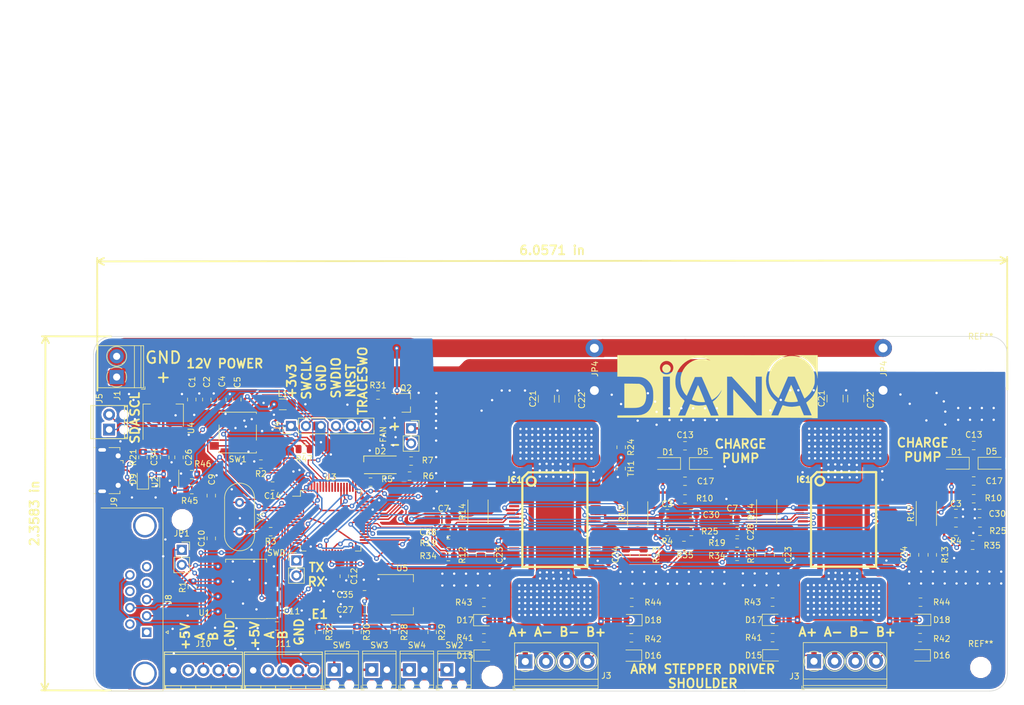
<source format=kicad_pcb>
(kicad_pcb (version 20171130) (host pcbnew "(5.0.1-3-g963ef8bb5)")
  (title_block (title "SHOULDER BOARD STEPPER DRIVER") (date 2019-03-02) (company "TEAM DIANA"))
  (layers (0 F.Cu signal) (31 B.Cu signal) (34 B.Paste user) (35 F.Paste user) (36 B.SilkS user) (37 F.SilkS user) (38 B.Mask user) (39 F.Mask user) (44 Edge.Cuts user))
  (net 0 "")
  (net 1 GNDS)
  (net 2 +3V3)
  (net 3 "Net-(C3-Pad1)")
  (net 4 RST1)
  (net 5 "Net-(C8-Pad2)")
  (net 6 "Net-(C9-Pad1)")
  (net 7 "Net-(C10-Pad2)")
  (net 8 "Net-(C12-Pad1)")
  (net 9 "Net-(C13-Pad2)")
  (net 10 +12V)
  (net 11 "Net-(C14-Pad1)")
  (net 12 "Net-(C17-Pad1)")
  (net 13 "Net-(C17-Pad2)")
  (net 14 "Net-(C23-Pad1)")
  (net 15 "Net-(C24-Pad1)")
  (net 16 "Net-(C28-Pad2)")
  (net 17 "Net-(C30-Pad2)")
  (net 18 +5V)
  (net 19 "Net-(D2-Pad2)")
  (net 20 "Net-(D2-Pad4)")
  (net 21 "Net-(D2-Pad3)")
  (net 22 "Net-(D9-Pad2)")
  (net 23 "Net-(D15-Pad1)")
  (net 24 /M2_A+)
  (net 25 /M2_B+)
  (net 26 "Net-(D16-Pad1)")
  (net 27 "Net-(D17-Pad1)")
  (net 28 /M2_A-)
  (net 29 "Net-(D18-Pad1)")
  (net 30 /M2_B-)
  (net 31 "Net-(IC1-Pad7)")
  (net 32 CLK1)
  (net 33 CW1)
  (net 34 "Net-(IC1-Pad12)")
  (net 35 "Net-(IC1-Pad25)")
  (net 36 HALF1)
  (net 37 CRTL1)
  (net 38 GNDD)
  (net 39 GNDPWR)
  (net 40 /SWCLK)
  (net 41 /SWDIO)
  (net 42 /NRST)
  (net 43 /TRACESWO)
  (net 44 i2C1_SDA)
  (net 45 i2C1_SCL)
  (net 46 /+5v_can)
  (net 47 "Net-(J8-Pad2)")
  (net 48 "Net-(J8-Pad3)")
  (net 49 /gnd_can)
  (net 50 E1_2)
  (net 51 E1_1)
  (net 52 E2_1)
  (net 53 E2_2)
  (net 54 "Net-(JP1-Pad2)")
  (net 55 "Net-(M2-Pad2)")
  (net 56 "Net-(Q2-Pad2)")
  (net 57 "Net-(R2-Pad1)")
  (net 58 "Net-(R3-Pad1)")
  (net 59 EN1)
  (net 60 "Net-(R5-Pad2)")
  (net 61 "Net-(R6-Pad2)")
  (net 62 "Net-(R7-Pad2)")
  (net 63 PWMA1)
  (net 64 t_SENS)
  (net 65 E3)
  (net 66 E4)
  (net 67 E2)
  (net 68 FAN)
  (net 69 E1)
  (net 70 PWMB1)
  (net 71 "Net-(J9-Pad1)")
  (net 72 USB_EN)
  (net 73 CAN_RX)
  (net 74 CAN_TX)
  (net 75 USB_DP)
  (net 76 "Net-(J9-Pad3)")
  (net 77 "Net-(J9-Pad2)")
  (net 78 USB_DM)
  (net 79 "Net-(U3-Pad14)")
  (net 80 "Net-(U3-Pad15)")
  (net 81 I1)
  (net 82 I2)
  (net 83 I3)
  (net 84 I4)
  (net 85 "Net-(U3-Pad22)")
  (net 86 "Net-(U3-Pad26)")
  (net 87 "Net-(U3-Pad27)")
  (net 88 "Net-(U3-Pad28)")
  (net 89 "Net-(U3-Pad29)")
  (net 90 FAN1)
  (net 91 "Net-(U3-Pad35)")
  (net 92 /M_HALF)
  (net 93 /JTDI)
  (net 94 "Net-(U3-Pad54)")
  (net 95 "Net-(U3-Pad56)")
  (net 96 "Net-(J9-Pad4)")
  (module TerminalBlocks_Phoenix:TerminalBlock_Phoenix_MPT-2.54mm_5pol (layer F.Cu) (at 65 152.5)
    (fp_text reference J11 (at 5.08 -4.50088) (layer F.SilkS))
    (fp_text value ENCODER2)
    (pad 4 thru_hole oval (at 7.62 0 180) (size 1.99898 1.99898) (drill 1.09728) (layers *.Cu *.Mask) (net 18 +5V))
    (pad 1 thru_hole rect (at 0 0 180) (size 1.99898 1.99898) (drill 1.09728) (layers *.Cu *.Mask) (net 1 GNDS))
    (pad 2 thru_hole oval (at 2.54 0 180) (size 1.99898 1.99898) (drill 1.09728) (layers *.Cu *.Mask))
    (pad 3 thru_hole oval (at 5.08 0 180) (size 1.99898 1.99898) (drill 1.09728) (layers *.Cu *.Mask) (net 53 E2_2))
    (pad 5 thru_hole oval (at 10.16 0 180) (size 1.99898 1.99898) (drill 1.09728) (layers *.Cu *.Mask) (net 52 E2_1))
  )
  (module TerminalBlocks_Phoenix:TerminalBlock_Phoenix_MPT-2.54mm_5pol (layer F.Cu) (at 51.5 152.5)
    (fp_text reference J10 (at 5.08 -4.50088) (layer F.SilkS))
    (fp_text value ENCODER1)
    (pad 4 thru_hole oval (at 7.62 0 180) (size 1.99898 1.99898) (drill 1.09728) (layers *.Cu *.Mask) (net 18 +5V))
    (pad 1 thru_hole rect (at 0 0 180) (size 1.99898 1.99898) (drill 1.09728) (layers *.Cu *.Mask) (net 1 GNDS))
    (pad 2 thru_hole oval (at 2.54 0 180) (size 1.99898 1.99898) (drill 1.09728) (layers *.Cu *.Mask))
    (pad 3 thru_hole oval (at 5.08 0 180) (size 1.99898 1.99898) (drill 1.09728) (layers *.Cu *.Mask) (net 50 E1_2))
    (pad 5 thru_hole oval (at 10.16 0 180) (size 1.99898 1.99898) (drill 1.09728) (layers *.Cu *.Mask) (net 51 E1_1))
  )
  (module Mounting_Holes:MountingHole_3mm (layer F.Cu) (at 53 127)
    (fp_text reference "" (at 0 -4) (layer F.SilkS))
    (fp_text value MountingHole_3mm)
    (pad 1 np_thru_hole circle (at 0 0) (size 3 3) (drill 3) (layers *.Cu *.Mask))
  )
  (module Mounting_Holes:MountingHole_3mm (layer F.Cu) (at 105.4 153.5)
    (fp_text reference "" (at 0 -4) (layer F.SilkS))
    (fp_text value MountingHole_3mm)
    (pad 1 np_thru_hole circle (at 0 0) (size 3 3) (drill 3) (layers *.Cu *.Mask))
  )
  (module Mounting_Holes:MountingHole_3mm (layer F.Cu) (at 188 152)
    (fp_text reference REF** (at 0 -4) (layer F.SilkS))
    (fp_text value MountingHole_3mm)
    (pad 1 np_thru_hole circle (at 0 0) (size 3 3) (drill 3) (layers *.Cu *.Mask))
  )
  (module Wire_Connections_Bridges:WireConnection_1.50mmDrill (layer F.Cu) (at 171.492 94.956 270)
    (fp_text reference JP4 (at 6.5024 -0.1016 270) (layer F.SilkS))
    (fp_text value SolderJumper_2_Bridged)
    (pad 2 thru_hole circle (at 10.16 0 270) (size 2.99974 2.99974) (drill 1.50114) (layers *.Cu *.Mask) (net 1 GNDS))
    (pad 1 thru_hole circle (at 3.004 0 270) (size 2.99974 2.99974) (drill 1.50114) (layers *.Cu *.Mask) (net 39 GNDPWR))
  )
  (module Resistor_SMD:R_0805_2012Metric (layer F.Cu) (at 177.81 140.96 180)
    (fp_text reference R44 (at -3.6 0 180) (layer F.SilkS))
    (fp_text value 10K)
    (pad 1 smd roundrect (at -0.9375 0 180) (size 0.975 1.4) (layers F.Cu F.Paste F.Mask) (net 1 GNDS))
    (pad 2 smd roundrect (at 0.9375 0 180) (size 0.975 1.4) (layers F.Cu F.Paste F.Mask) (net 29 "Net-(D18-Pad1)"))
  )
  (module Resistor_SMD:R_0805_2012Metric (layer F.Cu) (at 152.81 140.96 180)
    (fp_text reference R43 (at 3.4 0 180) (layer F.SilkS))
    (fp_text value 10K)
    (pad 1 smd roundrect (at -0.9375 0 180) (size 0.975 1.4) (layers F.Cu F.Paste F.Mask) (net 1 GNDS))
    (pad 2 smd roundrect (at 0.9375 0 180) (size 0.975 1.4) (layers F.Cu F.Paste F.Mask) (net 27 "Net-(D17-Pad1)"))
  )
  (module Resistor_SMD:R_0805_2012Metric (layer F.Cu) (at 177.7475 146.96 180)
    (fp_text reference R42 (at -3.6625 -0.2 180) (layer F.SilkS))
    (fp_text value 10K)
    (pad 2 smd roundrect (at 0.9375 0 180) (size 0.975 1.4) (layers F.Cu F.Paste F.Mask) (net 26 "Net-(D16-Pad1)"))
    (pad 1 smd roundrect (at -0.9375 0 180) (size 0.975 1.4) (layers F.Cu F.Paste F.Mask) (net 1 GNDS))
  )
  (module Resistor_SMD:R_0805_2012Metric (layer F.Cu) (at 152.81 146.96 180)
    (fp_text reference R41 (at 3.2 0 180) (layer F.SilkS))
    (fp_text value 10K)
    (pad 2 smd roundrect (at 0.9375 0 180) (size 0.975 1.4) (layers F.Cu F.Paste F.Mask) (net 23 "Net-(D15-Pad1)"))
    (pad 1 smd roundrect (at -0.9375 0 180) (size 0.975 1.4) (layers F.Cu F.Paste F.Mask) (net 1 GNDS))
  )
  (module Resistor_SMD:R_0805_2012Metric (layer F.Cu) (at 186.6304 131.3288)
    (fp_text reference R35 (at 3.302 0.0508) (layer F.SilkS))
    (fp_text value 4.7K)
    (pad 2 smd roundrect (at 0.9375 0) (size 0.975 1.4) (layers F.Cu F.Paste F.Mask) (net 70 PWMB1))
    (pad 1 smd roundrect (at -0.9375 0) (size 0.975 1.4) (layers F.Cu F.Paste F.Mask) (net 17 "Net-(C30-Pad2)"))
  )
  (module Resistor_SMD:R_0805_2012Metric (layer F.Cu) (at 146.81 133.21 180)
    (fp_text reference R34 (at 3.4104 0.1032 180) (layer F.SilkS))
    (fp_text value 4.7K)
    (pad 1 smd roundrect (at -0.9375 0 180) (size 0.975 1.4) (layers F.Cu F.Paste F.Mask) (net 16 "Net-(C28-Pad2)"))
    (pad 2 smd roundrect (at 0.9375 0 180) (size 0.975 1.4) (layers F.Cu F.Paste F.Mask) (net 63 PWMA1))
  )
  (module Resistor_SMD:R_0805_2012Metric (layer F.Cu) (at 187.8725 128.96)
    (fp_text reference R25 (at 3.0275 -0.06) (layer F.SilkS))
    (fp_text value 2.2K)
    (pad 1 smd roundrect (at -0.9375 0) (size 0.975 1.4) (layers F.Cu F.Paste F.Mask) (net 1 GNDS))
    (pad 2 smd roundrect (at 0.9375 0) (size 0.975 1.4) (layers F.Cu F.Paste F.Mask) (net 17 "Net-(C30-Pad2)"))
  )
  (module Resistor_SMD:R_0805_2012Metric (layer F.Cu) (at 146.81 130.96)
    (fp_text reference R19 (at -3.4104 -0.0376) (layer F.SilkS))
    (fp_text value 2.2K)
    (pad 1 smd roundrect (at -0.9375 0) (size 0.975 1.4) (layers F.Cu F.Paste F.Mask) (net 1 GNDS))
    (pad 2 smd roundrect (at 0.9375 0) (size 0.975 1.4) (layers F.Cu F.Paste F.Mask) (net 16 "Net-(C28-Pad2)"))
  )
  (module Resistor_SMD:R_2512_6332Metric (layer F.Cu) (at 178.81 125.96 90)
    (fp_text reference R17 (at 0 -2.62 90) (layer F.SilkS))
    (fp_text value 0.3)
    (pad 2 smd roundrect (at 2.9 0 90) (size 1.35 3.35) (layers F.Cu F.Paste F.Mask) (roundrect_rratio 0.185185) (net 1 GNDS))
    (pad 1 smd roundrect (at -2.9 0 90) (size 1.35 3.35) (layers F.Cu F.Paste F.Mask) (roundrect_rratio 0.185185) (net 35 "Net-(IC1-Pad25)"))
  )
  (module Resistor_SMD:R_2512_6332Metric (layer F.Cu) (at 151.81 125.66 90)
    (fp_text reference R14 (at 0 -2.62 90) (layer F.SilkS))
    (fp_text value 0.3)
    (pad 1 smd roundrect (at -2.9 0 90) (size 1.35 3.35) (layers F.Cu F.Paste F.Mask) (roundrect_rratio 0.185185) (net 34 "Net-(IC1-Pad12)"))
    (pad 2 smd roundrect (at 2.9 0 90) (size 1.35 3.35) (layers F.Cu F.Paste F.Mask) (roundrect_rratio 0.185185) (net 1 GNDS))
  )
  (module Resistor_SMD:R_0805_2012Metric (layer F.Cu) (at 179.81 132.96 90)
    (fp_text reference R13 (at 0.0056 2.1468 90) (layer F.SilkS))
    (fp_text value 39k)
    (pad 1 smd roundrect (at -0.9375 0 90) (size 0.975 1.4) (layers F.Cu F.Paste F.Mask) (net 1 GNDS))
    (pad 2 smd roundrect (at 0.9375 0 90) (size 0.975 1.4) (layers F.Cu F.Paste F.Mask) (net 15 "Net-(C24-Pad1)"))
  )
  (module Resistor_SMD:R_0805_2012Metric (layer F.Cu) (at 150.81 132.96 90)
    (fp_text reference R12 (at 0 -1.65 90) (layer F.SilkS))
    (fp_text value 39k)
    (pad 1 smd roundrect (at -0.9375 0 90) (size 0.975 1.4) (layers F.Cu F.Paste F.Mask) (net 1 GNDS))
    (pad 2 smd roundrect (at 0.9375 0 90) (size 0.975 1.4) (layers F.Cu F.Paste F.Mask) (net 14 "Net-(C23-Pad1)"))
  )
  (module Resistor_SMD:R_0805_2012Metric (layer F.Cu) (at 186.81 123.46)
    (fp_text reference R10 (at 3.3256 -0.1068) (layer F.SilkS))
    (fp_text value 100)
    (pad 2 smd roundrect (at 0.9375 0) (size 0.975 1.4) (layers F.Cu F.Paste F.Mask) (net 13 "Net-(C17-Pad2)"))
    (pad 1 smd roundrect (at -0.9375 0) (size 0.975 1.4) (layers F.Cu F.Paste F.Mask) (net 31 "Net-(IC1-Pad7)"))
  )
  (module Resistor_SMD:R_0805_2012Metric (layer F.Cu) (at 183.81 128.96 180)
    (fp_text reference R4 (at 0 -1.65 180) (layer F.SilkS))
    (fp_text value 100k)
    (pad 2 smd roundrect (at 0.9375 0 180) (size 0.975 1.4) (layers F.Cu F.Paste F.Mask) (net 3 "Net-(C3-Pad1)"))
    (pad 1 smd roundrect (at -0.9375 0 180) (size 0.975 1.4) (layers F.Cu F.Paste F.Mask) (net 59 EN1))
  )
  (module TerminalBlock_Phoenix:TerminalBlock_Phoenix_PT-1,5-4-3.5-H_1x04_P3.50mm_Horizontal (layer F.Cu) (at 159.81 150.96)
    (fp_text reference J3 (at -3.31 2.54) (layer F.SilkS))
    (fp_text value M1_CONN)
    (pad 1 thru_hole rect (at 0 0) (size 2.4 2.4) (drill 1.2) (layers *.Cu *.Mask) (net 24 /M2_A+))
    (pad 2 thru_hole circle (at 3.5 0) (size 2.4 2.4) (drill 1.2) (layers *.Cu *.Mask) (net 28 /M2_A-))
    (pad 3 thru_hole circle (at 7 0) (size 2.4 2.4) (drill 1.2) (layers *.Cu *.Mask) (net 30 /M2_B-))
    (pad 4 thru_hole circle (at 10.5 0) (size 2.4 2.4) (drill 1.2) (layers *.Cu *.Mask) (net 25 /M2_B+))
  )
  (module T0-R0_Stepper_Board:POWERSO36 (layer F.Cu) (at 164.81 126.96 270)
    (fp_text reference IC1 (at -6.75 6.75) (layer F.SilkS) (effects (font (size 1.016 1.016) (thickness 0.254))))
    (fp_text value L6208D hide)
    (pad 37 smd rect (at 0 0 270) (size 20 6.4) (layers F.Cu F.Paste F.Mask) (net 38 GNDD))
    (pad 36 smd rect (at -5.525 -6.8825 270) (size 0.38 1.7) (layers F.Cu F.Paste F.Mask) (net 1 GNDS) (clearance 0.05))
    (pad 35 smd rect (at -4.875 -6.8825 270) (size 0.38 1.7) (layers F.Cu F.Paste F.Mask) (clearance 0.05))
    (pad 34 smd rect (at -4.225 -6.8825 270) (size 0.38 1.7) (layers F.Cu F.Paste F.Mask) (clearance 0.05))
    (pad 33 smd rect (at -3.575 -6.8825 270) (size 0.38 1.7) (layers F.Cu F.Paste F.Mask) (net 10 +12V) (clearance 0.05))
    (pad 32 smd rect (at -2.925 -6.8825 270) (size 0.38 1.7) (layers F.Cu F.Paste F.Mask) (net 30 /M2_B-) (clearance 0.05))
    (pad 31 smd rect (at -2.275 -6.8825 270) (size 0.38 1.7) (layers F.Cu F.Paste F.Mask) (clearance 0.05))
    (pad 30 smd rect (at -1.625 -6.8825 270) (size 0.38 1.7) (layers F.Cu F.Paste F.Mask) (net 9 "Net-(C13-Pad2)") (clearance 0.05))
    (pad 29 smd rect (at -0.975 -6.8825 270) (size 0.38 1.7) (layers F.Cu F.Paste F.Mask) (net 3 "Net-(C3-Pad1)") (clearance 0.05))
    (pad 28 smd rect (at -0.325 -6.8825 270) (size 0.38 1.7) (layers F.Cu F.Paste F.Mask) (net 37 CRTL1) (clearance 0.05))
    (pad 27 smd rect (at 0.325 -6.8825 270) (size 0.38 1.7) (layers F.Cu F.Paste F.Mask) (net 36 HALF1) (clearance 0.05))
    (pad 26 smd rect (at 0.975 -6.8825 270) (size 0.38 1.7) (layers F.Cu F.Paste F.Mask) (net 17 "Net-(C30-Pad2)") (clearance 0.05))
    (pad 25 smd rect (at 1.625 -6.8825 270) (size 0.38 1.7) (layers F.Cu F.Paste F.Mask) (net 35 "Net-(IC1-Pad25)") (clearance 0.05))
    (pad 24 smd rect (at 2.275 -6.8825 270) (size 0.38 1.7) (layers F.Cu F.Paste F.Mask) (net 15 "Net-(C24-Pad1)") (clearance 0.05))
    (pad 23 smd rect (at 2.925 -6.8825 270) (size 0.38 1.7) (layers F.Cu F.Paste F.Mask) (clearance 0.05))
    (pad 22 smd rect (at 3.575 -6.8825 270) (size 0.38 1.7) (layers F.Cu F.Paste F.Mask) (net 25 /M2_B+) (clearance 0.05))
    (pad 21 smd rect (at 4.225 -6.8825 270) (size 0.38 1.7) (layers F.Cu F.Paste F.Mask) (clearance 0.05))
    (pad 20 smd rect (at 4.875 -6.8825 270) (size 0.38 1.7) (layers F.Cu F.Paste F.Mask) (clearance 0.05))
    (pad 19 smd rect (at 5.525 -6.8825 270) (size 0.38 1.7) (layers F.Cu F.Paste F.Mask) (net 1 GNDS) (clearance 0.05))
    (pad 18 smd rect (at 5.525 6.8825 270) (size 0.38 1.7) (layers F.Cu F.Paste F.Mask) (net 1 GNDS) (clearance 0.05))
    (pad 17 smd rect (at 4.875 6.8825 270) (size 0.38 1.7) (layers F.Cu F.Paste F.Mask) (clearance 0.05))
    (pad 16 smd rect (at 4.225 6.8825 270) (size 0.38 1.7) (layers F.Cu F.Paste F.Mask) (clearance 0.05))
    (pad 15 smd rect (at 3.575 6.8825 270) (size 0.38 1.7) (layers F.Cu F.Paste F.Mask) (net 24 /M2_A+) (clearance 0.05))
    (pad 14 smd rect (at 2.925 6.8825 270) (size 0.38 1.7) (layers F.Cu F.Paste F.Mask) (clearance 0.05))
    (pad 13 smd rect (at 2.275 6.8825 270) (size 0.38 1.7) (layers F.Cu F.Paste F.Mask) (net 14 "Net-(C23-Pad1)") (clearance 0.05))
    (pad 12 smd rect (at 1.625 6.8825 270) (size 0.38 1.7) (layers F.Cu F.Paste F.Mask) (net 34 "Net-(IC1-Pad12)") (clearance 0.05))
    (pad 11 smd rect (at 0.975 6.8825 270) (size 0.38 1.7) (layers F.Cu F.Paste F.Mask) (net 33 CW1) (clearance 0.05))
    (pad 10 smd rect (at 0.325 6.8825 270) (size 0.38 1.7) (layers F.Cu F.Paste F.Mask) (net 32 CLK1) (clearance 0.05))
    (pad 9 smd rect (at -0.325 6.8825 270) (size 0.38 1.7) (layers F.Cu F.Paste F.Mask) (net 16 "Net-(C28-Pad2)") (clearance 0.05))
    (pad 8 smd rect (at -0.975 6.8825 270) (size 0.38 1.7) (layers F.Cu F.Paste F.Mask) (net 4 RST1) (clearance 0.05))
    (pad 7 smd rect (at -1.625 6.8825 270) (size 0.38 1.7) (layers F.Cu F.Paste F.Mask) (net 31 "Net-(IC1-Pad7)") (clearance 0.05))
    (pad 6 smd rect (at -2.275 6.8825 270) (size 0.38 1.7) (layers F.Cu F.Paste F.Mask) (clearance 0.05))
    (pad 5 smd rect (at -2.925 6.8825 270) (size 0.38 1.7) (layers F.Cu F.Paste F.Mask) (net 28 /M2_A-) (clearance 0.05))
    (pad 4 smd rect (at -3.575 6.8825 270) (size 0.38 1.7) (layers F.Cu F.Paste F.Mask) (net 10 +12V) (clearance 0.05))
    (pad 3 smd rect (at -4.225 6.8825 270) (size 0.38 1.7) (layers F.Cu F.Paste F.Mask) (clearance 0.05))
    (pad 2 smd rect (at -4.875 6.8825 270) (size 0.38 1.7) (layers F.Cu F.Paste F.Mask) (clearance 0.05))
    (pad 1 smd rect (at -5.525 6.8825 270) (size 0.38 1.7) (layers F.Cu F.Paste F.Mask) (net 1 GNDS) (clearance 0.05))
  )
  (module LED_SMD:LED_0805_2012Metric (layer F.Cu) (at 177.8725 143.96 180)
    (fp_text reference D18 (at -3.5375 0 180) (layer F.SilkS))
    (fp_text value LED)
    (pad 2 smd roundrect (at 0.9375 0 180) (size 0.975 1.4) (layers F.Cu F.Paste F.Mask) (net 30 /M2_B-))
    (pad 1 smd roundrect (at -0.9375 0 180) (size 0.975 1.4) (layers F.Cu F.Paste F.Mask) (net 29 "Net-(D18-Pad1)"))
  )
  (module LED_SMD:LED_0805_2012Metric (layer F.Cu) (at 152.7475 143.96)
    (fp_text reference D17 (at -3.1375 0) (layer F.SilkS))
    (fp_text value LED)
    (pad 2 smd roundrect (at 0.9375 0) (size 0.975 1.4) (layers F.Cu F.Paste F.Mask) (net 28 /M2_A-))
    (pad 1 smd roundrect (at -0.9375 0) (size 0.975 1.4) (layers F.Cu F.Paste F.Mask) (net 27 "Net-(D17-Pad1)"))
  )
  (module LED_SMD:LED_0805_2012Metric (layer F.Cu) (at 177.81 149.96 180)
    (fp_text reference D16 (at -3.6 0 180) (layer F.SilkS))
    (fp_text value LED)
    (pad 2 smd roundrect (at 0.9375 0 180) (size 0.975 1.4) (layers F.Cu F.Paste F.Mask) (net 25 /M2_B+))
    (pad 1 smd roundrect (at -0.9375 0 180) (size 0.975 1.4) (layers F.Cu F.Paste F.Mask) (net 26 "Net-(D16-Pad1)"))
  )
  (module LED_SMD:LED_0805_2012Metric (layer F.Cu) (at 152.81 149.96)
    (fp_text reference D15 (at -3.2 0) (layer F.SilkS))
    (fp_text value LED)
    (pad 1 smd roundrect (at -0.9375 0) (size 0.975 1.4) (layers F.Cu F.Paste F.Mask) (net 23 "Net-(D15-Pad1)"))
    (pad 2 smd roundrect (at 0.9375 0) (size 0.975 1.4) (layers F.Cu F.Paste F.Mask) (net 24 /M2_A+))
  )
  (module Diode_SMD:D_SOD-123 (layer F.Cu) (at 189.81 117.46)
    (fp_text reference D5 (at 0 -2) (layer F.SilkS))
    (fp_text value 1N4148)
    (pad 1 smd rect (at -1.65 0) (size 0.9 1.2) (layers F.Cu F.Paste F.Mask) (net 12 "Net-(C17-Pad1)"))
    (pad 2 smd rect (at 1.65 0) (size 0.9 1.2) (layers F.Cu F.Paste F.Mask) (net 10 +12V))
  )
  (module Diode_SMD:D_SOD-123 (layer F.Cu) (at 183.81 117.46 180)
    (fp_text reference D1 (at -0.128 1.93 180) (layer F.SilkS))
    (fp_text value 1N4148)
    (pad 2 smd rect (at 1.65 0 180) (size 0.9 1.2) (layers F.Cu F.Paste F.Mask) (net 12 "Net-(C17-Pad1)"))
    (pad 1 smd rect (at -1.65 0 180) (size 0.9 1.2) (layers F.Cu F.Paste F.Mask) (net 9 "Net-(C13-Pad2)"))
  )
  (module Capacitor_SMD:C_0805_2012Metric (layer F.Cu) (at 187.81 125.96)
    (fp_text reference C30 (at 2.99 0.04) (layer F.SilkS))
    (fp_text value 68nF)
    (pad 1 smd roundrect (at -0.9375 0) (size 0.975 1.4) (layers F.Cu F.Paste F.Mask) (net 1 GNDS))
    (pad 2 smd roundrect (at 0.9375 0) (size 0.975 1.4) (layers F.Cu F.Paste F.Mask) (net 17 "Net-(C30-Pad2)"))
  )
  (module Capacitor_SMD:C_0805_2012Metric (layer F.Cu) (at 146.854 128.992)
    (fp_text reference C28 (at 2.246 0.108 90) (layer F.SilkS))
    (fp_text value 68nF)
    (pad 2 smd roundrect (at 0.9375 0) (size 0.975 1.4) (layers F.Cu F.Paste F.Mask) (net 16 "Net-(C28-Pad2)"))
    (pad 1 smd roundrect (at -0.9375 0) (size 0.975 1.4) (layers F.Cu F.Paste F.Mask) (net 1 GNDS))
  )
  (module Capacitor_SMD:C_0805_2012Metric (layer F.Cu) (at 176.81 132.96 270)
    (fp_text reference C24 (at -0.0564 1.762 270) (layer F.SilkS))
    (fp_text value 1nF)
    (pad 1 smd roundrect (at -0.9375 0 270) (size 0.975 1.4) (layers F.Cu F.Paste F.Mask) (net 15 "Net-(C24-Pad1)"))
    (pad 2 smd roundrect (at 0.9375 0 270) (size 0.975 1.4) (layers F.Cu F.Paste F.Mask) (net 1 GNDS))
  )
  (module Capacitor_SMD:C_0805_2012Metric (layer F.Cu) (at 153.81 132.96 270)
    (fp_text reference C23 (at 0 -1.65 270) (layer F.SilkS))
    (fp_text value 1nF)
    (pad 1 smd roundrect (at -0.9375 0 270) (size 0.975 1.4) (layers F.Cu F.Paste F.Mask) (net 14 "Net-(C23-Pad1)"))
    (pad 2 smd roundrect (at 0.9375 0 270) (size 0.975 1.4) (layers F.Cu F.Paste F.Mask) (net 1 GNDS))
  )
  (module Capacitor_SMD:C_0805_2012Metric (layer F.Cu) (at 186.81 120.46)
    (fp_text reference C17 (at 3.478 -0.0024) (layer F.SilkS))
    (fp_text value 10nF)
    (pad 2 smd roundrect (at 0.9375 0) (size 0.975 1.4) (layers F.Cu F.Paste F.Mask) (net 13 "Net-(C17-Pad2)"))
    (pad 1 smd roundrect (at -0.9375 0) (size 0.975 1.4) (layers F.Cu F.Paste F.Mask) (net 12 "Net-(C17-Pad1)"))
  )
  (module Capacitor_SMD:C_0805_2012Metric (layer F.Cu) (at 186.81 114.46 180)
    (fp_text reference C13 (at -0.0236 1.8256 180) (layer F.SilkS))
    (fp_text value 220nF1)
    (pad 1 smd roundrect (at -0.9375 0 180) (size 0.975 1.4) (layers F.Cu F.Paste F.Mask) (net 10 +12V))
    (pad 2 smd roundrect (at 0.9375 0 180) (size 0.975 1.4) (layers F.Cu F.Paste F.Mask) (net 9 "Net-(C13-Pad2)"))
  )
  (module Capacitor_SMD:C_0805_2012Metric (layer F.Cu) (at 145.838 126.96 180)
    (fp_text reference C7 (at -0.1524 1.8796 180) (layer F.SilkS))
    (fp_text value 100nF)
    (pad 2 smd roundrect (at 0.9375 0 180) (size 0.975 1.4) (layers F.Cu F.Paste F.Mask) (net 1 GNDS))
    (pad 1 smd roundrect (at -0.9375 0 180) (size 0.975 1.4) (layers F.Cu F.Paste F.Mask) (net 4 RST1))
  )
  (module Capacitor_SMD:C_0805_2012Metric (layer F.Cu) (at 183.81 125.96)
    (fp_text reference C3 (at 0 -1.65) (layer F.SilkS))
    (fp_text value 5.6n)
    (pad 2 smd roundrect (at 0.9375 0) (size 0.975 1.4) (layers F.Cu F.Paste F.Mask) (net 1 GNDS))
    (pad 1 smd roundrect (at -0.9375 0) (size 0.975 1.4) (layers F.Cu F.Paste F.Mask) (net 3 "Net-(C3-Pad1)"))
  )
  (module Capacitor_SMD:C_1210_3225Metric (layer F.Cu) (at 166.872012 106.51241 90)
    (fp_text reference C22 (at -0.25 2.5 90) (layer F.SilkS))
    (fp_text value "100uF ceramic")
    (pad 1 smd roundrect (at -1.4 0 90) (size 1.25 2.65) (layers F.Cu F.Paste F.Mask) (roundrect_rratio 0.2) (net 10 +12V))
    (pad 2 smd roundrect (at 1.4 0 90) (size 1.25 2.65) (layers F.Cu F.Paste F.Mask) (roundrect_rratio 0.2) (net 1 GNDS))
  )
  (module Capacitor_SMD:C_1210_3225Metric (layer F.Cu) (at 163.372012 106.51241 90)
    (fp_text reference C21 (at 0 -2.28 90) (layer F.SilkS))
    (fp_text value 100nF)
    (pad 1 smd roundrect (at -1.4 0 90) (size 1.25 2.65) (layers F.Cu F.Paste F.Mask) (roundrect_rratio 0.2) (net 10 +12V))
    (pad 2 smd roundrect (at 1.4 0 90) (size 1.25 2.65) (layers F.Cu F.Paste F.Mask) (roundrect_rratio 0.2) (net 1 GNDS))
  )
  (module TerminalBlocks_Phoenix:TerminalBlock_Phoenix_MPT-2.54mm_2pol (layer F.Cu) (at 40.64 111.76 90)
    (fp_text reference J5 (at 5.26 -1.64 90) (layer F.SilkS))
    (fp_text value I2C_CONN)
    (pad 2 thru_hole oval (at 2.54 0 90) (size 1.99898 1.99898) (drill 1.09728) (layers *.Cu *.Mask) (net 45 i2C1_SCL))
    (pad 1 thru_hole rect (at 0 0 90) (size 1.99898 1.99898) (drill 1.09728) (layers *.Cu *.Mask) (net 44 i2C1_SDA))
    (pad "" np_thru_hole circle (at 0 2.54 90) (size 1.1 1.1) (drill 1.1) (layers *.Cu *.Mask))
    (pad "" np_thru_hole circle (at 2.54 2.54 90) (size 1.1 1.1) (drill 1.1) (layers *.Cu *.Mask))
  )
  (module Wire_Connections_Bridges:WireConnection_1.50mmDrill (layer F.Cu) (at 122.682 94.996 270)
    (fp_text reference JP4 (at 6.5024 -0.1016 270) (layer F.SilkS))
    (fp_text value SolderJumper_2_Bridged)
    (pad 1 thru_hole circle (at 3.004 0 270) (size 2.99974 2.99974) (drill 1.50114) (layers *.Cu *.Mask) (net 39 GNDPWR))
    (pad 2 thru_hole circle (at 10.16 0 270) (size 2.99974 2.99974) (drill 1.50114) (layers *.Cu *.Mask) (net 1 GNDS))
  )
  (module Capacitor_SMD:C_1210_3225Metric (layer F.Cu) (at 114.562012 106.55241 90)
    (fp_text reference C21 (at 0 -2.28 90) (layer F.SilkS))
    (fp_text value 100nF)
    (pad 2 smd roundrect (at 1.4 0 90) (size 1.25 2.65) (layers F.Cu F.Paste F.Mask) (roundrect_rratio 0.2) (net 1 GNDS))
    (pad 1 smd roundrect (at -1.4 0 90) (size 1.25 2.65) (layers F.Cu F.Paste F.Mask) (roundrect_rratio 0.2) (net 10 +12V))
  )
  (module Capacitor_SMD:C_1210_3225Metric (layer F.Cu) (at 118.062012 106.55241 90)
    (fp_text reference C22 (at -0.25 2.5 90) (layer F.SilkS))
    (fp_text value "100uF ceramic")
    (pad 2 smd roundrect (at 1.4 0 90) (size 1.25 2.65) (layers F.Cu F.Paste F.Mask) (roundrect_rratio 0.2) (net 1 GNDS))
    (pad 1 smd roundrect (at -1.4 0 90) (size 1.25 2.65) (layers F.Cu F.Paste F.Mask) (roundrect_rratio 0.2) (net 10 +12V))
  )
  (module Capacitor_SMD:C_0805_2012Metric (layer F.Cu) (at 54.61 106.68 270)
    (fp_text reference C1 (at -2.955 -0.065 270) (layer F.SilkS))
    (fp_text value 100nF)
    (pad 1 smd roundrect (at -0.9375 0 270) (size 0.975 1.4) (layers F.Cu F.Paste F.Mask) (net 1 GNDS))
    (pad 2 smd roundrect (at 0.9375 0 270) (size 0.975 1.4) (layers F.Cu F.Paste F.Mask) (net 2 +3V3))
  )
  (module Capacitor_SMD:C_0805_2012Metric (layer F.Cu) (at 57.15 106.68 270)
    (fp_text reference C2 (at -2.955 0 270) (layer F.SilkS))
    (fp_text value 100nF)
    (pad 2 smd roundrect (at 0.9375 0 270) (size 0.975 1.4) (layers F.Cu F.Paste F.Mask) (net 2 +3V3))
    (pad 1 smd roundrect (at -0.9375 0 270) (size 0.975 1.4) (layers F.Cu F.Paste F.Mask) (net 1 GNDS))
  )
  (module Capacitor_SMD:C_0805_2012Metric (layer F.Cu) (at 135 126)
    (fp_text reference C3 (at 0 -1.65) (layer F.SilkS))
    (fp_text value 5.6n)
    (pad 1 smd roundrect (at -0.9375 0) (size 0.975 1.4) (layers F.Cu F.Paste F.Mask) (net 3 "Net-(C3-Pad1)"))
    (pad 2 smd roundrect (at 0.9375 0) (size 0.975 1.4) (layers F.Cu F.Paste F.Mask) (net 1 GNDS))
  )
  (module Capacitor_SMD:C_0805_2012Metric (layer F.Cu) (at 59.69 106.68 270)
    (fp_text reference C4 (at -3.055 -0.035 270) (layer F.SilkS))
    (fp_text value 100nF)
    (pad 1 smd roundrect (at -0.9375 0 270) (size 0.975 1.4) (layers F.Cu F.Paste F.Mask) (net 1 GNDS))
    (pad 2 smd roundrect (at 0.9375 0 270) (size 0.975 1.4) (layers F.Cu F.Paste F.Mask) (net 2 +3V3))
  )
  (module Capacitor_SMD:C_0805_2012Metric (layer F.Cu) (at 62.23 106.68 270)
    (fp_text reference C5 (at -2.905 -0.095 270) (layer F.SilkS))
    (fp_text value 100nF)
    (pad 1 smd roundrect (at -0.9375 0 270) (size 0.975 1.4) (layers F.Cu F.Paste F.Mask) (net 1 GNDS))
    (pad 2 smd roundrect (at 0.9375 0 270) (size 0.975 1.4) (layers F.Cu F.Paste F.Mask) (net 2 +3V3))
  )
  (module Capacitor_SMD:C_0805_2012Metric (layer F.Cu) (at 97.028 127 180)
    (fp_text reference C7 (at -0.1524 1.8796 180) (layer F.SilkS))
    (fp_text value 100nF)
    (pad 1 smd roundrect (at -0.9375 0 180) (size 0.975 1.4) (layers F.Cu F.Paste F.Mask) (net 4 RST1))
    (pad 2 smd roundrect (at 0.9375 0 180) (size 0.975 1.4) (layers F.Cu F.Paste F.Mask) (net 1 GNDS))
  )
  (module Capacitor_SMD:C_0805_2012Metric (layer F.Cu) (at 57.912 122.936 90)
    (fp_text reference C9 (at 2.736 0.088 90) (layer F.SilkS))
    (fp_text value 20pF)
    (pad 1 smd roundrect (at -0.9375 0 90) (size 0.975 1.4) (layers F.Cu F.Paste F.Mask) (net 6 "Net-(C9-Pad1)"))
    (pad 2 smd roundrect (at 0.9375 0 90) (size 0.975 1.4) (layers F.Cu F.Paste F.Mask) (net 1 GNDS))
  )
  (module Capacitor_SMD:C_0805_2012Metric (layer F.Cu) (at 57.912 130.175 90)
    (fp_text reference C10 (at 0 -1.65 90) (layer F.SilkS))
    (fp_text value 20pF)
    (pad 2 smd roundrect (at 0.9375 0 90) (size 0.975 1.4) (layers F.Cu F.Paste F.Mask) (net 7 "Net-(C10-Pad2)"))
    (pad 1 smd roundrect (at -0.9375 0 90) (size 0.975 1.4) (layers F.Cu F.Paste F.Mask) (net 1 GNDS))
  )
  (module Capacitor_SMD:C_0805_2012Metric (layer F.Cu) (at 69.00164 144.99336)
    (fp_text reference C11 (at 2.49836 -2.49336) (layer F.SilkS))
    (fp_text value 2.2uF)
    (pad 1 smd roundrect (at -0.9375 0) (size 0.975 1.4) (layers F.Cu F.Paste F.Mask) (net 2 +3V3))
    (pad 2 smd roundrect (at 0.9375 0) (size 0.975 1.4) (layers F.Cu F.Paste F.Mask) (net 1 GNDS))
  )
  (module Capacitor_SMD:C_0805_2012Metric (layer F.Cu) (at 80.4 136.575 270)
    (fp_text reference C12 (at 0 -1.65 270) (layer F.SilkS))
    (fp_text value 2.2uF)
    (pad 2 smd roundrect (at 0.9375 0 270) (size 0.975 1.4) (layers F.Cu F.Paste F.Mask) (net 1 GNDS))
    (pad 1 smd roundrect (at -0.9375 0 270) (size 0.975 1.4) (layers F.Cu F.Paste F.Mask) (net 8 "Net-(C12-Pad1)"))
  )
  (module Capacitor_SMD:C_0805_2012Metric (layer F.Cu) (at 138 114.5 180)
    (fp_text reference C13 (at -0.0236 1.8256 180) (layer F.SilkS))
    (fp_text value 220nF1)
    (pad 2 smd roundrect (at 0.9375 0 180) (size 0.975 1.4) (layers F.Cu F.Paste F.Mask) (net 9 "Net-(C13-Pad2)"))
    (pad 1 smd roundrect (at -0.9375 0 180) (size 0.975 1.4) (layers F.Cu F.Paste F.Mask) (net 10 +12V))
  )
  (module Capacitor_SMD:C_0805_2012Metric (layer F.Cu) (at 68.275 121.325 180)
    (fp_text reference C14 (at 0 -1.65 180) (layer F.SilkS))
    (fp_text value 100n)
    (pad 1 smd roundrect (at -0.9375 0 180) (size 0.975 1.4) (layers F.Cu F.Paste F.Mask) (net 11 "Net-(C14-Pad1)"))
    (pad 2 smd roundrect (at 0.9375 0 180) (size 0.975 1.4) (layers F.Cu F.Paste F.Mask) (net 2 +3V3))
  )
  (module Capacitor_SMD:C_0805_2012Metric (layer F.Cu) (at 138 120.5)
    (fp_text reference C17 (at 3.478 -0.0024) (layer F.SilkS))
    (fp_text value 10nF)
    (pad 1 smd roundrect (at -0.9375 0) (size 0.975 1.4) (layers F.Cu F.Paste F.Mask) (net 12 "Net-(C17-Pad1)"))
    (pad 2 smd roundrect (at 0.9375 0) (size 0.975 1.4) (layers F.Cu F.Paste F.Mask) (net 13 "Net-(C17-Pad2)"))
  )
  (module Capacitor_SMD:C_0805_2012Metric (layer F.Cu) (at 105 133 270)
    (fp_text reference C23 (at 0 -1.65 270) (layer F.SilkS))
    (fp_text value 1nF)
    (pad 2 smd roundrect (at 0.9375 0 270) (size 0.975 1.4) (layers F.Cu F.Paste F.Mask) (net 1 GNDS))
    (pad 1 smd roundrect (at -0.9375 0 270) (size 0.975 1.4) (layers F.Cu F.Paste F.Mask) (net 14 "Net-(C23-Pad1)"))
  )
  (module Capacitor_SMD:C_0805_2012Metric (layer F.Cu) (at 128 133 270)
    (fp_text reference C24 (at -0.0564 1.762 270) (layer F.SilkS))
    (fp_text value 1nF)
    (pad 2 smd roundrect (at 0.9375 0 270) (size 0.975 1.4) (layers F.Cu F.Paste F.Mask) (net 1 GNDS))
    (pad 1 smd roundrect (at -0.9375 0 270) (size 0.975 1.4) (layers F.Cu F.Paste F.Mask) (net 15 "Net-(C24-Pad1)"))
  )
  (module Capacitor_SMD:C_0805_2012Metric (layer F.Cu) (at 52.451 116.459 270)
    (fp_text reference C26 (at 0 -1.65 270) (layer F.SilkS))
    (fp_text value 100nF)
    (pad 1 smd roundrect (at -0.9375 0 270) (size 0.975 1.4) (layers F.Cu F.Paste F.Mask) (net 10 +12V))
    (pad 2 smd roundrect (at 0.9375 0 270) (size 0.975 1.4) (layers F.Cu F.Paste F.Mask) (net 1 GNDS))
  )
  (module Capacitor_SMD:C_0805_2012Metric (layer F.Cu) (at 83.82 142.24 180)
    (fp_text reference C27 (at 3.302 0 180) (layer F.SilkS))
    (fp_text value 100nF)
    (pad 2 smd roundrect (at 0.9375 0 180) (size 0.975 1.4) (layers F.Cu F.Paste F.Mask) (net 1 GNDS))
    (pad 1 smd roundrect (at -0.9375 0 180) (size 0.975 1.4) (layers F.Cu F.Paste F.Mask) (net 10 +12V))
  )
  (module Capacitor_SMD:C_0805_2012Metric (layer F.Cu) (at 98.044 129.032)
    (fp_text reference C28 (at -3.5052 0.1016) (layer F.SilkS))
    (fp_text value 68nF)
    (pad 1 smd roundrect (at -0.9375 0) (size 0.975 1.4) (layers F.Cu F.Paste F.Mask) (net 1 GNDS))
    (pad 2 smd roundrect (at 0.9375 0) (size 0.975 1.4) (layers F.Cu F.Paste F.Mask) (net 16 "Net-(C28-Pad2)"))
  )
  (module Capacitor_SMD:C_0805_2012Metric (layer F.Cu) (at 139 126)
    (fp_text reference C30 (at 3.4432 0.1872) (layer F.SilkS))
    (fp_text value 68nF)
    (pad 2 smd roundrect (at 0.9375 0) (size 0.975 1.4) (layers F.Cu F.Paste F.Mask) (net 17 "Net-(C30-Pad2)"))
    (pad 1 smd roundrect (at -0.9375 0) (size 0.975 1.4) (layers F.Cu F.Paste F.Mask) (net 1 GNDS))
  )
  (module Capacitor_SMD:C_0805_2012Metric (layer F.Cu) (at 50.038 116.459 270)
    (fp_text reference C34 (at 0 1.778 270) (layer F.SilkS))
    (fp_text value 100nF)
    (pad 2 smd roundrect (at 0.9375 0 270) (size 0.975 1.4) (layers F.Cu F.Paste F.Mask) (net 1 GNDS))
    (pad 1 smd roundrect (at -0.9375 0 270) (size 0.975 1.4) (layers F.Cu F.Paste F.Mask) (net 2 +3V3))
  )
  (module Capacitor_SMD:C_0805_2012Metric (layer F.Cu) (at 83.82 139.7 180)
    (fp_text reference C35 (at 3.302 0 180) (layer F.SilkS))
    (fp_text value 100nF)
    (pad 1 smd roundrect (at -0.9375 0 180) (size 0.975 1.4) (layers F.Cu F.Paste F.Mask) (net 18 +5V))
    (pad 2 smd roundrect (at 0.9375 0 180) (size 0.975 1.4) (layers F.Cu F.Paste F.Mask) (net 1 GNDS))
  )
  (module Diode_SMD:D_SOD-123 (layer F.Cu) (at 135 117.5 180)
    (fp_text reference D1 (at -0.128 1.93 180) (layer F.SilkS))
    (fp_text value 1N4148)
    (pad 1 smd rect (at -1.65 0 180) (size 0.9 1.2) (layers F.Cu F.Paste F.Mask) (net 9 "Net-(C13-Pad2)"))
    (pad 2 smd rect (at 1.65 0 180) (size 0.9 1.2) (layers F.Cu F.Paste F.Mask) (net 12 "Net-(C17-Pad1)"))
  )
  (module LED_SMD:LED_RGB_1210 (layer F.Cu) (at 86.487 117.729)
    (fp_text reference D2 (at 0 -2.3) (layer F.SilkS))
    (fp_text value LED_CRGB)
    (pad 1 smd rect (at -1.75 -0.7 180) (size 1.5 1) (layers F.Cu F.Paste F.Mask) (net 1 GNDS))
    (pad 2 smd rect (at -1.75 0.7 180) (size 1.5 1) (layers F.Cu F.Paste F.Mask) (net 19 "Net-(D2-Pad2)"))
    (pad 4 smd rect (at 1.75 -0.7 180) (size 1.5 1) (layers F.Cu F.Paste F.Mask) (net 20 "Net-(D2-Pad4)"))
    (pad 3 smd rect (at 1.75 0.7 180) (size 1.5 1) (layers F.Cu F.Paste F.Mask) (net 21 "Net-(D2-Pad3)"))
  )
  (module Diode_SMD:D_SOD-123 (layer F.Cu) (at 141 117.5)
    (fp_text reference D5 (at 0 -2) (layer F.SilkS))
    (fp_text value 1N4148)
    (pad 2 smd rect (at 1.65 0) (size 0.9 1.2) (layers F.Cu F.Paste F.Mask) (net 10 +12V))
    (pad 1 smd rect (at -1.65 0) (size 0.9 1.2) (layers F.Cu F.Paste F.Mask) (net 12 "Net-(C17-Pad1)"))
  )
  (module LED_SMD:LED_0805_2012Metric (layer F.Cu) (at 46.355 120.142 90)
    (fp_text reference D9 (at 0 -1.65 90) (layer F.SilkS))
    (fp_text value LED_RED)
    (pad 2 smd roundrect (at 0.9375 0 90) (size 0.975 1.4) (layers F.Cu F.Paste F.Mask) (net 22 "Net-(D9-Pad2)"))
    (pad 1 smd roundrect (at -0.9375 0 90) (size 0.975 1.4) (layers F.Cu F.Paste F.Mask) (net 1 GNDS))
  )
  (module LED_SMD:LED_0805_2012Metric (layer F.Cu) (at 104 150)
    (fp_text reference D15 (at -3.2 0) (layer F.SilkS))
    (fp_text value LED)
    (pad 2 smd roundrect (at 0.9375 0) (size 0.975 1.4) (layers F.Cu F.Paste F.Mask) (net 24 /M2_A+))
    (pad 1 smd roundrect (at -0.9375 0) (size 0.975 1.4) (layers F.Cu F.Paste F.Mask) (net 23 "Net-(D15-Pad1)"))
  )
  (module LED_SMD:LED_0805_2012Metric (layer F.Cu) (at 129 150 180)
    (fp_text reference D16 (at -3.6 0 180) (layer F.SilkS))
    (fp_text value LED)
    (pad 1 smd roundrect (at -0.9375 0 180) (size 0.975 1.4) (layers F.Cu F.Paste F.Mask) (net 26 "Net-(D16-Pad1)"))
    (pad 2 smd roundrect (at 0.9375 0 180) (size 0.975 1.4) (layers F.Cu F.Paste F.Mask) (net 25 /M2_B+))
  )
  (module LED_SMD:LED_0805_2012Metric (layer F.Cu) (at 103.9375 144)
    (fp_text reference D17 (at -3.1375 0) (layer F.SilkS))
    (fp_text value LED)
    (pad 1 smd roundrect (at -0.9375 0) (size 0.975 1.4) (layers F.Cu F.Paste F.Mask) (net 27 "Net-(D17-Pad1)"))
    (pad 2 smd roundrect (at 0.9375 0) (size 0.975 1.4) (layers F.Cu F.Paste F.Mask) (net 28 /M2_A-))
  )
  (module LED_SMD:LED_0805_2012Metric (layer F.Cu) (at 129.0625 144 180)
    (fp_text reference D18 (at -3.5375 0 180) (layer F.SilkS))
    (fp_text value LED)
    (pad 1 smd roundrect (at -0.9375 0 180) (size 0.975 1.4) (layers F.Cu F.Paste F.Mask) (net 29 "Net-(D18-Pad1)"))
    (pad 2 smd roundrect (at 0.9375 0 180) (size 0.975 1.4) (layers F.Cu F.Paste F.Mask) (net 30 /M2_B-))
  )
  (module T0-R0_Stepper_Board:POWERSO36 (layer F.Cu) (at 116 127 270)
    (fp_text reference IC1 (at -6.75 6.75) (layer F.SilkS) (effects (font (size 1.016 1.016) (thickness 0.254))))
    (fp_text value L6208D hide)
    (pad 1 smd rect (at -5.525 6.8825 270) (size 0.38 1.7) (layers F.Cu F.Paste F.Mask) (net 1 GNDS) (clearance 0.05))
    (pad 2 smd rect (at -4.875 6.8825 270) (size 0.38 1.7) (layers F.Cu F.Paste F.Mask) (clearance 0.05))
    (pad 3 smd rect (at -4.225 6.8825 270) (size 0.38 1.7) (layers F.Cu F.Paste F.Mask) (clearance 0.05))
    (pad 4 smd rect (at -3.575 6.8825 270) (size 0.38 1.7) (layers F.Cu F.Paste F.Mask) (net 10 +12V) (clearance 0.05))
    (pad 5 smd rect (at -2.925 6.8825 270) (size 0.38 1.7) (layers F.Cu F.Paste F.Mask) (net 28 /M2_A-) (clearance 0.05))
    (pad 6 smd rect (at -2.275 6.8825 270) (size 0.38 1.7) (layers F.Cu F.Paste F.Mask) (clearance 0.05))
    (pad 7 smd rect (at -1.625 6.8825 270) (size 0.38 1.7) (layers F.Cu F.Paste F.Mask) (net 31 "Net-(IC1-Pad7)") (clearance 0.05))
    (pad 8 smd rect (at -0.975 6.8825 270) (size 0.38 1.7) (layers F.Cu F.Paste F.Mask) (net 4 RST1) (clearance 0.05))
    (pad 9 smd rect (at -0.325 6.8825 270) (size 0.38 1.7) (layers F.Cu F.Paste F.Mask) (net 16 "Net-(C28-Pad2)") (clearance 0.05))
    (pad 10 smd rect (at 0.325 6.8825 270) (size 0.38 1.7) (layers F.Cu F.Paste F.Mask) (net 32 CLK1) (clearance 0.05))
    (pad 11 smd rect (at 0.975 6.8825 270) (size 0.38 1.7) (layers F.Cu F.Paste F.Mask) (net 33 CW1) (clearance 0.05))
    (pad 12 smd rect (at 1.625 6.8825 270) (size 0.38 1.7) (layers F.Cu F.Paste F.Mask) (net 34 "Net-(IC1-Pad12)") (clearance 0.05))
    (pad 13 smd rect (at 2.275 6.8825 270) (size 0.38 1.7) (layers F.Cu F.Paste F.Mask) (net 14 "Net-(C23-Pad1)") (clearance 0.05))
    (pad 14 smd rect (at 2.925 6.8825 270) (size 0.38 1.7) (layers F.Cu F.Paste F.Mask) (clearance 0.05))
    (pad 15 smd rect (at 3.575 6.8825 270) (size 0.38 1.7) (layers F.Cu F.Paste F.Mask) (net 24 /M2_A+) (clearance 0.05))
    (pad 16 smd rect (at 4.225 6.8825 270) (size 0.38 1.7) (layers F.Cu F.Paste F.Mask) (clearance 0.05))
    (pad 17 smd rect (at 4.875 6.8825 270) (size 0.38 1.7) (layers F.Cu F.Paste F.Mask) (clearance 0.05))
    (pad 18 smd rect (at 5.525 6.8825 270) (size 0.38 1.7) (layers F.Cu F.Paste F.Mask) (net 1 GNDS) (clearance 0.05))
    (pad 19 smd rect (at 5.525 -6.8825 270) (size 0.38 1.7) (layers F.Cu F.Paste F.Mask) (net 1 GNDS) (clearance 0.05))
    (pad 20 smd rect (at 4.875 -6.8825 270) (size 0.38 1.7) (layers F.Cu F.Paste F.Mask) (clearance 0.05))
    (pad 21 smd rect (at 4.225 -6.8825 270) (size 0.38 1.7) (layers F.Cu F.Paste F.Mask) (clearance 0.05))
    (pad 22 smd rect (at 3.575 -6.8825 270) (size 0.38 1.7) (layers F.Cu F.Paste F.Mask) (net 25 /M2_B+) (clearance 0.05))
    (pad 23 smd rect (at 2.925 -6.8825 270) (size 0.38 1.7) (layers F.Cu F.Paste F.Mask) (clearance 0.05))
    (pad 24 smd rect (at 2.275 -6.8825 270) (size 0.38 1.7) (layers F.Cu F.Paste F.Mask) (net 15 "Net-(C24-Pad1)") (clearance 0.05))
    (pad 25 smd rect (at 1.625 -6.8825 270) (size 0.38 1.7) (layers F.Cu F.Paste F.Mask) (net 35 "Net-(IC1-Pad25)") (clearance 0.05))
    (pad 26 smd rect (at 0.975 -6.8825 270) (size 0.38 1.7) (layers F.Cu F.Paste F.Mask) (net 17 "Net-(C30-Pad2)") (clearance 0.05))
    (pad 27 smd rect (at 0.325 -6.8825 270) (size 0.38 1.7) (layers F.Cu F.Paste F.Mask) (net 36 HALF1) (clearance 0.05))
    (pad 28 smd rect (at -0.325 -6.8825 270) (size 0.38 1.7) (layers F.Cu F.Paste F.Mask) (net 37 CRTL1) (clearance 0.05))
    (pad 29 smd rect (at -0.975 -6.8825 270) (size 0.38 1.7) (layers F.Cu F.Paste F.Mask) (net 3 "Net-(C3-Pad1)") (clearance 0.05))
    (pad 30 smd rect (at -1.625 -6.8825 270) (size 0.38 1.7) (layers F.Cu F.Paste F.Mask) (net 9 "Net-(C13-Pad2)") (clearance 0.05))
    (pad 31 smd rect (at -2.275 -6.8825 270) (size 0.38 1.7) (layers F.Cu F.Paste F.Mask) (clearance 0.05))
    (pad 32 smd rect (at -2.925 -6.8825 270) (size 0.38 1.7) (layers F.Cu F.Paste F.Mask) (net 30 /M2_B-) (clearance 0.05))
    (pad 33 smd rect (at -3.575 -6.8825 270) (size 0.38 1.7) (layers F.Cu F.Paste F.Mask) (net 10 +12V) (clearance 0.05))
    (pad 34 smd rect (at -4.225 -6.8825 270) (size 0.38 1.7) (layers F.Cu F.Paste F.Mask) (clearance 0.05))
    (pad 35 smd rect (at -4.875 -6.8825 270) (size 0.38 1.7) (layers F.Cu F.Paste F.Mask) (clearance 0.05))
    (pad 36 smd rect (at -5.525 -6.8825 270) (size 0.38 1.7) (layers F.Cu F.Paste F.Mask) (net 1 GNDS) (clearance 0.05))
    (pad 37 smd rect (at 0 0 270) (size 20 6.4) (layers F.Cu F.Paste F.Mask) (net 38 GNDD))
  )
  (module TerminalBlock_Phoenix:TerminalBlock_Phoenix_PT-1,5-2-3.5-H_1x02_P3.50mm_Horizontal (layer F.Cu) (at 41.91 102.87 90)
    (fp_text reference J1 (at -3.13 0.09 90) (layer F.SilkS))
    (fp_text value 12V_CONN)
    (pad 1 thru_hole rect (at 0 0 90) (size 2.4 2.4) (drill 1.2) (layers *.Cu *.Mask) (net 10 +12V))
    (pad 2 thru_hole circle (at 3.5 0 90) (size 2.4 2.4) (drill 1.2) (layers *.Cu *.Mask) (net 39 GNDPWR))
  )
  (module TerminalBlock_Phoenix:TerminalBlock_Phoenix_PT-1,5-4-3.5-H_1x04_P3.50mm_Horizontal (layer F.Cu) (at 111 151)
    (fp_text reference J3 (at 13.7 2.4) (layer F.SilkS))
    (fp_text value M1_CONN)
    (pad 4 thru_hole circle (at 10.5 0) (size 2.4 2.4) (drill 1.2) (layers *.Cu *.Mask) (net 25 /M2_B+))
    (pad 3 thru_hole circle (at 7 0) (size 2.4 2.4) (drill 1.2) (layers *.Cu *.Mask) (net 30 /M2_B-))
    (pad 2 thru_hole circle (at 3.5 0) (size 2.4 2.4) (drill 1.2) (layers *.Cu *.Mask) (net 28 /M2_A-))
    (pad 1 thru_hole rect (at 0 0) (size 2.4 2.4) (drill 1.2) (layers *.Cu *.Mask) (net 24 /M2_A+))
  )
  (module Connector_PinHeader_2.54mm:PinHeader_1x06_P2.54mm_Vertical (layer F.Cu) (at 71.374 111.1504 90)
    (fp_text reference J4 (at 0 -2.33 90) (layer F.SilkS))
    (fp_text value Conn_01x06_Male)
    (pad 1 thru_hole rect (at 0 0 90) (size 1.7 1.7) (drill 1) (layers *.Cu *.Mask) (net 2 +3V3))
    (pad 2 thru_hole oval (at 0 2.54 90) (size 1.7 1.7) (drill 1) (layers *.Cu *.Mask) (net 40 /SWCLK))
    (pad 3 thru_hole oval (at 0 5.08 90) (size 1.7 1.7) (drill 1) (layers *.Cu *.Mask) (net 1 GNDS))
    (pad 4 thru_hole oval (at 0 7.62 90) (size 1.7 1.7) (drill 1) (layers *.Cu *.Mask) (net 41 /SWDIO))
    (pad 5 thru_hole oval (at 0 10.16 90) (size 1.7 1.7) (drill 1) (layers *.Cu *.Mask) (net 42 /NRST))
    (pad 6 thru_hole oval (at 0 12.7 90) (size 1.7 1.7) (drill 1) (layers *.Cu *.Mask) (net 43 /TRACESWO))
  )
  (module Connector_Dsub:DSUB-9_Female_Horizontal_P2.77x2.84mm_EdgePinOffset4.94mm_Housed_MountingHolesOffset7.48mm (layer F.Cu) (at 46.99 146.05 270)
    (fp_text reference J8 (at -5.54 -3.7 270) (layer F.SilkS))
    (fp_text value Conn_01x04_Female)
    (pad 1 thru_hole rect (at 0 0 270) (size 1.6 1.6) (drill 1) (layers *.Cu *.Mask))
    (pad 2 thru_hole circle (at -2.77 0 270) (size 1.6 1.6) (drill 1) (layers *.Cu *.Mask) (net 48 "Net-(J8-Pad3)"))
    (pad 3 thru_hole circle (at -5.54 0 270) (size 1.6 1.6) (drill 1) (layers *.Cu *.Mask) (net 49 /gnd_can))
    (pad 4 thru_hole circle (at -8.31 0 270) (size 1.6 1.6) (drill 1) (layers *.Cu *.Mask))
    (pad 5 thru_hole circle (at -11.08 0 270) (size 1.6 1.6) (drill 1) (layers *.Cu *.Mask))
    (pad 6 thru_hole circle (at -1.385 2.84 270) (size 1.6 1.6) (drill 1) (layers *.Cu *.Mask))
    (pad 7 thru_hole circle (at -4.155 2.84 270) (size 1.6 1.6) (drill 1) (layers *.Cu *.Mask) (net 47 "Net-(J8-Pad2)"))
    (pad 8 thru_hole circle (at -6.925 2.84 270) (size 1.6 1.6) (drill 1) (layers *.Cu *.Mask))
    (pad 9 thru_hole circle (at -9.695 2.84 270) (size 1.6 1.6) (drill 1) (layers *.Cu *.Mask) (net 46 /+5v_can))
    (pad 0 thru_hole circle (at -18.04 0.3 270) (size 4 4) (drill 3.2) (layers *.Cu *.Mask))
    (pad 0 thru_hole circle (at 6.96 0.3 270) (size 4 4) (drill 3.2) (layers *.Cu *.Mask))
  )
  (module Connector_USB:USB_Micro-B_Molex-105017-0001 (layer F.Cu) (at 40.7 118.7 270)
    (fp_text reference J9 (at 5.334 -0.762 270) (layer F.SilkS))
    (fp_text value USB_B_Mini)
    (pad 6 smd rect (at 1 1.2375 270) (size 1.5 1.9) (layers F.Cu F.Paste F.Mask) (net 1 GNDS))
    (pad 6 thru_hole circle (at -2.5 -1.4625 270) (size 1.45 1.45) (drill 0.85) (layers *.Cu *.Mask) (net 1 GNDS))
    (pad 2 smd rect (at -0.65 -1.4625 270) (size 0.4 1.35) (layers F.Cu F.Paste F.Mask) (net 77 "Net-(J9-Pad2)"))
    (pad 1 smd rect (at -1.3 -1.4625 270) (size 0.4 1.35) (layers F.Cu F.Paste F.Mask) (net 71 "Net-(J9-Pad1)"))
    (pad 5 smd rect (at 1.3 -1.4625 270) (size 0.4 1.35) (layers F.Cu F.Paste F.Mask) (net 1 GNDS))
    (pad 4 smd rect (at 0.65 -1.4625 270) (size 0.4 1.35) (layers F.Cu F.Paste F.Mask) (net 96 "Net-(J9-Pad4)"))
    (pad 3 smd rect (at 0 -1.4625 270) (size 0.4 1.35) (layers F.Cu F.Paste F.Mask) (net 76 "Net-(J9-Pad3)"))
    (pad 6 thru_hole circle (at 2.5 -1.4625 270) (size 1.45 1.45) (drill 0.85) (layers *.Cu *.Mask) (net 1 GNDS))
    (pad 6 smd rect (at -1 1.2375 270) (size 1.5 1.9) (layers F.Cu F.Paste F.Mask) (net 1 GNDS))
    (pad 6 thru_hole oval (at -3.5 1.2375 90) (size 1.2 1.9) (drill oval 0.6 1.3) (layers *.Cu *.Mask) (net 1 GNDS))
    (pad 6 thru_hole oval (at 3.5 1.2375 270) (size 1.2 1.9) (drill oval 0.6 1.3) (layers *.Cu *.Mask) (net 1 GNDS))
    (pad 6 smd rect (at 2.9 1.2375 270) (size 1.2 1.9) (layers F.Cu F.Mask) (net 1 GNDS))
    (pad 6 smd rect (at -2.9 1.2375 270) (size 1.2 1.9) (layers F.Cu F.Mask) (net 1 GNDS))
  )
  (module Connector_PinSocket_2.54mm:PinSocket_1x02_P2.54mm_Vertical (layer F.Cu) (at 52.91836 132.1054)
    (fp_text reference JP1 (at 0 -2.77) (layer F.SilkS))
    (fp_text value Jumper_NO_Small)
    (pad 1 thru_hole rect (at 0 0) (size 1.7 1.7) (drill 1) (layers *.Cu *.Mask) (net 47 "Net-(J8-Pad2)"))
    (pad 2 thru_hole oval (at 0 2.54) (size 1.7 1.7) (drill 1) (layers *.Cu *.Mask) (net 54 "Net-(JP1-Pad2)"))
  )
  (module Inductor_SMD:L_1206_3216Metric_Pad1.42x1.75mm_HandSolder (layer F.Cu) (at 70 107.5)
    (fp_text reference L1 (at 0 -1.82) (layer F.SilkS))
    (fp_text value L)
    (pad 1 smd roundrect (at -1.4875 0) (size 1.425 1.75) (layers F.Cu F.Paste F.Mask) (roundrect_rratio 0.175439) (net 2 +3V3))
    (pad 2 smd roundrect (at 1.4875 0) (size 1.425 1.75) (layers F.Cu F.Paste F.Mask) (roundrect_rratio 0.175439) (net 2 +3V3))
  )
  (module Connector_PinSocket_2.54mm:PinSocket_1x02_P2.54mm_Vertical (layer F.Cu) (at 91.694 111.5568)
    (fp_text reference FAN (at -4.7244 1.016 90) (layer F.SilkS))
    (fp_text value Fan)
    (pad 2 thru_hole oval (at 0 2.54) (size 1.7 1.7) (drill 1) (layers *.Cu *.Mask) (net 55 "Net-(M2-Pad2)"))
    (pad 1 thru_hole rect (at 0 0) (size 1.7 1.7) (drill 1) (layers *.Cu *.Mask) (net 10 +12V))
  )
  (module Package_TO_SOT_SMD:SOT-23_Handsoldering (layer F.Cu) (at 90.8304 107.2388)
    (fp_text reference Q2 (at 0 -2.5) (layer F.SilkS))
    (fp_text value 2N2219)
    (pad 1 smd rect (at -1.5 -0.95) (size 1.9 0.8) (layers F.Cu F.Paste F.Mask) (net 39 GNDPWR))
    (pad 2 smd rect (at -1.5 0.95) (size 1.9 0.8) (layers F.Cu F.Paste F.Mask) (net 56 "Net-(Q2-Pad2)"))
    (pad 3 smd rect (at 1.5 0) (size 1.9 0.8) (layers F.Cu F.Paste F.Mask) (net 55 "Net-(M2-Pad2)"))
  )
  (module Resistor_SMD:R_0805_2012Metric (layer F.Cu) (at 54.70652 138.43 90)
    (fp_text reference R1 (at 0 -1.65 90) (layer F.SilkS))
    (fp_text value 120)
    (pad 2 smd roundrect (at 0.9375 0 90) (size 0.975 1.4) (layers F.Cu F.Paste F.Mask) (net 48 "Net-(J8-Pad3)"))
    (pad 1 smd roundrect (at -0.9375 0 90) (size 0.975 1.4) (layers F.Cu F.Paste F.Mask) (net 54 "Net-(JP1-Pad2)"))
  )
  (module Resistor_SMD:R_0805_2012Metric (layer F.Cu) (at 66.294 117.602 180)
    (fp_text reference R2 (at 0 -1.65 180) (layer F.SilkS))
    (fp_text value 10k)
    (pad 1 smd roundrect (at -0.9375 0 180) (size 0.975 1.4) (layers F.Cu F.Paste F.Mask) (net 57 "Net-(R2-Pad1)"))
    (pad 2 smd roundrect (at 0.9375 0 180) (size 0.975 1.4) (layers F.Cu F.Paste F.Mask) (net 1 GNDS))
  )
  (module Resistor_SMD:R_0805_2012Metric (layer F.Cu) (at 67.945 129.032 180)
    (fp_text reference R3 (at 0 -1.65 180) (layer F.SilkS))
    (fp_text value 1k)
    (pad 2 smd roundrect (at 0.9375 0 180) (size 0.975 1.4) (layers F.Cu F.Paste F.Mask) (net 7 "Net-(C10-Pad2)"))
    (pad 1 smd roundrect (at -0.9375 0 180) (size 0.975 1.4) (layers F.Cu F.Paste F.Mask) (net 58 "Net-(R3-Pad1)"))
  )
  (module Resistor_SMD:R_0805_2012Metric (layer F.Cu) (at 135 129 180)
    (fp_text reference R4 (at 0 -1.65 180) (layer F.SilkS))
    (fp_text value 100k)
    (pad 1 smd roundrect (at -0.9375 0 180) (size 0.975 1.4) (layers F.Cu F.Paste F.Mask) (net 59 EN1))
    (pad 2 smd roundrect (at 0.9375 0 180) (size 0.975 1.4) (layers F.Cu F.Paste F.Mask) (net 3 "Net-(C3-Pad1)"))
  )
  (module Resistor_SMD:R_0805_2012Metric (layer F.Cu) (at 84.836 120.65)
    (fp_text reference R5 (at 2.794 -0.508) (layer F.SilkS))
    (fp_text value 10k)
    (pad 2 smd roundrect (at 0.9375 0) (size 0.975 1.4) (layers F.Cu F.Paste F.Mask) (net 60 "Net-(R5-Pad2)"))
    (pad 1 smd roundrect (at -0.9375 0) (size 0.975 1.4) (layers F.Cu F.Paste F.Mask) (net 19 "Net-(D2-Pad2)"))
  )
  (module Resistor_SMD:R_0805_2012Metric (layer F.Cu) (at 91.44 119.634)
    (fp_text reference R6 (at 3.175 0) (layer F.SilkS))
    (fp_text value 10k)
    (pad 2 smd roundrect (at 0.9375 0) (size 0.975 1.4) (layers F.Cu F.Paste F.Mask) (net 61 "Net-(R6-Pad2)"))
    (pad 1 smd roundrect (at -0.9375 0) (size 0.975 1.4) (layers F.Cu F.Paste F.Mask) (net 21 "Net-(D2-Pad3)"))
  )
  (module Resistor_SMD:R_0805_2012Metric (layer F.Cu) (at 91.694 117.094)
    (fp_text reference R7 (at 2.794 -0.127) (layer F.SilkS))
    (fp_text value 10k)
    (pad 1 smd roundrect (at -0.9375 0) (size 0.975 1.4) (layers F.Cu F.Paste F.Mask) (net 20 "Net-(D2-Pad4)"))
    (pad 2 smd roundrect (at 0.9375 0) (size 0.975 1.4) (layers F.Cu F.Paste F.Mask) (net 62 "Net-(R7-Pad2)"))
  )
  (module Resistor_SMD:R_0805_2012Metric (layer F.Cu) (at 138 123.5)
    (fp_text reference R10 (at 3.3256 -0.1068) (layer F.SilkS))
    (fp_text value 100)
    (pad 1 smd roundrect (at -0.9375 0) (size 0.975 1.4) (layers F.Cu F.Paste F.Mask) (net 31 "Net-(IC1-Pad7)"))
    (pad 2 smd roundrect (at 0.9375 0) (size 0.975 1.4) (layers F.Cu F.Paste F.Mask) (net 13 "Net-(C17-Pad2)"))
  )
  (module Resistor_SMD:R_0805_2012Metric (layer F.Cu) (at 102 133 90)
    (fp_text reference R12 (at 0 -1.65 90) (layer F.SilkS))
    (fp_text value 39k)
    (pad 2 smd roundrect (at 0.9375 0 90) (size 0.975 1.4) (layers F.Cu F.Paste F.Mask) (net 14 "Net-(C23-Pad1)"))
    (pad 1 smd roundrect (at -0.9375 0 90) (size 0.975 1.4) (layers F.Cu F.Paste F.Mask) (net 1 GNDS))
  )
  (module Resistor_SMD:R_0805_2012Metric (layer F.Cu) (at 131 133 90)
    (fp_text reference R13 (at 0.0056 2.1468 90) (layer F.SilkS))
    (fp_text value 39k)
    (pad 2 smd roundrect (at 0.9375 0 90) (size 0.975 1.4) (layers F.Cu F.Paste F.Mask) (net 15 "Net-(C24-Pad1)"))
    (pad 1 smd roundrect (at -0.9375 0 90) (size 0.975 1.4) (layers F.Cu F.Paste F.Mask) (net 1 GNDS))
  )
  (module Resistor_SMD:R_2512_6332Metric (layer F.Cu) (at 103 125.7 90)
    (fp_text reference R14 (at 0 -2.62 90) (layer F.SilkS))
    (fp_text value 0.3)
    (pad 2 smd roundrect (at 2.9 0 90) (size 1.35 3.35) (layers F.Cu F.Paste F.Mask) (roundrect_rratio 0.185185) (net 1 GNDS))
    (pad 1 smd roundrect (at -2.9 0 90) (size 1.35 3.35) (layers F.Cu F.Paste F.Mask) (roundrect_rratio 0.185185) (net 34 "Net-(IC1-Pad12)"))
  )
  (module Resistor_SMD:R_2512_6332Metric (layer F.Cu) (at 130 126 90)
    (fp_text reference R17 (at 0 -2.62 90) (layer F.SilkS))
    (fp_text value 0.3)
    (pad 1 smd roundrect (at -2.9 0 90) (size 1.35 3.35) (layers F.Cu F.Paste F.Mask) (roundrect_rratio 0.185185) (net 35 "Net-(IC1-Pad25)"))
    (pad 2 smd roundrect (at 2.9 0 90) (size 1.35 3.35) (layers F.Cu F.Paste F.Mask) (roundrect_rratio 0.185185) (net 1 GNDS))
  )
  (module Resistor_SMD:R_0805_2012Metric (layer F.Cu) (at 98 131)
    (fp_text reference R19 (at -3.4104 -0.0376) (layer F.SilkS))
    (fp_text value 2.2K)
    (pad 2 smd roundrect (at 0.9375 0) (size 0.975 1.4) (layers F.Cu F.Paste F.Mask) (net 16 "Net-(C28-Pad2)"))
    (pad 1 smd roundrect (at -0.9375 0) (size 0.975 1.4) (layers F.Cu F.Paste F.Mask) (net 1 GNDS))
  )
  (module Resistor_SMD:R_0805_2012Metric (layer F.Cu) (at 46.355 116.459 90)
    (fp_text reference R21 (at 0 -1.65 90) (layer F.SilkS))
    (fp_text value 1k)
    (pad 1 smd roundrect (at -0.9375 0 90) (size 0.975 1.4) (layers F.Cu F.Paste F.Mask) (net 22 "Net-(D9-Pad2)"))
    (pad 2 smd roundrect (at 0.9375 0 90) (size 0.975 1.4) (layers F.Cu F.Paste F.Mask) (net 2 +3V3))
  )
  (module Resistor_SMD:R_0805_2012Metric (layer F.Cu) (at 127.2032 114.7572 270)
    (fp_text reference R24 (at 0 -1.65 270) (layer F.SilkS))
    (fp_text value 27K)
    (pad 2 smd roundrect (at 0.9375 0 270) (size 0.975 1.4) (layers F.Cu F.Paste F.Mask) (net 64 t_SENS))
    (pad 1 smd roundrect (at -0.9375 0 270) (size 0.975 1.4) (layers F.Cu F.Paste F.Mask) (net 10 +12V))
  )
  (module Resistor_SMD:R_0805_2012Metric (layer F.Cu) (at 139.0625 129)
    (fp_text reference R25 (at 3.1375 -0.0188) (layer F.SilkS))
    (fp_text value 2.2K)
    (pad 2 smd roundrect (at 0.9375 0) (size 0.975 1.4) (layers F.Cu F.Paste F.Mask) (net 17 "Net-(C30-Pad2)"))
    (pad 1 smd roundrect (at -0.9375 0) (size 0.975 1.4) (layers F.Cu F.Paste F.Mask) (net 1 GNDS))
  )
  (module Resistor_SMD:R_0805_2012Metric (layer F.Cu) (at 88.9 146.05 270)
    (fp_text reference R28 (at 0 -1.65 270) (layer F.SilkS))
    (fp_text value 10k)
    (pad 2 smd roundrect (at 0.9375 0 270) (size 0.975 1.4) (layers F.Cu F.Paste F.Mask) (net 65 E3))
    (pad 1 smd roundrect (at -0.9375 0 270) (size 0.975 1.4) (layers F.Cu F.Paste F.Mask) (net 18 +5V))
  )
  (module Resistor_SMD:R_0805_2012Metric (layer F.Cu) (at 95.25 146.05 270)
    (fp_text reference R29 (at 0 -1.65 270) (layer F.SilkS))
    (fp_text value 10k)
    (pad 1 smd roundrect (at -0.9375 0 270) (size 0.975 1.4) (layers F.Cu F.Paste F.Mask) (net 18 +5V))
    (pad 2 smd roundrect (at 0.9375 0 270) (size 0.975 1.4) (layers F.Cu F.Paste F.Mask) (net 66 E4))
  )
  (module Resistor_SMD:R_0805_2012Metric (layer F.Cu) (at 82.55 146.05 270)
    (fp_text reference R30 (at 0 -1.65 270) (layer F.SilkS))
    (fp_text value 10k)
    (pad 1 smd roundrect (at -0.9375 0 270) (size 0.975 1.4) (layers F.Cu F.Paste F.Mask) (net 18 +5V))
    (pad 2 smd roundrect (at 0.9375 0 270) (size 0.975 1.4) (layers F.Cu F.Paste F.Mask) (net 67 E2))
  )
  (module Resistor_SMD:R_0805_2012Metric (layer F.Cu) (at 86.106 105.918)
    (fp_text reference R31 (at 0 -1.65) (layer F.SilkS))
    (fp_text value 70k)
    (pad 2 smd roundrect (at 0.9375 0) (size 0.975 1.4) (layers F.Cu F.Paste F.Mask) (net 56 "Net-(Q2-Pad2)"))
    (pad 1 smd roundrect (at -0.9375 0) (size 0.975 1.4) (layers F.Cu F.Paste F.Mask) (net 68 FAN))
  )
  (module Resistor_SMD:R_0805_2012Metric (layer F.Cu) (at 76.2 146.05 270)
    (fp_text reference R32 (at 0 -1.65 270) (layer F.SilkS))
    (fp_text value 10k)
    (pad 2 smd roundrect (at 0.9375 0 270) (size 0.975 1.4) (layers F.Cu F.Paste F.Mask) (net 69 E1))
    (pad 1 smd roundrect (at -0.9375 0 270) (size 0.975 1.4) (layers F.Cu F.Paste F.Mask) (net 18 +5V))
  )
  (module Resistor_SMD:R_0805_2012Metric (layer F.Cu) (at 98 133.25 180)
    (fp_text reference R34 (at 3.4104 0.1032 180) (layer F.SilkS))
    (fp_text value 4.7K)
    (pad 2 smd roundrect (at 0.9375 0 180) (size 0.975 1.4) (layers F.Cu F.Paste F.Mask) (net 63 PWMA1))
    (pad 1 smd roundrect (at -0.9375 0 180) (size 0.975 1.4) (layers F.Cu F.Paste F.Mask) (net 16 "Net-(C28-Pad2)"))
  )
  (module Resistor_SMD:R_0805_2012Metric (layer F.Cu) (at 137.8204 131.3688)
    (fp_text reference R35 (at 0.1796 1.6312) (layer F.SilkS))
    (fp_text value 4.7K)
    (pad 1 smd roundrect (at -0.9375 0) (size 0.975 1.4) (layers F.Cu F.Paste F.Mask) (net 17 "Net-(C30-Pad2)"))
    (pad 2 smd roundrect (at 0.9375 0) (size 0.975 1.4) (layers F.Cu F.Paste F.Mask) (net 70 PWMB1))
  )
  (module Resistor_SMD:R_0805_2012Metric (layer F.Cu) (at 104 147 180)
    (fp_text reference R41 (at 3.2 0 180) (layer F.SilkS))
    (fp_text value 10K)
    (pad 1 smd roundrect (at -0.9375 0 180) (size 0.975 1.4) (layers F.Cu F.Paste F.Mask) (net 1 GNDS))
    (pad 2 smd roundrect (at 0.9375 0 180) (size 0.975 1.4) (layers F.Cu F.Paste F.Mask) (net 23 "Net-(D15-Pad1)"))
  )
  (module Resistor_SMD:R_0805_2012Metric (layer F.Cu) (at 128.9375 147 180)
    (fp_text reference R42 (at -3.6625 -0.2 180) (layer F.SilkS))
    (fp_text value 10K)
    (pad 1 smd roundrect (at -0.9375 0 180) (size 0.975 1.4) (layers F.Cu F.Paste F.Mask) (net 1 GNDS))
    (pad 2 smd roundrect (at 0.9375 0 180) (size 0.975 1.4) (layers F.Cu F.Paste F.Mask) (net 26 "Net-(D16-Pad1)"))
  )
  (module Resistor_SMD:R_0805_2012Metric (layer F.Cu) (at 104 141 180)
    (fp_text reference R43 (at 3.4 0 180) (layer F.SilkS))
    (fp_text value 10K)
    (pad 2 smd roundrect (at 0.9375 0 180) (size 0.975 1.4) (layers F.Cu F.Paste F.Mask) (net 27 "Net-(D17-Pad1)"))
    (pad 1 smd roundrect (at -0.9375 0 180) (size 0.975 1.4) (layers F.Cu F.Paste F.Mask) (net 1 GNDS))
  )
  (module Resistor_SMD:R_0805_2012Metric (layer F.Cu) (at 129 141 180)
    (fp_text reference R44 (at -3.6 0 180) (layer F.SilkS))
    (fp_text value 10K)
    (pad 2 smd roundrect (at 0.9375 0 180) (size 0.975 1.4) (layers F.Cu F.Paste F.Mask) (net 29 "Net-(D18-Pad1)"))
    (pad 1 smd roundrect (at -0.9375 0 180) (size 0.975 1.4) (layers F.Cu F.Paste F.Mask) (net 1 GNDS))
  )
  (module Resistor_SMD:R_0805_2012Metric (layer F.Cu) (at 54.61 121.92)
    (fp_text reference R45 (at -0.36 1.88) (layer F.SilkS))
    (fp_text value 47K)
    (pad 1 smd roundrect (at -0.9375 0) (size 0.975 1.4) (layers F.Cu F.Paste F.Mask) (net 71 "Net-(J9-Pad1)"))
    (pad 2 smd roundrect (at 0.9375 0) (size 0.975 1.4) (layers F.Cu F.Paste F.Mask) (net 72 USB_EN))
  )
  (module Resistor_SMD:R_0805_2012Metric (layer F.Cu) (at 54.61 119.38 180)
    (fp_text reference R46 (at -1.865 1.805 180) (layer F.SilkS))
    (fp_text value 68K)
    (pad 1 smd roundrect (at -0.9375 0 180) (size 0.975 1.4) (layers F.Cu F.Paste F.Mask) (net 72 USB_EN))
    (pad 2 smd roundrect (at 0.9375 0 180) (size 0.975 1.4) (layers F.Cu F.Paste F.Mask) (net 1 GNDS))
  )
  (module Resistor_SMD:R_0805_2012Metric (layer F.Cu) (at 73.6092 115.062 180)
    (fp_text reference R47 (at 0 -1.65 180) (layer F.SilkS))
    (fp_text value 220)
    (pad 1 smd roundrect (at -0.9375 0 180) (size 0.975 1.4) (layers F.Cu F.Paste F.Mask) (net 42 /NRST))
    (pad 2 smd roundrect (at 0.9375 0 180) (size 0.975 1.4) (layers F.Cu F.Paste F.Mask) (net 5 "Net-(C8-Pad2)"))
  )
  (module Button_Switch_SMD:SW_SPST_B3S-1000 (layer F.Cu) (at 62.3824 112.268 180)
    (fp_text reference SW1 (at 0 -4.5 180) (layer F.SilkS))
    (fp_text value SW_Push_Dual)
    (pad 1 smd rect (at -3.975 -2.25 180) (size 1.55 1.3) (layers F.Cu F.Paste F.Mask) (net 5 "Net-(C8-Pad2)"))
    (pad 1 smd rect (at 3.975 -2.25 180) (size 1.55 1.3) (layers F.Cu F.Paste F.Mask) (net 5 "Net-(C8-Pad2)"))
    (pad 2 smd rect (at -3.975 2.25 180) (size 1.55 1.3) (layers F.Cu F.Paste F.Mask) (net 1 GNDS))
    (pad 2 smd rect (at 3.975 2.25 180) (size 1.55 1.3) (layers F.Cu F.Paste F.Mask) (net 1 GNDS))
  )
  (module TerminalBlock_Phoenix:TerminalBlock_Phoenix_MPT-0,5-2-2.54_1x02_P2.54mm_Horizontal (layer F.Cu) (at 97.75 152.4)
    (fp_text reference SW2 (at 1.27 -4.16) (layer F.SilkS))
    (fp_text value endstop4)
    (pad 1 thru_hole rect (at 0 0) (size 2.2 2.2) (drill 1.1) (layers *.Cu *.Mask) (net 66 E4))
    (pad "" np_thru_hole circle (at 0 2.54) (size 1.1 1.1) (drill 1.1) (layers *.Cu *.Mask))
    (pad 2 thru_hole circle (at 2.54 0) (size 2.2 2.2) (drill 1.1) (layers *.Cu *.Mask) (net 1 GNDS))
    (pad "" np_thru_hole circle (at 2.54 2.54) (size 1.1 1.1) (drill 1.1) (layers *.Cu *.Mask))
  )
  (module TerminalBlock_Phoenix:TerminalBlock_Phoenix_MPT-0,5-2-2.54_1x02_P2.54mm_Horizontal (layer F.Cu) (at 85.05 152.4)
    (fp_text reference SW3 (at 1.27 -4.16) (layer F.SilkS))
    (fp_text value endstop1)
    (pad 1 thru_hole rect (at 0 0) (size 2.2 2.2) (drill 1.1) (layers *.Cu *.Mask) (net 67 E2))
    (pad "" np_thru_hole circle (at 0 2.54) (size 1.1 1.1) (drill 1.1) (layers *.Cu *.Mask))
    (pad 2 thru_hole circle (at 2.54 0) (size 2.2 2.2) (drill 1.1) (layers *.Cu *.Mask) (net 1 GNDS))
    (pad "" np_thru_hole circle (at 2.54 2.54) (size 1.1 1.1) (drill 1.1) (layers *.Cu *.Mask))
  )
  (module TerminalBlock_Phoenix:TerminalBlock_Phoenix_MPT-0,5-2-2.54_1x02_P2.54mm_Horizontal (layer F.Cu) (at 91.4 152.4)
    (fp_text reference SW4 (at 1.27 -4.16) (layer F.SilkS))
    (fp_text value endstop3)
    (pad "" np_thru_hole circle (at 2.54 2.54) (size 1.1 1.1) (drill 1.1) (layers *.Cu *.Mask))
    (pad 2 thru_hole circle (at 2.54 0) (size 2.2 2.2) (drill 1.1) (layers *.Cu *.Mask) (net 1 GNDS))
    (pad "" np_thru_hole circle (at 0 2.54) (size 1.1 1.1) (drill 1.1) (layers *.Cu *.Mask))
    (pad 1 thru_hole rect (at 0 0) (size 2.2 2.2) (drill 1.1) (layers *.Cu *.Mask) (net 65 E3))
  )
  (module TerminalBlock_Phoenix:TerminalBlock_Phoenix_MPT-0,5-2-2.54_1x02_P2.54mm_Horizontal (layer F.Cu) (at 78.7 152.4)
    (fp_text reference SW5 (at 1.27 -4.16) (layer F.SilkS))
    (fp_text value endstop2)
    (pad "" np_thru_hole circle (at 2.54 2.54) (size 1.1 1.1) (drill 1.1) (layers *.Cu *.Mask))
    (pad 2 thru_hole circle (at 2.54 0) (size 2.2 2.2) (drill 1.1) (layers *.Cu *.Mask) (net 1 GNDS))
    (pad "" np_thru_hole circle (at 0 2.54) (size 1.1 1.1) (drill 1.1) (layers *.Cu *.Mask))
    (pad 1 thru_hole rect (at 0 0) (size 2.2 2.2) (drill 1.1) (layers *.Cu *.Mask) (net 69 E1))
  )
  (module Resistor_SMD:R_0805_2012Metric (layer F.Cu) (at 127.2032 118.364 270)
    (fp_text reference TH1 (at 0 -1.65 270) (layer F.SilkS))
    (fp_text value 10k+30T)
    (pad 1 smd roundrect (at -0.9375 0 270) (size 0.975 1.4) (layers F.Cu F.Paste F.Mask) (net 64 t_SENS))
    (pad 2 smd roundrect (at 0.9375 0 270) (size 0.975 1.4) (layers F.Cu F.Paste F.Mask) (net 1 GNDS))
  )
  (module Package_SO:SSO-8_6.7x9.8mm_P2.54mm_Clearance8mm (layer F.Cu) (at 63.8048 138.72464 180)
    (fp_text reference U1 (at 7.0548 -4.02536 180) (layer F.SilkS))
    (fp_text value ISO1050-00_isolation)
    (pad 1 smd rect (at -4.76 -3.81 180) (size 1.52 1.78) (layers F.Cu F.Paste F.Mask) (net 2 +3V3))
    (pad 2 smd rect (at -4.76 -1.27 180) (size 1.52 1.75) (layers F.Cu F.Paste F.Mask) (net 73 CAN_RX))
    (pad 3 smd rect (at -4.76 1.27 180) (size 1.52 1.78) (layers F.Cu F.Paste F.Mask) (net 74 CAN_TX))
    (pad 4 smd rect (at -4.76 3.81 180) (size 1.52 1.78) (layers F.Cu F.Paste F.Mask) (net 1 GNDS))
    (pad 5 smd rect (at 4.76 3.81 180) (size 1.52 1.78) (layers F.Cu F.Paste F.Mask) (net 49 /gnd_can))
    (pad 6 smd rect (at 4.76 1.27 180) (size 1.52 1.78) (layers F.Cu F.Paste F.Mask) (net 48 "Net-(J8-Pad3)"))
    (pad 7 smd rect (at 4.76 -1.27 180) (size 1.52 1.78) (layers F.Cu F.Paste F.Mask) (net 47 "Net-(J8-Pad2)"))
    (pad 8 smd rect (at 4.76 -3.81 180) (size 1.52 1.78) (layers F.Cu F.Paste F.Mask) (net 46 /+5v_can))
  )
  (module Package_TO_SOT_SMD:SOT-23-6_Handsoldering (layer F.Cu) (at 50.8 120.65 270)
    (fp_text reference U2 (at 0.025 2.4 270) (layer F.SilkS))
    (fp_text value USBLC6-2SC6)
    (pad 1 smd rect (at -1.35 -0.95 270) (size 1.56 0.65) (layers F.Cu F.Paste F.Mask) (net 75 USB_DP))
    (pad 2 smd rect (at -1.35 0 270) (size 1.56 0.65) (layers F.Cu F.Paste F.Mask) (net 1 GNDS))
    (pad 3 smd rect (at -1.35 0.95 270) (size 1.56 0.65) (layers F.Cu F.Paste F.Mask) (net 76 "Net-(J9-Pad3)"))
    (pad 4 smd rect (at 1.35 0.95 270) (size 1.56 0.65) (layers F.Cu F.Paste F.Mask) (net 77 "Net-(J9-Pad2)"))
    (pad 6 smd rect (at 1.35 -0.95 270) (size 1.56 0.65) (layers F.Cu F.Paste F.Mask) (net 78 USB_DM))
    (pad 5 smd rect (at 1.35 0 270) (size 1.56 0.65) (layers F.Cu F.Paste F.Mask) (net 71 "Net-(J9-Pad1)"))
  )
  (module Package_QFP:LQFP-64_10x10mm_P0.5mm (layer F.Cu) (at 78.1 127.2)
    (fp_text reference U3 (at 0 -7.4) (layer F.SilkS))
    (fp_text value STM32F446RETx)
    (pad 1 smd roundrect (at -5.675 -3.75) (size 1.55 0.3) (layers F.Cu F.Paste F.Mask) (net 11 "Net-(C14-Pad1)"))
    (pad 2 smd roundrect (at -5.675 -3.25) (size 1.55 0.3) (layers F.Cu F.Paste F.Mask) (net 51 E1_1))
    (pad 3 smd roundrect (at -5.675 -2.75) (size 1.55 0.3) (layers F.Cu F.Paste F.Mask) (net 50 E1_2))
    (pad 4 smd roundrect (at -5.675 -2.25) (size 1.55 0.3) (layers F.Cu F.Paste F.Mask) (net 68 FAN))
    (pad 5 smd roundrect (at -5.675 -1.75) (size 1.55 0.3) (layers F.Cu F.Paste F.Mask) (net 6 "Net-(C9-Pad1)"))
    (pad 6 smd roundrect (at -5.675 -1.25) (size 1.55 0.3) (layers F.Cu F.Paste F.Mask) (net 58 "Net-(R3-Pad1)"))
    (pad 7 smd roundrect (at -5.675 -0.75) (size 1.55 0.3) (layers F.Cu F.Paste F.Mask) (net 42 /NRST))
    (pad 8 smd roundrect (at -5.675 -0.25) (size 1.55 0.3) (layers F.Cu F.Paste F.Mask) (net 69 E1))
    (pad 9 smd roundrect (at -5.675 0.25) (size 1.55 0.3) (layers F.Cu F.Paste F.Mask) (net 67 E2))
    (pad 10 smd roundrect (at -5.675 0.75) (size 1.55 0.3) (layers F.Cu F.Paste F.Mask) (net 65 E3))
    (pad 11 smd roundrect (at -5.675 1.25) (size 1.55 0.3) (layers F.Cu F.Paste F.Mask) (net 66 E4))
    (pad 12 smd roundrect (at -5.675 1.75) (size 1.55 0.3) (layers F.Cu F.Paste F.Mask) (net 1 GNDS))
    (pad 13 smd roundrect (at -5.675 2.25) (size 1.55 0.3) (layers F.Cu F.Paste F.Mask) (net 2 +3V3))
    (pad 14 smd roundrect (at -5.675 2.75) (size 1.55 0.3) (layers F.Cu F.Paste F.Mask) (net 79 "Net-(U3-Pad14)"))
    (pad 15 smd roundrect (at -5.675 3.25) (size 1.55 0.3) (layers F.Cu F.Paste F.Mask) (net 80 "Net-(U3-Pad15)"))
    (pad 16 smd roundrect (at -5.675 3.75) (size 1.55 0.3) (layers F.Cu F.Paste F.Mask) (net 81 I1))
    (pad 17 smd roundrect (at -3.75 5.675) (size 0.3 1.55) (layers F.Cu F.Paste F.Mask) (net 82 I2))
    (pad 18 smd roundrect (at -3.25 5.675) (size 0.3 1.55) (layers F.Cu F.Paste F.Mask) (net 1 GNDS))
    (pad 19 smd roundrect (at -2.75 5.675) (size 0.3 1.55) (layers F.Cu F.Paste F.Mask) (net 2 +3V3))
    (pad 20 smd roundrect (at -2.25 5.675) (size 0.3 1.55) (layers F.Cu F.Paste F.Mask) (net 83 I3))
    (pad 21 smd roundrect (at -1.75 5.675) (size 0.3 1.55) (layers F.Cu F.Paste F.Mask) (net 84 I4))
    (pad 22 smd roundrect (at -1.25 5.675) (size 0.3 1.55) (layers F.Cu F.Paste F.Mask) (net 85 "Net-(U3-Pad22)"))
    (pad 23 smd roundrect (at -0.75 5.675) (size 0.3 1.55) (layers F.Cu F.Paste F.Mask) (net 64 t_SENS))
    (pad 24 smd roundrect (at -0.25 5.675) (size 0.3 1.55) (layers F.Cu F.Paste F.Mask) (net 32 CLK1))
    (pad 25 smd roundrect (at 0.25 5.675) (size 0.3 1.55) (layers F.Cu F.Paste F.Mask) (net 33 CW1))
    (pad 26 smd roundrect (at 0.75 5.675) (size 0.3 1.55) (layers F.Cu F.Paste F.Mask) (net 86 "Net-(U3-Pad26)"))
    (pad 27 smd roundrect (at 1.25 5.675) (size 0.3 1.55) (layers F.Cu F.Paste F.Mask) (net 87 "Net-(U3-Pad27)"))
    (pad 28 smd roundrect (at 1.75 5.675) (size 0.3 1.55) (layers F.Cu F.Paste F.Mask) (net 88 "Net-(U3-Pad28)"))
    (pad 29 smd roundrect (at 2.25 5.675) (size 0.3 1.55) (layers F.Cu F.Paste F.Mask) (net 89 "Net-(U3-Pad29)"))
    (pad 30 smd roundrect (at 2.75 5.675) (size 0.3 1.55) (layers F.Cu F.Paste F.Mask) (net 8 "Net-(C12-Pad1)"))
    (pad 31 smd roundrect (at 3.25 5.675) (size 0.3 1.55) (layers F.Cu F.Paste F.Mask) (net 1 GNDS))
    (pad 32 smd roundrect (at 3.75 5.675) (size 0.3 1.55) (layers F.Cu F.Paste F.Mask) (net 2 +3V3))
    (pad 33 smd roundrect (at 5.675 3.75) (size 1.55 0.3) (layers F.Cu F.Paste F.Mask) (net 90 FAN1))
    (pad 34 smd roundrect (at 5.675 3.25) (size 1.55 0.3) (layers F.Cu F.Paste F.Mask) (net 59 EN1))
    (pad 35 smd roundrect (at 5.675 2.75) (size 1.55 0.3) (layers F.Cu F.Paste F.Mask) (net 91 "Net-(U3-Pad35)"))
    (pad 36 smd roundrect (at 5.675 2.25) (size 1.55 0.3) (layers F.Cu F.Paste F.Mask) (net 92 /M_HALF))
    (pad 37 smd roundrect (at 5.675 1.75) (size 1.55 0.3) (layers F.Cu F.Paste F.Mask) (net 37 CRTL1))
    (pad 38 smd roundrect (at 5.675 1.25) (size 1.55 0.3) (layers F.Cu F.Paste F.Mask) (net 36 HALF1))
    (pad 39 smd roundrect (at 5.675 0.75) (size 1.55 0.3) (layers F.Cu F.Paste F.Mask) (net 63 PWMA1))
    (pad 40 smd roundrect (at 5.675 0.25) (size 1.55 0.3) (layers F.Cu F.Paste F.Mask) (net 70 PWMB1))
    (pad 41 smd roundrect (at 5.675 -0.25) (size 1.55 0.3) (layers F.Cu F.Paste F.Mask) (net 60 "Net-(R5-Pad2)"))
    (pad 42 smd roundrect (at 5.675 -0.75) (size 1.55 0.3) (layers F.Cu F.Paste F.Mask) (net 61 "Net-(R6-Pad2)"))
    (pad 43 smd roundrect (at 5.675 -1.25) (size 1.55 0.3) (layers F.Cu F.Paste F.Mask) (net 62 "Net-(R7-Pad2)"))
    (pad 44 smd roundrect (at 5.675 -1.75) (size 1.55 0.3) (layers F.Cu F.Paste F.Mask) (net 78 USB_DM))
    (pad 45 smd roundrect (at 5.675 -2.25) (size 1.55 0.3) (layers F.Cu F.Paste F.Mask) (net 75 USB_DP))
    (pad 46 smd roundrect (at 5.675 -2.75) (size 1.55 0.3) (layers F.Cu F.Paste F.Mask) (net 41 /SWDIO))
    (pad 47 smd roundrect (at 5.675 -3.25) (size 1.55 0.3) (layers F.Cu F.Paste F.Mask) (net 1 GNDS))
    (pad 48 smd roundrect (at 5.675 -3.75) (size 1.55 0.3) (layers F.Cu F.Paste F.Mask) (net 2 +3V3))
    (pad 49 smd roundrect (at 3.75 -5.675) (size 0.3 1.55) (layers F.Cu F.Paste F.Mask) (net 40 /SWCLK))
    (pad 50 smd roundrect (at 3.25 -5.675) (size 0.3 1.55) (layers F.Cu F.Paste F.Mask) (net 93 /JTDI))
    (pad 51 smd roundrect (at 2.75 -5.675) (size 0.3 1.55) (layers F.Cu F.Paste F.Mask) (net 53 E2_2))
    (pad 52 smd roundrect (at 2.25 -5.675) (size 0.3 1.55) (layers F.Cu F.Paste F.Mask) (net 52 E2_1))
    (pad 53 smd roundrect (at 1.75 -5.675) (size 0.3 1.55) (layers F.Cu F.Paste F.Mask) (net 4 RST1))
    (pad 54 smd roundrect (at 1.25 -5.675) (size 0.3 1.55) (layers F.Cu F.Paste F.Mask) (net 94 "Net-(U3-Pad54)"))
    (pad 55 smd roundrect (at 0.75 -5.675) (size 0.3 1.55) (layers F.Cu F.Paste F.Mask) (net 43 /TRACESWO))
    (pad 56 smd roundrect (at 0.25 -5.675) (size 0.3 1.55) (layers F.Cu F.Paste F.Mask) (net 95 "Net-(U3-Pad56)"))
    (pad 57 smd roundrect (at -0.25 -5.675) (size 0.3 1.55) (layers F.Cu F.Paste F.Mask) (net 72 USB_EN))
    (pad 58 smd roundrect (at -0.75 -5.675) (size 0.3 1.55) (layers F.Cu F.Paste F.Mask) (net 45 i2C1_SCL))
    (pad 59 smd roundrect (at -1.25 -5.675) (size 0.3 1.55) (layers F.Cu F.Paste F.Mask) (net 44 i2C1_SDA))
    (pad 60 smd roundrect (at -1.75 -5.675) (size 0.3 1.55) (layers F.Cu F.Paste F.Mask) (net 57 "Net-(R2-Pad1)"))
    (pad 61 smd roundrect (at -2.25 -5.675) (size 0.3 1.55) (layers F.Cu F.Paste F.Mask) (net 73 CAN_RX))
    (pad 62 smd roundrect (at -2.75 -5.675) (size 0.3 1.55) (layers F.Cu F.Paste F.Mask) (net 74 CAN_TX))
    (pad 63 smd roundrect (at -3.25 -5.675) (size 0.3 1.55) (layers F.Cu F.Paste F.Mask) (net 1 GNDS))
    (pad 64 smd roundrect (at -3.75 -5.675) (size 0.3 1.55) (layers F.Cu F.Paste F.Mask) (net 2 +3V3))
  )
  (module Package_TO_SOT_SMD:SOT-223-3_TabPin2 (layer F.Cu) (at 49.784 109.347 90)
    (fp_text reference U4 (at -2.153 4.716 90) (layer F.SilkS))
    (fp_text value LM1117-3.3)
    (pad 2 smd rect (at 3.15 0 90) (size 2 3.8) (layers F.Cu F.Paste F.Mask) (net 2 +3V3))
    (pad 2 smd rect (at -3.15 0 90) (size 2 1.5) (layers F.Cu F.Paste F.Mask) (net 2 +3V3))
    (pad 3 smd rect (at -3.15 2.3 90) (size 2 1.5) (layers F.Cu F.Paste F.Mask) (net 10 +12V))
    (pad 1 smd rect (at -3.15 -2.3 90) (size 2 1.5) (layers F.Cu F.Paste F.Mask) (net 1 GNDS))
  )
  (module Package_TO_SOT_SMD:SOT-223-3_TabPin2 (layer F.Cu) (at 90.17 139.7)
    (fp_text reference U5 (at 0 -4.5) (layer F.SilkS))
    (fp_text value LM1117-5)
    (pad 1 smd rect (at -3.15 -2.3) (size 2 1.5) (layers F.Cu F.Paste F.Mask) (net 1 GNDS))
    (pad 3 smd rect (at -3.15 2.3) (size 2 1.5) (layers F.Cu F.Paste F.Mask) (net 10 +12V))
    (pad 2 smd rect (at -3.15 0) (size 2 1.5) (layers F.Cu F.Paste F.Mask) (net 18 +5V))
    (pad 2 smd rect (at 3.15 0) (size 2 3.8) (layers F.Cu F.Paste F.Mask) (net 18 +5V))
  )
  (module Crystal:Crystal_HC49-4H_Vertical (layer F.Cu) (at 62.6872 124.1044 270)
    (fp_text reference Y1 (at 2.44 -3.525 270) (layer F.SilkS))
    (fp_text value 8Mhz)
    (pad 1 thru_hole circle (at 0 0 270) (size 1.5 1.5) (drill 0.8) (layers *.Cu *.Mask) (net 6 "Net-(C9-Pad1)"))
    (pad 2 thru_hole circle (at 4.88 0 270) (size 1.5 1.5) (drill 0.8) (layers *.Cu *.Mask) (net 7 "Net-(C10-Pad2)"))
  )
  (module T0-R0_Stepper_Board:diana (layer F.Cu) (at 156 40.5)
    (fp_text reference G*** hide)
    (fp_text value LOGO hide)
  )
  (module T0-R0_Stepper_Board:diana (layer F.Cu) (at 143.5 104.5)
    (fp_text reference G*** hide)
    (fp_text value LOGO hide)
  )
  (module Mounting_Holes:MountingHole_3mm (layer F.Cu) (at 188 100)
    (fp_text reference REF** (at 0 -4) (layer F.SilkS))
    (fp_text value MountingHole_3mm)
    (pad 1 np_thru_hole circle (at 0 0) (size 3 3) (drill 3) (layers *.Cu *.Mask))
  )
  (module Pin_Headers:Pin_Header_Straight_1x02_Pitch2.54mm (layer F.Cu) (at 72.3 133.9)
    (fp_text reference SWD (at -3.4 -1.3) (layer F.SilkS))
    (fp_text value Pin_Header_Straight_1x02_Pitch2.54mm)
    (pad 1 thru_hole rect (at 0 0) (size 1.7 1.7) (drill 1) (layers *.Cu *.Mask) (net 81 I1))
    (pad 2 thru_hole oval (at 0 2.54) (size 1.7 1.7) (drill 1) (layers *.Cu *.Mask) (net 82 I2))
  )
  (gr_text "CHARGE\nPUMP" (at 178.2 115.2) (layer F.SilkS) (effects (font (size 1.5 1.5) (thickness 0.3))))
  (gr_text "CHARGE\nPUMP" (at 147.4 115.4) (layer F.SilkS) (effects (font (size 1.5 1.5) (thickness 0.3))))
  (gr_text "12V POWER" (at 60.2 100.6) (layer F.SilkS) (effects (font (size 1.5 1.5) (thickness 0.3))))
  (gr_text "GND\n+\n" (at 49.8 101.2) (layer F.SilkS) (effects (font (size 2 2) (thickness 0.3))))
  (dimension 59.900083 (width 0.3) (layer F.SilkS) (gr_text "59.900 mm" (at 27.724492 125.927921 89.9043477) (layer F.SilkS) (effects (font (size 1.5 1.5) (thickness 0.3)))) (feature1 (pts (xy 40.9 155.9) (xy 29.188069 155.880448))) (feature2 (pts (xy 41 96) (xy 29.288069 95.980448))) (crossbar (pts (xy 29.874489 95.981427) (xy 29.774489 155.881427))) (arrow1a (pts (xy 29.774489 155.881427) (xy 29.18995 154.753946))) (arrow1b (pts (xy 29.774489 155.881427) (xy 30.36279 154.755904))) (arrow2a (pts (xy 29.874489 95.981427) (xy 29.286188 97.10695))) (arrow2b (pts (xy 29.874489 95.981427) (xy 30.459028 97.108908))))
  (gr_text "TX\nRX" (at 75.7 136.3) (layer F.SilkS) (effects (font (size 1.5 1.5) (thickness 0.3))))
  (gr_text SDA (at 45 112 90) (layer F.SilkS) (effects (font (size 1.5 1.5) (thickness 0.3))))
  (gr_text SCL (at 45 107.5 90) (layer F.SilkS) (effects (font (size 1.5 1.5) (thickness 0.3))))
  (gr_text "ARM STEPPER DRIVER\nSHOULDER\n" (at 141 153.5) (layer F.SilkS) (effects (font (size 1.5 1.5) (thickness 0.3))))
  (gr_arc (start 41 153) (end 38 153) (angle -90) (layer Edge.Cuts) (width 0.1))
  (gr_arc (start 41 99) (end 41 96) (angle -90) (layer Edge.Cuts) (width 0.1))
  (gr_arc (start 189.5 153) (end 189.5 156) (angle -90) (layer Edge.Cuts) (width 0.1))
  (gr_arc (start 189.5 99) (end 192.5 99) (angle -90) (layer Edge.Cuts) (width 0.1))
  (gr_text "A\n" (at 67.75 146.5 90) (layer F.SilkS) (effects (font (size 1.5 1.5) (thickness 0.3))))
  (gr_text "GND\n" (at 72.75 146 90) (layer F.SilkS) (effects (font (size 1.5 1.5) (thickness 0.3))))
  (gr_text "B\n" (at 70 146.5 90) (layer F.SilkS) (effects (font (size 1.5 1.5) (thickness 0.3))))
  (gr_text +5V (at 65.25 146.5 90) (layer F.SilkS) (effects (font (size 1.5 1.5) (thickness 0.3))))
  (gr_text "GND\n" (at 61 146.25 90) (layer F.SilkS) (effects (font (size 1.5 1.5) (thickness 0.3))))
  (gr_text "B\n" (at 58.25 146.75 90) (layer F.SilkS) (effects (font (size 1.5 1.5) (thickness 0.3))))
  (gr_text "A\n" (at 56 146.75 90) (layer F.SilkS) (effects (font (size 1.5 1.5) (thickness 0.3))))
  (gr_text +5V (at 53.5 146.75 90) (layer F.SilkS) (effects (font (size 1.5 1.5) (thickness 0.3))))
  (gr_text E1 (at 76.25 143) (layer F.SilkS) (effects (font (size 1.5 1.5) (thickness 0.3))))
  (gr_text TRACESWO (at 83.5 103.5 90) (layer F.SilkS) (effects (font (size 1.5 1.5) (thickness 0.3))))
  (gr_text "NRST\n" (at 81.5 103.5 90) (layer F.SilkS) (effects (font (size 1.5 1.5) (thickness 0.3))))
  (gr_text "SWDIO\n" (at 79 103 90) (layer F.SilkS) (effects (font (size 1.5 1.5) (thickness 0.3))))
  (gr_text "GND\n" (at 76.5 103 90) (layer F.SilkS) (effects (font (size 1.5 1.5) (thickness 0.3))))
  (gr_text SWCLK (at 74 103 90) (layer F.SilkS) (effects (font (size 1.5 1.5) (thickness 0.3))))
  (gr_text "+3v3 " (at 71.5 103 90) (layer F.SilkS) (effects (font (size 1.5 1.5) (thickness 0.3))))
  (gr_line (start 148 156) (end 189.5 156) (layer Edge.Cuts) (width 0.1))
  (gr_line (start 148 96) (end 189.5 96) (layer Edge.Cuts) (width 0.1))
  (gr_line (start 148 96) (end 41 96) (layer Edge.Cuts) (width 0.1))
  (gr_line (start 192.5 153) (end 192.5 99) (layer Edge.Cuts) (width 0.1))
  (gr_line (start 41 156) (end 148 156) (layer Edge.Cuts) (width 0.1))
  (gr_line (start 38 99) (end 38 153) (layer Edge.Cuts) (width 0.1))
  (dimension 153.8501 (width 0.3) (layer F.SilkS) (gr_text "153.850 mm" (at 115.547745 81.126832 0.06517229178) (layer F.SilkS) (effects (font (size 1.5 1.5) (thickness 0.3)))) (feature1 (pts (xy 192.5 105) (xy 192.474467 82.552911))) (feature2 (pts (xy 38.65 105.175) (xy 38.624467 82.727911))) (crossbar (pts (xy 38.625134 83.314331) (xy 192.475134 83.139331))) (arrow1a (pts (xy 192.475134 83.139331) (xy 191.349298 83.727033))) (arrow1b (pts (xy 192.475134 83.139331) (xy 191.347964 82.554192))) (arrow2a (pts (xy 38.625134 83.314331) (xy 39.752304 83.89947))) (arrow2b (pts (xy 38.625134 83.314331) (xy 39.75097 82.726629))))
  (gr_text "A+ A- B- B+ " (at 166 146) (layer F.SilkS) (effects (font (size 1.5 1.5) (thickness 0.3))))
  (gr_text - (at 88.9508 114.2492) (layer F.SilkS) (effects (font (size 1.5 1.5) (thickness 0.3))))
  (gr_text + (at 88.9508 111.1504) (layer F.SilkS) (effects (font (size 1.5 1.5) (thickness 0.3))))
  (gr_text "A+ A- B- B+ " (at 117 146) (layer F.SilkS) (effects (font (size 1.5 1.5) (thickness 0.3))))
  (via (at 186.75 129.25) (size 0.8) (drill 0.4) (layers F.Cu B.Cu) (net 1))
  (via (at 185 126.5) (size 0.8) (drill 0.4) (layers F.Cu B.Cu) (net 1))
  (via (at 86.175 137.075) (size 0.8) (drill 0.4) (layers F.Cu B.Cu) (net 1))
  (via (at 80.725 137.275) (size 0.8) (drill 0.4) (layers F.Cu B.Cu) (net 1))
  (via (at 65.175 117.15) (size 0.8) (drill 0.4) (layers F.Cu B.Cu) (net 1))
  (segment (start 119.953042 105.156) (end 120.0404 105.156) (width 3) (layer F.Cu) (net 1))
  (segment (start 107.014503 105.156) (end 103.610903 108.5596) (width 3) (layer F.Cu) (net 1))
  (segment (start 103.378 108.792503) (end 107.014503 105.156) (width 2.5) (layer F.Cu) (net 1))
  (segment (start 130 110.253042) (end 130 110.253042) (width 2.5) (layer F.Cu) (net 1))
  (segment (start 124.902958 105.156) (end 127.188958 107.442) (width 2.5) (layer F.Cu) (net 1))
  (segment (start 122.428 105.156) (end 124.902958 105.156) (width 3) (layer F.Cu) (net 1))
  (segment (start 103.378 121.647) (end 103.378 108.792503) (width 2.5) (layer F.Cu) (net 1))
  (segment (start 103 122.025) (end 103.378 121.647) (width 2.5) (layer F.Cu) (net 1))
  (segment (start 103 122.8) (end 103 122.025) (width 2.5) (layer F.Cu) (net 1))
  (via (at 109.0676 119.0244) (size 0.8) (drill 0.4) (layers F.Cu B.Cu) (net 1))
  (via (at 109.0168 120.142) (size 0.8) (drill 0.4) (layers F.Cu B.Cu) (net 1))
  (via (at 122.5296 118.872) (size 0.8) (drill 0.4) (layers F.Cu B.Cu) (net 1))
  (via (at 122.5804 120.2944) (size 0.8) (drill 0.4) (layers F.Cu B.Cu) (net 1))
  (via (at 123.2408 133.9596) (size 0.8) (drill 0.4) (layers F.Cu B.Cu) (net 1))
  (via (at 107.4928 133.604) (size 0.8) (drill 0.4) (layers F.Cu B.Cu) (net 1))
  (via (at 131.7244 105.6132) (size 0.8) (drill 0.4) (layers F.Cu B.Cu) (net 1))
  (via (at 132.9436 107.0356) (size 0.8) (drill 0.4) (layers F.Cu B.Cu) (net 1))
  (via (at 133.1976 108.7628) (size 0.8) (drill 0.4) (layers F.Cu B.Cu) (net 1))
  (via (at 133.1976 110.9472) (size 0.8) (drill 0.4) (layers F.Cu B.Cu) (net 1))
  (via (at 95.9612 105.6132) (size 0.8) (drill 0.4) (layers F.Cu B.Cu) (net 1))
  (via (at 95.9104 107.0356) (size 0.8) (drill 0.4) (layers F.Cu B.Cu) (net 1))
  (via (at 95.9104 109.1184) (size 0.8) (drill 0.4) (layers F.Cu B.Cu) (net 1))
  (via (at 95.9104 111.506) (size 0.8) (drill 0.4) (layers F.Cu B.Cu) (net 1))
  (via (at 95.9104 110.2868) (size 0.8) (drill 0.4) (layers F.Cu B.Cu) (net 1))
  (via (at 95.9612 108.1024) (size 0.8) (drill 0.4) (layers F.Cu B.Cu) (net 1))
  (segment (start 108.3564 105.156) (end 110.9472 105.156) (width 3) (layer F.Cu) (net 1))
  (via (at 108.3564 105.156) (size 0.8) (drill 0.4) (layers F.Cu B.Cu) (net 1))
  (segment (start 110.9472 105.156) (end 116.4336 105.156) (width 3) (layer F.Cu) (net 1))
  (via (at 110.9472 105.156) (size 0.8) (drill 0.4) (layers F.Cu B.Cu) (net 1))
  (segment (start 120.0404 105.156) (end 122.428 105.156) (width 3) (layer F.Cu) (net 1))
  (via (at 120.0404 105.156) (size 0.8) (drill 0.4) (layers F.Cu B.Cu) (net 1))
  (segment (start 125.614158 105.8672) (end 130 110.253042) (width 2.5) (layer F.Cu) (net 1))
  (via (at 125.614158 105.8672) (size 0.8) (drill 0.4) (layers F.Cu B.Cu) (net 1))
  (segment (start 127.188958 107.442) (end 125.614158 105.8672) (width 2.5) (layer F.Cu) (net 1))
  (via (at 127.188958 107.442) (size 0.8) (drill 0.4) (layers F.Cu B.Cu) (net 1))
  (segment (start 107.014503 105.156) (end 108.3564 105.156) (width 3) (layer F.Cu) (net 1))
  (via (at 107.014503 105.156) (size 0.8) (drill 0.4) (layers F.Cu B.Cu) (net 1))
  (segment (start 105.388903 106.7816) (end 107.014503 105.156) (width 3) (layer F.Cu) (net 1))
  (via (at 105.388903 106.7816) (size 0.8) (drill 0.4) (layers F.Cu B.Cu) (net 1))
  (segment (start 103.610903 108.5596) (end 105.388903 106.7816) (width 3) (layer F.Cu) (net 1))
  (via (at 103.610903 108.5596) (size 0.8) (drill 0.4) (layers F.Cu B.Cu) (net 1))
  (segment (start 130 110.253042) (end 130 122.275) (width 2.5) (layer F.Cu) (net 1))
  (via (at 130 110.253042) (size 0.8) (drill 0.4) (layers F.Cu B.Cu) (net 1))
  (segment (start 116.4336 105.156) (end 119.953042 105.156) (width 3) (layer F.Cu) (net 1))
  (via (at 116.4336 105.156) (size 0.8) (drill 0.4) (layers F.Cu B.Cu) (net 1))
  (via (at 127.1016 135.8392) (size 0.8) (drill 0.4) (layers F.Cu B.Cu) (net 1))
  (via (at 129.1016 135.8392) (size 0.8) (drill 0.4) (layers F.Cu B.Cu) (net 1))
  (via (at 131.1016 135.8392) (size 0.8) (drill 0.4) (layers F.Cu B.Cu) (net 1))
  (via (at 133.1016 135.8392) (size 0.8) (drill 0.4) (layers F.Cu B.Cu) (net 1))
  (via (at 135.1016 135.8392) (size 0.8) (drill 0.4) (layers F.Cu B.Cu) (net 1))
  (via (at 127.1016 137.8392) (size 0.8) (drill 0.4) (layers F.Cu B.Cu) (net 1))
  (via (at 129.1016 137.8392) (size 0.8) (drill 0.4) (layers F.Cu B.Cu) (net 1))
  (via (at 131.1016 137.8392) (size 0.8) (drill 0.4) (layers F.Cu B.Cu) (net 1))
  (via (at 133.1016 137.8392) (size 0.8) (drill 0.4) (layers F.Cu B.Cu) (net 1))
  (via (at 135.1016 137.8392) (size 0.8) (drill 0.4) (layers F.Cu B.Cu) (net 1))
  (via (at 142.652 135.8392) (size 0.8) (drill 0.4) (layers F.Cu B.Cu) (net 1))
  (via (at 142.652 137.8392) (size 0.8) (drill 0.4) (layers F.Cu B.Cu) (net 1))
  (via (at 144.652 137.8392) (size 0.8) (drill 0.4) (layers F.Cu B.Cu) (net 1))
  (via (at 138.652 137.8392) (size 0.8) (drill 0.4) (layers F.Cu B.Cu) (net 1))
  (via (at 140.652 135.8392) (size 0.8) (drill 0.4) (layers F.Cu B.Cu) (net 1))
  (via (at 144.652 135.8392) (size 0.8) (drill 0.4) (layers F.Cu B.Cu) (net 1))
  (via (at 136.652 137.8392) (size 0.8) (drill 0.4) (layers F.Cu B.Cu) (net 1))
  (via (at 138.652 135.8392) (size 0.8) (drill 0.4) (layers F.Cu B.Cu) (net 1))
  (via (at 140.652 137.8392) (size 0.8) (drill 0.4) (layers F.Cu B.Cu) (net 1))
  (via (at 136.652 135.8392) (size 0.8) (drill 0.4) (layers F.Cu B.Cu) (net 1))
  (via (at 98.9772 138.144) (size 0.8) (drill 0.4) (layers F.Cu B.Cu) (net 1))
  (via (at 102.9772 138.144) (size 0.8) (drill 0.4) (layers F.Cu B.Cu) (net 1))
  (via (at 102.9772 136.144) (size 0.8) (drill 0.4) (layers F.Cu B.Cu) (net 1))
  (via (at 98.9772 136.144) (size 0.8) (drill 0.4) (layers F.Cu B.Cu) (net 1))
  (via (at 100.9772 136.144) (size 0.8) (drill 0.4) (layers F.Cu B.Cu) (net 1))
  (via (at 100.9772 138.144) (size 0.8) (drill 0.4) (layers F.Cu B.Cu) (net 1))
  (via (at 96.9772 138.144) (size 0.8) (drill 0.4) (layers F.Cu B.Cu) (net 1))
  (via (at 104.9772 138.144) (size 0.8) (drill 0.4) (layers F.Cu B.Cu) (net 1))
  (via (at 96.9772 136.144) (size 0.8) (drill 0.4) (layers F.Cu B.Cu) (net 1))
  (via (at 104.9772 136.144) (size 0.8) (drill 0.4) (layers F.Cu B.Cu) (net 1))
  (via (at 143.382 110.1532) (size 0.8) (drill 0.4) (layers F.Cu B.Cu) (net 1))
  (via (at 139.382 110.1532) (size 0.8) (drill 0.4) (layers F.Cu B.Cu) (net 1))
  (via (at 137.382 108.1532) (size 0.8) (drill 0.4) (layers F.Cu B.Cu) (net 1))
  (via (at 141.382 110.1532) (size 0.8) (drill 0.4) (layers F.Cu B.Cu) (net 1))
  (via (at 141.382 108.1532) (size 0.8) (drill 0.4) (layers F.Cu B.Cu) (net 1))
  (via (at 135.382 108.1532) (size 0.8) (drill 0.4) (layers F.Cu B.Cu) (net 1))
  (via (at 139.382 108.1532) (size 0.8) (drill 0.4) (layers F.Cu B.Cu) (net 1))
  (via (at 135.382 110.1532) (size 0.8) (drill 0.4) (layers F.Cu B.Cu) (net 1))
  (via (at 143.382 108.1532) (size 0.8) (drill 0.4) (layers F.Cu B.Cu) (net 1))
  (via (at 137.382 110.1532) (size 0.8) (drill 0.4) (layers F.Cu B.Cu) (net 1))
  (via (at 126.6444 119.7864) (size 0.8) (drill 0.4) (layers F.Cu B.Cu) (net 1))
  (segment (start 127.1293 119.3015) (end 126.6444 119.7864) (width 0.4) (layer F.Cu) (net 1))
  (segment (start 127.2032 119.3015) (end 127.1293 119.3015) (width 0.4) (layer F.Cu) (net 1))
  (via (at 157.8268 120.102) (size 0.8) (drill 0.4) (layers F.Cu B.Cu) (net 1))
  (via (at 187.462 137.7992) (size 0.8) (drill 0.4) (layers F.Cu B.Cu) (net 1))
  (via (at 181.9116 135.7992) (size 0.8) (drill 0.4) (layers F.Cu B.Cu) (net 1))
  (via (at 181.9116 137.7992) (size 0.8) (drill 0.4) (layers F.Cu B.Cu) (net 1))
  (via (at 183.9116 137.7992) (size 0.8) (drill 0.4) (layers F.Cu B.Cu) (net 1))
  (via (at 153.7872 138.104) (size 0.8) (drill 0.4) (layers F.Cu B.Cu) (net 1))
  (via (at 149.7872 138.104) (size 0.8) (drill 0.4) (layers F.Cu B.Cu) (net 1))
  (via (at 186.192 110.1132) (size 0.8) (drill 0.4) (layers F.Cu B.Cu) (net 1))
  (via (at 190.192 110.1132) (size 0.8) (drill 0.4) (layers F.Cu B.Cu) (net 1))
  (via (at 191.462 137.7992) (size 0.8) (drill 0.4) (layers F.Cu B.Cu) (net 1))
  (via (at 188.192 108.1132) (size 0.8) (drill 0.4) (layers F.Cu B.Cu) (net 1))
  (via (at 191.462 135.7992) (size 0.8) (drill 0.4) (layers F.Cu B.Cu) (net 1))
  (via (at 147.7872 136.104) (size 0.8) (drill 0.4) (layers F.Cu B.Cu) (net 1))
  (via (at 187.462 135.7992) (size 0.8) (drill 0.4) (layers F.Cu B.Cu) (net 1))
  (via (at 177.9116 137.7992) (size 0.8) (drill 0.4) (layers F.Cu B.Cu) (net 1))
  (via (at 188.192 110.1132) (size 0.8) (drill 0.4) (layers F.Cu B.Cu) (net 1))
  (via (at 189.462 135.7992) (size 0.8) (drill 0.4) (layers F.Cu B.Cu) (net 1))
  (via (at 184.192 110.1132) (size 0.8) (drill 0.4) (layers F.Cu B.Cu) (net 1))
  (via (at 179.9116 135.7992) (size 0.8) (drill 0.4) (layers F.Cu B.Cu) (net 1))
  (via (at 184.192 108.1132) (size 0.8) (drill 0.4) (layers F.Cu B.Cu) (net 1))
  (via (at 190.192 108.1132) (size 0.8) (drill 0.4) (layers F.Cu B.Cu) (net 1))
  (via (at 183.9116 135.7992) (size 0.8) (drill 0.4) (layers F.Cu B.Cu) (net 1))
  (via (at 189.462 137.7992) (size 0.8) (drill 0.4) (layers F.Cu B.Cu) (net 1))
  (via (at 165.2436 105.116) (size 0.8) (drill 0.4) (layers F.Cu B.Cu) (net 1))
  (via (at 185.462 137.7992) (size 0.8) (drill 0.4) (layers F.Cu B.Cu) (net 1))
  (via (at 152.420903 108.5196) (size 0.8) (drill 0.4) (layers F.Cu B.Cu) (net 1))
  (via (at 182.0076 110.9072) (size 0.8) (drill 0.4) (layers F.Cu B.Cu) (net 1))
  (via (at 175.9116 137.7992) (size 0.8) (drill 0.4) (layers F.Cu B.Cu) (net 1))
  (via (at 151.7872 138.104) (size 0.8) (drill 0.4) (layers F.Cu B.Cu) (net 1))
  (via (at 155.824503 105.116) (size 0.8) (drill 0.4) (layers F.Cu B.Cu) (net 1))
  (via (at 171.3904 120.2544) (size 0.8) (drill 0.4) (layers F.Cu B.Cu) (net 1))
  (via (at 186.192 108.1132) (size 0.8) (drill 0.4) (layers F.Cu B.Cu) (net 1))
  (via (at 175.998958 107.402) (size 0.8) (drill 0.4) (layers F.Cu B.Cu) (net 1))
  (via (at 185.462 135.7992) (size 0.8) (drill 0.4) (layers F.Cu B.Cu) (net 1))
  (via (at 178.81 110.213042) (size 0.8) (drill 0.4) (layers F.Cu B.Cu) (net 1))
  (via (at 151.7872 136.104) (size 0.8) (drill 0.4) (layers F.Cu B.Cu) (net 1))
  (via (at 168.8504 105.116) (size 0.8) (drill 0.4) (layers F.Cu B.Cu) (net 1))
  (via (at 149.7872 136.104) (size 0.8) (drill 0.4) (layers F.Cu B.Cu) (net 1))
  (via (at 177.9116 135.7992) (size 0.8) (drill 0.4) (layers F.Cu B.Cu) (net 1))
  (via (at 153.7872 136.104) (size 0.8) (drill 0.4) (layers F.Cu B.Cu) (net 1))
  (via (at 179.9116 137.7992) (size 0.8) (drill 0.4) (layers F.Cu B.Cu) (net 1))
  (via (at 147.7872 138.104) (size 0.8) (drill 0.4) (layers F.Cu B.Cu) (net 1))
  (via (at 156.3028 133.564) (size 0.8) (drill 0.4) (layers F.Cu B.Cu) (net 1))
  (via (at 171.3396 118.832) (size 0.8) (drill 0.4) (layers F.Cu B.Cu) (net 1))
  (via (at 159.7572 105.116) (size 0.8) (drill 0.4) (layers F.Cu B.Cu) (net 1))
  (via (at 157.1664 105.116) (size 0.8) (drill 0.4) (layers F.Cu B.Cu) (net 1))
  (via (at 157.8776 118.9844) (size 0.8) (drill 0.4) (layers F.Cu B.Cu) (net 1))
  (via (at 181.7536 106.9956) (size 0.8) (drill 0.4) (layers F.Cu B.Cu) (net 1))
  (via (at 180.5344 105.5732) (size 0.8) (drill 0.4) (layers F.Cu B.Cu) (net 1))
  (via (at 154.198903 106.7416) (size 0.8) (drill 0.4) (layers F.Cu B.Cu) (net 1))
  (via (at 174.424158 105.8272) (size 0.8) (drill 0.4) (layers F.Cu B.Cu) (net 1))
  (via (at 172.0508 133.9196) (size 0.8) (drill 0.4) (layers F.Cu B.Cu) (net 1))
  (via (at 182.0076 108.7228) (size 0.8) (drill 0.4) (layers F.Cu B.Cu) (net 1))
  (via (at 175.9116 135.7992) (size 0.8) (drill 0.4) (layers F.Cu B.Cu) (net 1))
  (segment (start 173.712958 105.116) (end 175.998958 107.402) (width 2.5) (layer F.Cu) (net 1))
  (segment (start 171.238 105.116) (end 173.712958 105.116) (width 3) (layer F.Cu) (net 1))
  (segment (start 152.188 108.752503) (end 155.824503 105.116) (width 2.5) (layer F.Cu) (net 1))
  (segment (start 151.81 121.985) (end 152.188 121.607) (width 2.5) (layer F.Cu) (net 1))
  (segment (start 151.81 122.76) (end 151.81 121.985) (width 2.5) (layer F.Cu) (net 1))
  (segment (start 168.763042 105.116) (end 168.8504 105.116) (width 3) (layer F.Cu) (net 1))
  (segment (start 178.81 110.213042) (end 178.81 110.213042) (width 2.5) (layer F.Cu) (net 1))
  (segment (start 155.824503 105.116) (end 152.420903 108.5196) (width 3) (layer F.Cu) (net 1))
  (segment (start 152.188 121.607) (end 152.188 108.752503) (width 2.5) (layer F.Cu) (net 1))
  (segment (start 154.198903 106.7416) (end 155.824503 105.116) (width 3) (layer F.Cu) (net 1))
  (segment (start 165.2436 105.116) (end 168.763042 105.116) (width 3) (layer F.Cu) (net 1))
  (segment (start 157.1664 105.116) (end 159.7572 105.116) (width 3) (layer F.Cu) (net 1))
  (segment (start 155.824503 105.116) (end 157.1664 105.116) (width 3) (layer F.Cu) (net 1))
  (segment (start 168.8504 105.116) (end 171.238 105.116) (width 3) (layer F.Cu) (net 1))
  (segment (start 178.81 110.213042) (end 178.81 122.235) (width 2.5) (layer F.Cu) (net 1))
  (segment (start 174.424158 105.8272) (end 178.81 110.213042) (width 2.5) (layer F.Cu) (net 1))
  (segment (start 175.998958 107.402) (end 174.424158 105.8272) (width 2.5) (layer F.Cu) (net 1))
  (segment (start 152.420903 108.5196) (end 154.198903 106.7416) (width 3) (layer F.Cu) (net 1))
  (segment (start 159.7572 105.116) (end 165.2436 105.116) (width 3) (layer F.Cu) (net 1))
  (via (at 74.725 131.55) (size 0.8) (drill 0.4) (layers F.Cu B.Cu) (net 1))
  (segment (start 74.85 131.675) (end 74.85 132.875) (width 0.25) (layer F.Cu) (net 1))
  (segment (start 74.725 131.55) (end 74.85 131.675) (width 0.25) (layer F.Cu) (net 1))
  (segment (start 71.32499 131.802821) (end 72.185935 132.663766) (width 0.25) (layer F.Cu) (net 1))
  (segment (start 71.32499 129.17501) (end 71.32499 131.802821) (width 0.25) (layer F.Cu) (net 1))
  (segment (start 71.55 128.95) (end 71.32499 129.17501) (width 0.25) (layer F.Cu) (net 1))
  (segment (start 72.425 128.95) (end 71.55 128.95) (width 0.25) (layer F.Cu) (net 1))
  (via (at 67.125 137.75) (size 0.8) (drill 0.4) (layers F.Cu B.Cu) (net 1))
  (via (at 68.491206 134.905815) (size 0.8) (drill 0.4) (layers F.Cu B.Cu) (net 1))
  (segment (start 67.125 136.272021) (end 68.491206 134.905815) (width 0.25) (layer B.Cu) (net 1))
  (segment (start 67.125 137.75) (end 67.125 136.272021) (width 0.25) (layer B.Cu) (net 1))
  (via (at 52.95 105.75) (size 0.8) (drill 0.4) (layers F.Cu B.Cu) (net 1))
  (via (at 61.05 105.75) (size 0.8) (drill 0.4) (layers F.Cu B.Cu) (net 1))
  (via (at 55.875 105.65) (size 0.8) (drill 0.4) (layers F.Cu B.Cu) (net 1))
  (via (at 58.325 105.65) (size 0.8) (drill 0.4) (layers F.Cu B.Cu) (net 1))
  (via (at 64.2 115.5) (size 0.8) (drill 0.4) (layers F.Cu B.Cu) (net 1))
  (via (at 62.975 117.525) (size 0.8) (drill 0.4) (layers F.Cu B.Cu) (net 1))
  (via (at 80.925 107.55) (size 0.8) (drill 0.4) (layers F.Cu B.Cu) (net 1))
  (via (at 73.825 107.475) (size 0.8) (drill 0.4) (layers F.Cu B.Cu) (net 1))
  (segment (start 74.295549 120.050001) (end 74.074999 120.050001) (width 0.2) (layer F.Cu) (net 1))
  (segment (start 74.89999 120.795183) (end 74.295549 120.050001) (width 0.2) (layer F.Cu) (net 1))
  (segment (start 74.89999 121.47501) (end 74.89999 120.795183) (width 0.2) (layer F.Cu) (net 1))
  (segment (start 74.85 121.525) (end 74.89999 121.47501) (width 0.2) (layer F.Cu) (net 1))
  (segment (start 74.074999 120.050001) (end 73.725 120.4) (width 0.2) (layer F.Cu) (net 1))
  (segment (start 73.725 120.4) (end 73.475 120.4) (width 0.2) (layer F.Cu) (net 1))
  (via (at 86.3 123.725) (size 0.8) (drill 0.4) (layers F.Cu B.Cu) (net 1))
  (segment (start 86.075 123.95) (end 86.3 123.725) (width 0.2) (layer F.Cu) (net 1))
  (segment (start 83.775 123.95) (end 86.075 123.95) (width 0.2) (layer F.Cu) (net 1))
  (via (at 92.975 105.55) (size 0.8) (drill 0.4) (layers F.Cu B.Cu) (net 1))
  (via (at 91.4 105.5) (size 0.8) (drill 0.4) (layers F.Cu B.Cu) (net 1))
  (via (at 87.2 109.8) (size 0.8) (drill 0.4) (layers F.Cu B.Cu) (net 1))
  (via (at 88.875 109.775) (size 0.8) (drill 0.4) (layers F.Cu B.Cu) (net 1))
  (via (at 88.225 111.425) (size 0.8) (drill 0.4) (layers F.Cu B.Cu) (net 1))
  (via (at 87.075 112.8) (size 0.8) (drill 0.4) (layers F.Cu B.Cu) (net 1))
  (via (at 89.075 113.05) (size 0.8) (drill 0.4) (layers F.Cu B.Cu) (net 1))
  (via (at 88.675 114.425) (size 0.8) (drill 0.4) (layers F.Cu B.Cu) (net 1))
  (via (at 86.875 114.4) (size 0.8) (drill 0.4) (layers F.Cu B.Cu) (net 1))
  (via (at 84.7 115.3) (size 0.8) (drill 0.4) (layers F.Cu B.Cu) (net 1))
  (via (at 87.375 120) (size 0.8) (drill 0.4) (layers F.Cu B.Cu) (net 1))
  (via (at 88.7 119.975) (size 0.8) (drill 0.4) (layers F.Cu B.Cu) (net 1))
  (via (at 83.7 137.175) (size 0.8) (drill 0.4) (layers F.Cu B.Cu) (net 1))
  (via (at 80 139.4) (size 0.8) (drill 0.4) (layers F.Cu B.Cu) (net 1))
  (via (at 79.8 141.3) (size 0.8) (drill 0.4) (layers F.Cu B.Cu) (net 1))
  (via (at 79.75 143.4) (size 0.8) (drill 0.4) (layers F.Cu B.Cu) (net 1))
  (via (at 76.95 140.825) (size 0.8) (drill 0.4) (layers F.Cu B.Cu) (net 1))
  (via (at 76.35 138.975) (size 0.8) (drill 0.4) (layers F.Cu B.Cu) (net 1))
  (via (at 77.3 137.125) (size 0.8) (drill 0.4) (layers F.Cu B.Cu) (net 1))
  (via (at 78.55 139.125) (size 0.8) (drill 0.4) (layers F.Cu B.Cu) (net 1))
  (via (at 73.2 142.375) (size 0.8) (drill 0.4) (layers F.Cu B.Cu) (net 1))
  (via (at 74.525 143.875) (size 0.8) (drill 0.4) (layers F.Cu B.Cu) (net 1))
  (via (at 73.05 147.65) (size 0.8) (drill 0.4) (layers F.Cu B.Cu) (net 1))
  (via (at 73.05 149.775) (size 0.8) (drill 0.4) (layers F.Cu B.Cu) (net 1))
  (via (at 65.8 148.875) (size 0.8) (drill 0.4) (layers F.Cu B.Cu) (net 1))
  (via (at 65.75 145.35) (size 0.8) (drill 0.4) (layers F.Cu B.Cu) (net 1))
  (via (at 65.55 142.175) (size 0.8) (drill 0.4) (layers F.Cu B.Cu) (net 1))
  (via (at 61.975 148.825) (size 0.8) (drill 0.4) (layers F.Cu B.Cu) (net 1))
  (via (at 62.175 145.35) (size 0.8) (drill 0.4) (layers F.Cu B.Cu) (net 1))
  (via (at 58.55 145.3) (size 0.8) (drill 0.4) (layers F.Cu B.Cu) (net 1))
  (via (at 63.275 141.2) (size 0.8) (drill 0.4) (layers F.Cu B.Cu) (net 1))
  (via (at 64.375 137.15) (size 0.8) (drill 0.4) (layers F.Cu B.Cu) (net 1))
  (via (at 61.55 137.475) (size 0.8) (drill 0.4) (layers F.Cu B.Cu) (net 1))
  (via (at 61.55 134.075) (size 0.8) (drill 0.4) (layers F.Cu B.Cu) (net 1))
  (via (at 65.15 134.075) (size 0.8) (drill 0.4) (layers F.Cu B.Cu) (net 1))
  (via (at 64.725 132.1) (size 0.8) (drill 0.4) (layers F.Cu B.Cu) (net 1))
  (via (at 58.8 119.5) (size 0.8) (drill 0.4) (layers F.Cu B.Cu) (net 1))
  (via (at 61.375 121.875) (size 0.8) (drill 0.4) (layers F.Cu B.Cu) (net 1))
  (via (at 52.825 129.825) (size 0.8) (drill 0.4) (layers F.Cu B.Cu) (net 1))
  (via (at 50.15 130.35) (size 0.8) (drill 0.4) (layers F.Cu B.Cu) (net 1))
  (via (at 49.775 133.2) (size 0.8) (drill 0.4) (layers F.Cu B.Cu) (net 1))
  (via (at 51.375 145.475) (size 0.8) (drill 0.4) (layers F.Cu B.Cu) (net 1))
  (via (at 53.925 143.225) (size 0.8) (drill 0.4) (layers F.Cu B.Cu) (net 1))
  (via (at 53.625 146.15) (size 0.8) (drill 0.4) (layers F.Cu B.Cu) (net 1))
  (via (at 51.575 149.65) (size 0.8) (drill 0.4) (layers F.Cu B.Cu) (net 1))
  (via (at 54.1 112.65) (size 0.8) (drill 0.4) (layers F.Cu B.Cu) (net 1))
  (via (at 51.875 109.35) (size 0.8) (drill 0.4) (layers F.Cu B.Cu) (net 1))
  (via (at 55.025 109.275) (size 0.8) (drill 0.4) (layers F.Cu B.Cu) (net 1))
  (via (at 60.325 109.1) (size 0.8) (drill 0.4) (layers F.Cu B.Cu) (net 1))
  (via (at 45.8 111.7) (size 0.8) (drill 0.4) (layers F.Cu B.Cu) (net 1))
  (via (at 44.5 113.875) (size 0.8) (drill 0.4) (layers F.Cu B.Cu) (net 1))
  (via (at 42.55 113.75) (size 0.8) (drill 0.4) (layers F.Cu B.Cu) (net 1))
  (via (at 95.925 113.625) (size 0.8) (drill 0.4) (layers F.Cu B.Cu) (net 1))
  (via (at 95.925 116.425) (size 0.8) (drill 0.4) (layers F.Cu B.Cu) (net 1))
  (via (at 95.925 119.15) (size 0.8) (drill 0.4) (layers F.Cu B.Cu) (net 1))
  (via (at 96.025 122.225) (size 0.8) (drill 0.4) (layers F.Cu B.Cu) (net 1))
  (via (at 76.45 113.9) (size 0.8) (drill 0.4) (layers F.Cu B.Cu) (net 1))
  (via (at 78.125 115.975) (size 0.8) (drill 0.4) (layers F.Cu B.Cu) (net 1))
  (segment (start 78.125 115.575) (end 78.125 115.975) (width 0.2) (layer F.Cu) (net 1))
  (segment (start 76.45 113.9) (end 78.125 115.575) (width 0.2) (layer F.Cu) (net 1))
  (via (at 71.8 118.85) (size 0.8) (drill 0.4) (layers F.Cu B.Cu) (net 1))
  (via (at 72.825 118.6) (size 0.8) (drill 0.4) (layers F.Cu B.Cu) (net 1))
  (segment (start 81.35 133.75) (end 81.475 133.875) (width 0.2) (layer F.Cu) (net 1))
  (segment (start 81.35 132.875) (end 81.35 133.75) (width 0.2) (layer F.Cu) (net 1))
  (segment (start 81.475 133.875) (end 81.475 134.55) (width 0.2) (layer F.Cu) (net 1))
  (segment (start 91.074999 127.211001) (end 91.074999 126.425001) (width 0.2) (layer F.Cu) (net 1))
  (segment (start 91.438999 127.575001) (end 91.074999 127.211001) (width 0.2) (layer F.Cu) (net 1))
  (segment (start 95.515499 127.575001) (end 91.438999 127.575001) (width 0.2) (layer F.Cu) (net 1))
  (segment (start 96.0905 127) (end 95.515499 127.575001) (width 0.2) (layer F.Cu) (net 1))
  (via (at 95.525 125.1) (size 0.8) (drill 0.4) (layers F.Cu B.Cu) (net 1))
  (segment (start 92.4 125.1) (end 95.525 125.1) (width 0.2) (layer F.Cu) (net 1))
  (segment (start 91.074999 126.425001) (end 92.4 125.1) (width 0.2) (layer F.Cu) (net 1))
  (via (at 98.2 125.175) (size 0.8) (drill 0.4) (layers F.Cu B.Cu) (net 1))
  (segment (start 98.125 125.1) (end 98.2 125.175) (width 0.2) (layer B.Cu) (net 1))
  (segment (start 95.525 125.1) (end 98.125 125.1) (width 0.2) (layer B.Cu) (net 1))
  (via (at 97.875 130) (size 0.8) (drill 0.4) (layers F.Cu B.Cu) (net 1))
  (via (at 66.75 107.25) (size 0.8) (drill 0.4) (layers F.Cu B.Cu) (net 1))
  (via (at 66.5 112) (size 0.8) (drill 0.4) (layers F.Cu B.Cu) (net 1))
  (via (at 68.5 109.25) (size 0.8) (drill 0.4) (layers F.Cu B.Cu) (net 1))
  (via (at 68.25 111.75) (size 0.8) (drill 0.4) (layers F.Cu B.Cu) (net 1))
  (via (at 63.75 111.25) (size 0.8) (drill 0.4) (layers F.Cu B.Cu) (net 1))
  (via (at 64.75 110) (size 0.8) (drill 0.4) (layers F.Cu B.Cu) (net 1))
  (via (at 62 111.5) (size 0.8) (drill 0.4) (layers F.Cu B.Cu) (net 1))
  (via (at 63.5 110.25) (size 0.8) (drill 0.4) (layers F.Cu B.Cu) (net 1))
  (via (at 44 105.75) (size 0.8) (drill 0.4) (layers F.Cu B.Cu) (net 1))
  (via (at 44.75 106.75) (size 0.8) (drill 0.4) (layers F.Cu B.Cu) (net 1))
  (via (at 45 110) (size 0.8) (drill 0.4) (layers F.Cu B.Cu) (net 1))
  (via (at 44.5 123.25) (size 0.8) (drill 0.4) (layers F.Cu B.Cu) (net 1))
  (via (at 48.5 123.25) (size 0.8) (drill 0.4) (layers F.Cu B.Cu) (net 1))
  (via (at 62.75 126.75) (size 0.8) (drill 0.4) (layers F.Cu B.Cu) (net 1))
  (via (at 185 125.25) (size 0.8) (drill 0.4) (layers F.Cu B.Cu) (net 1))
  (via (at 187 125.25) (size 0.8) (drill 0.4) (layers F.Cu B.Cu) (net 1))
  (via (at 187 126.75) (size 0.8) (drill 0.4) (layers F.Cu B.Cu) (net 1))
  (via (at 183.5 133.5) (size 0.8) (drill 0.4) (layers F.Cu B.Cu) (net 1))
  (via (at 144.25 114.75) (size 0.8) (drill 0.4) (layers F.Cu B.Cu) (net 1))
  (via (at 144.75 118) (size 0.8) (drill 0.4) (layers F.Cu B.Cu) (net 1))
  (via (at 145 123.5) (size 0.8) (drill 0.4) (layers F.Cu B.Cu) (net 1))
  (via (at 142.75 130) (size 0.8) (drill 0.4) (layers F.Cu B.Cu) (net 1))
  (via (at 51.2 117.3) (size 0.8) (drill 0.4) (layers F.Cu B.Cu) (net 1))
  (via (at 50.9 120.4) (size 0.8) (drill 0.4) (layers F.Cu B.Cu) (net 1))
  (via (at 52.8 119.2) (size 0.8) (drill 0.4) (layers F.Cu B.Cu) (net 1))
  (via (at 73 132.2) (size 0.8) (drill 0.4) (layers F.Cu B.Cu) (net 1))
  (via (at 85.2 125.3) (size 0.8) (drill 0.4) (layers F.Cu B.Cu) (net 1))
  (via (at 44.5 121.1) (size 0.8) (drill 0.4) (layers F.Cu B.Cu) (net 1))
  (via (at 48.6 121.3) (size 0.8) (drill 0.4) (layers F.Cu B.Cu) (net 1))
  (segment (start 49.784 115.2675) (end 50.038 115.5215) (width 0.4) (layer F.Cu) (net 2))
  (segment (start 49.784 112.497) (end 49.784 115.2675) (width 0.4) (layer F.Cu) (net 2))
  (segment (start 49.8045 107.6175) (end 61.43 107.6175) (width 0.4) (layer F.Cu) (net 2))
  (segment (start 49.784 107.597) (end 49.8045 107.6175) (width 0.4) (layer F.Cu) (net 2))
  (segment (start 61.43 107.6175) (end 62.23 107.6175) (width 0.4) (layer F.Cu) (net 2))
  (segment (start 49.784 106.197) (end 49.784 107.597) (width 0.4) (layer F.Cu) (net 2))
  (segment (start 49.784 106.197) (end 49.784 112.497) (width 0.4) (layer F.Cu) (net 2))
  (via (at 46.355 115.5215) (size 0.8) (drill 0.4) (layers F.Cu B.Cu) (net 2))
  (via (at 50.038 115.5215) (size 0.8) (drill 0.4) (layers F.Cu B.Cu) (net 2))
  (segment (start 46.355 115.5215) (end 50.038 115.5215) (width 0.4) (layer B.Cu) (net 2))
  (segment (start 68.06414 143.0353) (end 68.5648 142.53464) (width 0.25) (layer F.Cu) (net 2))
  (segment (start 68.06414 144.99336) (end 68.06414 143.0353) (width 0.25) (layer F.Cu) (net 2))
  (via (at 64.00292 106.17708) (size 0.8) (drill 0.4) (layers F.Cu B.Cu) (net 2))
  (segment (start 62.5625 107.6175) (end 64.00292 106.17708) (width 0.4) (layer F.Cu) (net 2))
  (segment (start 62.23 107.6175) (end 62.5625 107.6175) (width 0.4) (layer F.Cu) (net 2))
  (segment (start 68.97624 111.1504) (end 71.374 111.1504) (width 0.4) (layer B.Cu) (net 2))
  (segment (start 72.962484 113.090216) (end 70.9399 115.1128) (width 0.4) (layer B.Cu) (net 2))
  (segment (start 72.962484 112.216401) (end 72.962484 113.090216) (width 0.4) (layer B.Cu) (net 2))
  (segment (start 71.896483 111.1504) (end 72.962484 112.216401) (width 0.4) (layer B.Cu) (net 2))
  (segment (start 71.374 111.1504) (end 71.896483 111.1504) (width 0.4) (layer B.Cu) (net 2))
  (via (at 73.9648 121.539) (size 0.8) (drill 0.4) (layers F.Cu B.Cu) (net 2))
  (segment (start 75.150108 120.353692) (end 73.9648 121.539) (width 0.4) (layer B.Cu) (net 2))
  (segment (start 75.150108 119.323008) (end 75.150108 120.353692) (width 0.4) (layer B.Cu) (net 2))
  (segment (start 70.9399 115.1128) (end 75.150108 119.323008) (width 0.4) (layer B.Cu) (net 2))
  (segment (start 73.9788 121.525) (end 74.29999 121.525) (width 0.4) (layer F.Cu) (net 2))
  (segment (start 73.9648 121.539) (end 73.9788 121.525) (width 0.4) (layer F.Cu) (net 2))
  (segment (start 75.150108 120.353692) (end 81.044652 120.353692) (width 0.4) (layer B.Cu) (net 2))
  (segment (start 81.044652 120.353692) (end 82.87004 122.17908) (width 0.4) (layer B.Cu) (net 2))
  (segment (start 82.87004 122.17908) (end 82.87004 122.17908) (width 0.4) (layer B.Cu) (net 2))
  (via (at 82.87004 122.17908) (size 0.8) (drill 0.4) (layers F.Cu B.Cu) (net 2))
  (segment (start 83.270039 122.945039) (end 83.72499 123.39999) (width 0.4) (layer F.Cu) (net 2))
  (segment (start 83.270039 122.579079) (end 83.270039 122.945039) (width 0.4) (layer F.Cu) (net 2))
  (segment (start 82.87004 122.17908) (end 83.270039 122.579079) (width 0.4) (layer F.Cu) (net 2))
  (segment (start 73.297622 129.41808) (end 73.24344 129.41808) (width 0.25) (layer F.Cu) (net 2))
  (segment (start 73.3 129.45) (end 73.39584 129.35416) (width 0.25) (layer F.Cu) (net 2))
  (segment (start 73.39584 129.319862) (end 73.297622 129.41808) (width 0.25) (layer F.Cu) (net 2))
  (segment (start 73.39584 129.35416) (end 73.39584 129.319862) (width 0.25) (layer F.Cu) (net 2))
  (segment (start 72.425 129.45) (end 73.3 129.45) (width 0.25) (layer F.Cu) (net 2))
  (segment (start 73.39584 129.35416) (end 75.35 131.30832) (width 0.25) (layer F.Cu) (net 2))
  (via (at 76.3016 131.4196) (size 0.8) (drill 0.4) (layers F.Cu B.Cu) (net 2))
  (segment (start 75.7056 131.4196) (end 76.3016 131.4196) (width 0.25) (layer F.Cu) (net 2))
  (segment (start 75.35 131.7752) (end 75.7056 131.4196) (width 0.25) (layer F.Cu) (net 2))
  (segment (start 75.35 131.30832) (end 75.35 131.7752) (width 0.25) (layer F.Cu) (net 2))
  (segment (start 75.35 131.7752) (end 75.35 132.875) (width 0.25) (layer F.Cu) (net 2))
  (segment (start 80.082559 131.839801) (end 80.35755 131.56481) (width 0.25) (layer B.Cu) (net 2))
  (segment (start 76.721801 131.839801) (end 80.082559 131.839801) (width 0.25) (layer B.Cu) (net 2))
  (segment (start 76.3016 131.4196) (end 76.721801 131.839801) (width 0.25) (layer B.Cu) (net 2))
  (segment (start 80.35755 131.56481) (end 81.153 131.56481) (width 0.25) (layer B.Cu) (net 2))
  (segment (start 81.153 131.56481) (end 81.16824 131.56481) (width 0.25) (layer B.Cu) (net 2))
  (via (at 81.494719 131.214012) (size 0.8) (drill 0.4) (layers F.Cu B.Cu) (net 2))
  (segment (start 81.153 131.555731) (end 81.494719 131.214012) (width 0.25) (layer B.Cu) (net 2))
  (segment (start 81.153 131.56481) (end 81.153 131.555731) (width 0.25) (layer B.Cu) (net 2))
  (segment (start 81.85 131.569293) (end 81.85 132.875) (width 0.25) (layer F.Cu) (net 2))
  (segment (start 81.494719 131.214012) (end 81.85 131.569293) (width 0.25) (layer F.Cu) (net 2))
  (via (at 74.30008 138.72464) (size 0.8) (drill 0.4) (layers F.Cu B.Cu) (net 2))
  (segment (start 75.35 137.67472) (end 74.30008 138.72464) (width 0.25) (layer F.Cu) (net 2))
  (segment (start 75.35 132.875) (end 75.35 137.67472) (width 0.25) (layer F.Cu) (net 2))
  (via (at 70.68312 142.38732) (size 0.8) (drill 0.4) (layers F.Cu B.Cu) (net 2))
  (segment (start 70.68312 142.3416) (end 70.68312 142.38732) (width 0.25) (layer B.Cu) (net 2))
  (segment (start 74.30008 138.72464) (end 70.68312 142.3416) (width 0.25) (layer B.Cu) (net 2))
  (segment (start 68.71212 142.38732) (end 68.5648 142.53464) (width 0.25) (layer F.Cu) (net 2))
  (segment (start 70.68312 142.38732) (end 68.71212 142.38732) (width 0.25) (layer F.Cu) (net 2))
  (segment (start 73.564801 121.938999) (end 73.9648 121.539) (width 0.25) (layer B.Cu) (net 2))
  (segment (start 73.564801 122.078801) (end 73.564801 121.938999) (width 0.25) (layer B.Cu) (net 2))
  (segment (start 75.298203 122.078801) (end 73.564801 122.078801) (width 0.25) (layer B.Cu) (net 2))
  (segment (start 74.26452 127.71628) (end 76.599881 125.380919) (width 0.25) (layer B.Cu) (net 2))
  (segment (start 76.599881 123.380479) (end 75.298203 122.078801) (width 0.25) (layer B.Cu) (net 2))
  (segment (start 76.599881 125.380919) (end 76.599881 123.380479) (width 0.25) (layer B.Cu) (net 2))
  (via (at 74.26452 127.71628) (size 0.8) (drill 0.4) (layers F.Cu B.Cu) (net 2))
  (via (at 67.575 119.80202) (size 0.8) (drill 0.4) (layers F.Cu B.Cu) (net 2))
  (segment (start 67.3375 120.03952) (end 67.575 119.80202) (width 0.2) (layer F.Cu) (net 2))
  (segment (start 67.3375 121.325) (end 67.3375 120.03952) (width 0.2) (layer F.Cu) (net 2))
  (segment (start 70.9399 116.43712) (end 70.9399 115.1128) (width 0.2) (layer B.Cu) (net 2))
  (segment (start 67.575 119.80202) (end 70.9399 116.43712) (width 0.2) (layer B.Cu) (net 2))
  (segment (start 67.7625 108.25) (end 68.5125 107.5) (width 0.4) (layer B.Cu) (net 2))
  (segment (start 66.07584 108.25) (end 67.7625 108.25) (width 0.4) (layer B.Cu) (net 2))
  (segment (start 64.00292 106.17708) (end 66.07584 108.25) (width 0.4) (layer B.Cu) (net 2))
  (via (at 68.5 110.67416) (size 0.8) (drill 0.4) (layers F.Cu B.Cu) (net 2))
  (segment (start 68.5 110.4875) (end 68.5 110.67416) (width 0.4) (layer F.Cu) (net 2))
  (segment (start 71.4875 107.5) (end 68.5 110.4875) (width 0.4) (layer F.Cu) (net 2))
  (segment (start 68.5 110.67416) (end 68.97624 111.1504) (width 0.4) (layer B.Cu) (net 2))
  (segment (start 74.26452 128.281965) (end 73.52501 129.021475) (width 0.25) (layer F.Cu) (net 2))
  (segment (start 73.52501 129.22499) (end 73.39584 129.35416) (width 0.25) (layer F.Cu) (net 2))
  (segment (start 73.52501 129.021475) (end 73.52501 129.22499) (width 0.25) (layer F.Cu) (net 2))
  (segment (start 74.26452 127.71628) (end 74.26452 128.281965) (width 0.25) (layer F.Cu) (net 2))
  (via (at 68.5125 107.5) (size 0.8) (drill 0.4) (layers F.Cu B.Cu) (net 2))
  (segment (start 122.8575 126) (end 122.8825 126.025) (width 0.4) (layer F.Cu) (net 3))
  (segment (start 124.5 126) (end 122.8575 126) (width 0.4) (layer F.Cu) (net 3))
  (segment (start 124.5 126) (end 124.5 126.75) (width 0.4) (layer F.Cu) (net 3))
  (segment (start 134.0625 127) (end 134.0625 126) (width 0.4) (layer F.Cu) (net 3))
  (segment (start 133.8125 126.75) (end 134.0625 127) (width 0.4) (layer F.Cu) (net 3))
  (segment (start 124.5 126.75) (end 133.8125 126.75) (width 0.4) (layer F.Cu) (net 3))
  (segment (start 134.0625 129) (end 134.0625 127) (width 0.4) (layer F.Cu) (net 3))
  (segment (start 171.6675 125.96) (end 171.6925 125.985) (width 0.4) (layer F.Cu) (net 3))
  (segment (start 173.31 125.96) (end 171.6675 125.96) (width 0.4) (layer F.Cu) (net 3))
  (segment (start 173.31 125.96) (end 173.31 126.71) (width 0.4) (layer F.Cu) (net 3))
  (segment (start 182.8725 126.96) (end 182.8725 125.96) (width 0.4) (layer F.Cu) (net 3))
  (segment (start 182.6225 126.71) (end 182.8725 126.96) (width 0.4) (layer F.Cu) (net 3))
  (segment (start 173.31 126.71) (end 182.6225 126.71) (width 0.4) (layer F.Cu) (net 3))
  (segment (start 182.8725 128.96) (end 182.8725 126.96) (width 0.4) (layer F.Cu) (net 3))
  (segment (start 97.9655 127) (end 98.553 127) (width 0.4) (layer F.Cu) (net 4))
  (segment (start 109.16749 125.97501) (end 109.1175 126.025) (width 0.4) (layer F.Cu) (net 4))
  (segment (start 108.057488 125.97501) (end 109.16749 125.97501) (width 0.4) (layer F.Cu) (net 4))
  (segment (start 107.032498 127) (end 97.9655 127) (width 0.25) (layer F.Cu) (net 4))
  (segment (start 108.057488 125.97501) (end 107.032498 127) (width 0.25) (layer F.Cu) (net 4))
  (segment (start 146.7755 126.96) (end 147.363 126.96) (width 0.4) (layer F.Cu) (net 4))
  (segment (start 155.842498 126.96) (end 146.7755 126.96) (width 0.25) (layer F.Cu) (net 4))
  (segment (start 156.867488 125.93501) (end 155.842498 126.96) (width 0.25) (layer F.Cu) (net 4))
  (segment (start 156.867488 125.93501) (end 157.97749 125.93501) (width 0.4) (layer F.Cu) (net 4))
  (segment (start 157.97749 125.93501) (end 157.9275 125.985) (width 0.4) (layer F.Cu) (net 4))
  (via (at 81.6864 124.69368) (size 0.8) (drill 0.4) (layers F.Cu B.Cu) (net 4))
  (via (at 92.90304 123.07824) (size 0.8) (drill 0.4) (layers F.Cu B.Cu) (net 4))
  (segment (start 94.84374 123.07824) (end 92.90304 123.07824) (width 0.25) (layer F.Cu) (net 4))
  (segment (start 97.9655 126.2) (end 94.84374 123.07824) (width 0.25) (layer F.Cu) (net 4))
  (segment (start 97.9655 127) (end 97.9655 126.2) (width 0.25) (layer F.Cu) (net 4))
  (via (at 87.199005 122.608229) (size 0.8) (drill 0.4) (layers F.Cu B.Cu) (net 4))
  (segment (start 87.669016 123.07824) (end 87.199005 122.608229) (width 0.25) (layer B.Cu) (net 4))
  (segment (start 92.90304 123.07824) (end 87.669016 123.07824) (width 0.25) (layer B.Cu) (net 4))
  (via (at 84.865744 122.174736) (size 0.8) (drill 0.4) (layers F.Cu B.Cu) (net 4))
  (segment (start 86.765512 122.174736) (end 84.865744 122.174736) (width 0.25) (layer F.Cu) (net 4))
  (segment (start 87.199005 122.608229) (end 86.765512 122.174736) (width 0.25) (layer F.Cu) (net 4))
  (segment (start 84.205344 122.174736) (end 81.6864 124.69368) (width 0.25) (layer B.Cu) (net 4))
  (segment (start 84.865744 122.174736) (end 84.205344 122.174736) (width 0.25) (layer B.Cu) (net 4))
  (segment (start 79.84236 124.6632) (end 81.6864 124.69368) (width 0.25) (layer F.Cu) (net 4))
  (segment (start 79.85 121.525) (end 79.84236 124.6632) (width 0.25) (layer F.Cu) (net 4))
  (via (at 155.012613 126.6922) (size 0.8) (drill 0.4) (layers F.Cu B.Cu) (net 4))
  (segment (start 154.744813 126.96) (end 155.012613 126.6922) (width 0.2) (layer F.Cu) (net 4))
  (segment (start 146.7755 126.96) (end 154.744813 126.96) (width 0.2) (layer F.Cu) (net 4))
  (segment (start 154.189127 126.950001) (end 112.750001 126.950001) (width 0.2) (layer B.Cu) (net 4))
  (segment (start 154.446928 126.6922) (end 154.189127 126.950001) (width 0.2) (layer B.Cu) (net 4))
  (segment (start 155.012613 126.6922) (end 154.446928 126.6922) (width 0.2) (layer B.Cu) (net 4))
  (via (at 110.904194 125.513492) (size 0.8) (drill 0.4) (layers F.Cu B.Cu) (net 4))
  (segment (start 112.340703 126.950001) (end 110.904194 125.513492) (width 0.2) (layer B.Cu) (net 4))
  (segment (start 112.750001 126.950001) (end 112.340703 126.950001) (width 0.2) (layer B.Cu) (net 4))
  (segment (start 110.1675 126.025) (end 109.1175 126.025) (width 0.2) (layer F.Cu) (net 4))
  (segment (start 110.307078 126.025) (end 110.1675 126.025) (width 0.2) (layer F.Cu) (net 4))
  (segment (start 110.818586 125.513492) (end 110.307078 126.025) (width 0.2) (layer F.Cu) (net 4))
  (segment (start 110.904194 125.513492) (end 110.818586 125.513492) (width 0.2) (layer F.Cu) (net 4))
  (segment (start 58.4074 114.518) (end 66.3574 114.518) (width 0.25) (layer F.Cu) (net 5))
  (segment (start 71.69749 114.08779) (end 72.115463 114.505763) (width 0.25) (layer F.Cu) (net 5))
  (segment (start 70.08991 114.08779) (end 71.69749 114.08779) (width 0.25) (layer F.Cu) (net 5))
  (segment (start 72.115463 114.505763) (end 72.6717 115.062) (width 0.25) (layer F.Cu) (net 5))
  (segment (start 69.6597 114.518) (end 70.08991 114.08779) (width 0.25) (layer F.Cu) (net 5))
  (segment (start 66.3574 114.518) (end 69.6597 114.518) (width 0.25) (layer F.Cu) (net 5))
  (segment (start 62.6618 124.079) (end 62.6872 124.1044) (width 0.25) (layer F.Cu) (net 6))
  (segment (start 58.4685 124.079) (end 62.6618 124.079) (width 0.25) (layer F.Cu) (net 6))
  (segment (start 71.55 125.45) (end 72.425 125.45) (width 0.25) (layer F.Cu) (net 6))
  (segment (start 65.09346 125.45) (end 71.55 125.45) (width 0.25) (layer F.Cu) (net 6))
  (segment (start 63.74786 124.1044) (end 65.09346 125.45) (width 0.25) (layer F.Cu) (net 6))
  (segment (start 62.6872 124.1044) (end 63.74786 124.1044) (width 0.25) (layer F.Cu) (net 6))
  (segment (start 62.6396 129.032) (end 62.6872 128.9844) (width 0.25) (layer F.Cu) (net 7))
  (segment (start 58.4685 129.032) (end 62.6396 129.032) (width 0.25) (layer F.Cu) (net 7))
  (segment (start 66.9599 128.9844) (end 67.0075 129.032) (width 0.25) (layer F.Cu) (net 7))
  (segment (start 62.6872 128.9844) (end 66.9599 128.9844) (width 0.25) (layer F.Cu) (net 7))
  (segment (start 80.85 135.5893) (end 80.9244 135.6637) (width 0.25) (layer F.Cu) (net 8))
  (segment (start 80.85 132.875) (end 80.85 135.5893) (width 0.25) (layer F.Cu) (net 8))
  (segment (start 137.0625 117.0875) (end 136.65 117.5) (width 0.4) (layer F.Cu) (net 9))
  (segment (start 137.0625 114.5) (end 137.0625 117.0875) (width 0.4) (layer F.Cu) (net 9))
  (segment (start 134.25 120.9) (end 134.25 121.5) (width 0.4) (layer F.Cu) (net 9))
  (segment (start 136.65 118.5) (end 134.25 120.9) (width 0.4) (layer F.Cu) (net 9))
  (via (at 134.25 121.5) (size 0.8) (drill 0.4) (layers F.Cu B.Cu) (net 9))
  (segment (start 136.65 117.5) (end 136.65 118.5) (width 0.4) (layer F.Cu) (net 9))
  (segment (start 134.25 124.05) (end 132.5 125.8) (width 0.4) (layer B.Cu) (net 9))
  (via (at 132.5 125.8) (size 0.8) (drill 0.4) (layers F.Cu B.Cu) (net 9))
  (segment (start 134.25 121.5) (end 134.25 124.05) (width 0.4) (layer B.Cu) (net 9))
  (segment (start 124.1325 125.375) (end 122.8825 125.375) (width 0.4) (layer F.Cu) (net 9))
  (segment (start 124.723542 125.375) (end 124.1325 125.375) (width 0.4) (layer F.Cu) (net 9))
  (segment (start 125.148542 125.8) (end 124.723542 125.375) (width 0.4) (layer F.Cu) (net 9))
  (segment (start 132.5 125.8) (end 125.148542 125.8) (width 0.4) (layer F.Cu) (net 9))
  (via (at 183.06 121.46) (size 0.8) (drill 0.4) (layers F.Cu B.Cu) (net 9))
  (via (at 181.31 125.76) (size 0.8) (drill 0.4) (layers F.Cu B.Cu) (net 9))
  (segment (start 185.8725 117.0475) (end 185.46 117.46) (width 0.4) (layer F.Cu) (net 9))
  (segment (start 185.8725 114.46) (end 185.8725 117.0475) (width 0.4) (layer F.Cu) (net 9))
  (segment (start 183.06 120.86) (end 183.06 121.46) (width 0.4) (layer F.Cu) (net 9))
  (segment (start 185.46 118.46) (end 183.06 120.86) (width 0.4) (layer F.Cu) (net 9))
  (segment (start 185.46 117.46) (end 185.46 118.46) (width 0.4) (layer F.Cu) (net 9))
  (segment (start 183.06 124.01) (end 181.31 125.76) (width 0.4) (layer B.Cu) (net 9))
  (segment (start 183.06 121.46) (end 183.06 124.01) (width 0.4) (layer B.Cu) (net 9))
  (segment (start 172.9425 125.335) (end 171.6925 125.335) (width 0.4) (layer F.Cu) (net 9))
  (segment (start 173.533542 125.335) (end 172.9425 125.335) (width 0.4) (layer F.Cu) (net 9))
  (segment (start 173.958542 125.76) (end 173.533542 125.335) (width 0.4) (layer F.Cu) (net 9))
  (segment (start 181.31 125.76) (end 173.958542 125.76) (width 0.4) (layer F.Cu) (net 9))
  (segment (start 139.525 114.5) (end 138.9375 114.5) (width 0.4) (layer F.Cu) (net 10))
  (segment (start 139.8 114.5) (end 139.525 114.5) (width 0.4) (layer F.Cu) (net 10))
  (segment (start 142.65 117.5) (end 142.65 117.35) (width 0.4) (layer F.Cu) (net 10))
  (segment (start 122.8825 123.425) (end 124.575 123.425) (width 0.4) (layer F.Cu) (net 10))
  (segment (start 124.575 123.425) (end 125 123) (width 0.4) (layer F.Cu) (net 10))
  (segment (start 142.65 117.35) (end 141 115.7) (width 0.4) (layer F.Cu) (net 10))
  (segment (start 141 115.7) (end 139.8 114.5) (width 0.4) (layer F.Cu) (net 10))
  (segment (start 107.425 123.425) (end 107 123) (width 0.4) (layer F.Cu) (net 10))
  (segment (start 109.1175 123.425) (end 107.425 123.425) (width 0.4) (layer F.Cu) (net 10))
  (segment (start 124 109) (end 124.932501 109.932501) (width 3) (layer F.Cu) (net 10))
  (segment (start 126.42501 124.17501) (end 125 122.75) (width 0.4) (layer F.Cu) (net 10))
  (segment (start 131.694246 124.17501) (end 126.42501 124.17501) (width 0.4) (layer F.Cu) (net 10))
  (segment (start 141.8 117.5) (end 140.05 119.25) (width 0.4) (layer F.Cu) (net 10))
  (segment (start 142.65 117.5) (end 141.8 117.5) (width 0.4) (layer F.Cu) (net 10))
  (segment (start 107 123) (end 107 109) (width 2) (layer F.Cu) (net 10))
  (segment (start 133.469266 122.39999) (end 132.75 123.119256) (width 0.4) (layer F.Cu) (net 10))
  (segment (start 136.772926 122.39999) (end 133.469266 122.39999) (width 0.4) (layer F.Cu) (net 10))
  (segment (start 138.577084 119.25) (end 137.95001 119.877074) (width 0.4) (layer F.Cu) (net 10))
  (segment (start 137.95001 121.222906) (end 136.772926 122.39999) (width 0.4) (layer F.Cu) (net 10))
  (segment (start 137.95001 119.877074) (end 137.95001 121.222906) (width 0.4) (layer F.Cu) (net 10))
  (segment (start 140.05 119.25) (end 138.577084 119.25) (width 0.4) (layer F.Cu) (net 10))
  (segment (start 132.869256 123) (end 132.75 123.119256) (width 0.4) (layer F.Cu) (net 10))
  (segment (start 132.75 123.119256) (end 131.694246 124.17501) (width 0.4) (layer F.Cu) (net 10))
  (segment (start 107 109) (end 107.696 109) (width 2) (layer F.Cu) (net 10))
  (segment (start 119.109602 109) (end 119.126 109) (width 0.4) (layer F.Cu) (net 10))
  (segment (start 118.062012 107.95241) (end 119.109602 109) (width 0.4) (layer F.Cu) (net 10))
  (segment (start 119.126 109) (end 124 109) (width 3) (layer F.Cu) (net 10))
  (segment (start 107.696 109) (end 119.126 109) (width 3) (layer F.Cu) (net 10))
  (segment (start 104.74999 125.25001) (end 107 123) (width 2) (layer F.Cu) (net 10))
  (segment (start 99.06 103.84001) (end 100.076 102.82401) (width 3) (layer F.Cu) (net 10))
  (segment (start 99.06 122.682) (end 99.06 103.84001) (width 3) (layer F.Cu) (net 10))
  (segment (start 101.19583 125.25001) (end 101.63162 125.25001) (width 2.5) (layer F.Cu) (net 10))
  (segment (start 99.06 123.11418) (end 101.19583 125.25001) (width 2.5) (layer F.Cu) (net 10))
  (segment (start 99.06 122.682) (end 99.06 123.11418) (width 2.5) (layer F.Cu) (net 10))
  (segment (start 101.63162 125.25001) (end 104.74999 125.25001) (width 2) (layer F.Cu) (net 10))
  (segment (start 101.902936 125.25001) (end 101.63162 125.25001) (width 2) (layer F.Cu) (net 10))
  (segment (start 94.0816 110.4192) (end 94.0816 102.82401) (width 0.4) (layer F.Cu) (net 10))
  (segment (start 92.944 111.5568) (end 94.0816 110.4192) (width 0.4) (layer F.Cu) (net 10))
  (segment (start 94.0816 102.82401) (end 100.076 102.82401) (width 3.5) (layer F.Cu) (net 10))
  (segment (start 91.694 111.5568) (end 92.944 111.5568) (width 0.4) (layer F.Cu) (net 10))
  (segment (start 124.976194 113.8197) (end 124.953094 113.8428) (width 1.5) (layer F.Cu) (net 10))
  (segment (start 127.2032 113.8197) (end 124.976194 113.8197) (width 1.5) (layer F.Cu) (net 10))
  (segment (start 124.953094 113.8428) (end 125 122.75) (width 2) (layer F.Cu) (net 10))
  (segment (start 124.932501 109.932501) (end 124.953094 113.8428) (width 2) (layer F.Cu) (net 10))
  (segment (start 167.936 108.96) (end 172.81 108.96) (width 3) (layer F.Cu) (net 10))
  (segment (start 167.919602 108.96) (end 167.936 108.96) (width 0.4) (layer F.Cu) (net 10))
  (segment (start 156.506 108.96) (end 167.936 108.96) (width 3) (layer F.Cu) (net 10))
  (segment (start 166.872012 107.91241) (end 167.919602 108.96) (width 0.4) (layer F.Cu) (net 10))
  (segment (start 153.55999 125.21001) (end 155.81 122.96) (width 2) (layer F.Cu) (net 10))
  (segment (start 147.87 122.642) (end 147.87 123.07418) (width 2.5) (layer F.Cu) (net 10))
  (segment (start 150.44162 125.21001) (end 153.55999 125.21001) (width 2) (layer F.Cu) (net 10))
  (segment (start 150.712936 125.21001) (end 150.44162 125.21001) (width 2) (layer F.Cu) (net 10))
  (segment (start 150.00583 125.21001) (end 150.44162 125.21001) (width 2.5) (layer F.Cu) (net 10))
  (segment (start 147.87 123.07418) (end 150.00583 125.21001) (width 2.5) (layer F.Cu) (net 10))
  (segment (start 155.81 108.96) (end 156.506 108.96) (width 2) (layer F.Cu) (net 10))
  (segment (start 188.335 114.46) (end 187.7475 114.46) (width 0.4) (layer F.Cu) (net 10))
  (segment (start 188.61 114.46) (end 188.335 114.46) (width 0.4) (layer F.Cu) (net 10))
  (segment (start 191.46 117.46) (end 191.46 117.31) (width 0.4) (layer F.Cu) (net 10))
  (segment (start 171.6925 123.385) (end 173.385 123.385) (width 0.4) (layer F.Cu) (net 10))
  (segment (start 173.385 123.385) (end 173.81 122.96) (width 0.4) (layer F.Cu) (net 10))
  (segment (start 191.46 117.31) (end 189.81 115.66) (width 0.4) (layer F.Cu) (net 10))
  (segment (start 189.81 115.66) (end 188.61 114.46) (width 0.4) (layer F.Cu) (net 10))
  (segment (start 156.235 123.385) (end 155.81 122.96) (width 0.4) (layer F.Cu) (net 10))
  (segment (start 157.9275 123.385) (end 156.235 123.385) (width 0.4) (layer F.Cu) (net 10))
  (segment (start 172.81 108.96) (end 173.742501 109.892501) (width 3) (layer F.Cu) (net 10))
  (segment (start 175.23501 124.13501) (end 173.81 122.71) (width 0.4) (layer F.Cu) (net 10))
  (segment (start 180.504246 124.13501) (end 175.23501 124.13501) (width 0.4) (layer F.Cu) (net 10))
  (segment (start 190.61 117.46) (end 188.86 119.21) (width 0.4) (layer F.Cu) (net 10))
  (segment (start 191.46 117.46) (end 190.61 117.46) (width 0.4) (layer F.Cu) (net 10))
  (segment (start 155.81 122.96) (end 155.81 108.96) (width 2) (layer F.Cu) (net 10))
  (segment (start 182.279266 122.35999) (end 181.56 123.079256) (width 0.4) (layer F.Cu) (net 10))
  (segment (start 185.582926 122.35999) (end 182.279266 122.35999) (width 0.4) (layer F.Cu) (net 10))
  (segment (start 187.387084 119.21) (end 186.76001 119.837074) (width 0.4) (layer F.Cu) (net 10))
  (segment (start 186.76001 121.182906) (end 185.582926 122.35999) (width 0.4) (layer F.Cu) (net 10))
  (segment (start 186.76001 119.837074) (end 186.76001 121.182906) (width 0.4) (layer F.Cu) (net 10))
  (segment (start 188.86 119.21) (end 187.387084 119.21) (width 0.4) (layer F.Cu) (net 10))
  (segment (start 181.679256 122.96) (end 181.56 123.079256) (width 0.4) (layer F.Cu) (net 10))
  (segment (start 181.56 123.079256) (end 180.504246 124.13501) (width 0.4) (layer F.Cu) (net 10))
  (segment (start 173.786194 113.7797) (end 173.763094 113.8028) (width 1.5) (layer F.Cu) (net 10))
  (segment (start 173.763094 113.8028) (end 173.81 122.71) (width 2) (layer F.Cu) (net 10))
  (segment (start 173.742501 109.892501) (end 173.763094 113.8028) (width 2) (layer F.Cu) (net 10))
  (segment (start 51.894763 116.077737) (end 52.451 115.5215) (width 0.4) (layer F.Cu) (net 10))
  (segment (start 51.56349 116.40901) (end 51.894763 116.077737) (width 0.4) (layer F.Cu) (net 10))
  (segment (start 49.315094 116.40901) (end 51.56349 116.40901) (width 0.4) (layer F.Cu) (net 10))
  (segment (start 48.634 111.194) (end 48.634 115.727916) (width 0.4) (layer F.Cu) (net 10))
  (segment (start 48.634 115.727916) (end 49.315094 116.40901) (width 0.4) (layer F.Cu) (net 10))
  (segment (start 84.9975 142) (end 84.7575 142.24) (width 0.4) (layer F.Cu) (net 10))
  (segment (start 87.02 142) (end 84.9975 142) (width 0.4) (layer F.Cu) (net 10))
  (segment (start 88.9 142) (end 89.610002 142) (width 0.4) (layer F.Cu) (net 10))
  (segment (start 87.02 142) (end 88.9 142) (width 0.4) (layer F.Cu) (net 10))
  (segment (start 93.747916 142) (end 99.290001 147.542085) (width 0.4) (layer F.Cu) (net 10))
  (segment (start 88.9 142) (end 93.747916 142) (width 0.4) (layer F.Cu) (net 10))
  (segment (start 52.084 115.1545) (end 52.451 115.5215) (width 0.4) (layer F.Cu) (net 10))
  (segment (start 52.084 112.497) (end 52.084 115.1545) (width 0.4) (layer F.Cu) (net 10))
  (segment (start 41.91 102.87) (end 94.0816 102.82401) (width 3.5) (layer F.Cu) (net 10))
  (segment (start 69.596 103.124) (end 41.91 102.87) (width 3) (layer F.Cu) (net 10))
  (segment (start 68.834 103.124) (end 69.596 103.124) (width 3) (layer F.Cu) (net 10))
  (segment (start 41.91 102.87) (end 41.91 105.21314) (width 0.4) (layer F.Cu) (net 10))
  (segment (start 48.536999 111.096999) (end 48.634 111.194) (width 0.4) (layer F.Cu) (net 10))
  (segment (start 47.793859 111.096999) (end 48.536999 111.096999) (width 0.4) (layer F.Cu) (net 10))
  (segment (start 41.91 105.21314) (end 47.793859 111.096999) (width 0.4) (layer F.Cu) (net 10))
  (segment (start 147.87 103.80001) (end 147.87 122.642) (width 3) (layer F.Cu) (net 10))
  (segment (start 145.41599 101.346) (end 147.87 103.80001) (width 3) (layer F.Cu) (net 10))
  (segment (start 99.15999 103.84001) (end 101.654 101.346) (width 3) (layer F.Cu) (net 10))
  (segment (start 101.654 101.346) (end 145.41599 101.346) (width 3) (layer F.Cu) (net 10))
  (segment (start 99.06 103.84001) (end 99.15999 103.84001) (width 3) (layer F.Cu) (net 10))
  (segment (start 100.920003 153.989999) (end 78.010001 153.989999) (width 0.4) (layer F.Cu) (net 10))
  (segment (start 101.790001 150.337917) (end 101.790001 153.120001) (width 0.4) (layer F.Cu) (net 10))
  (segment (start 101.790001 153.120001) (end 100.920003 153.989999) (width 0.4) (layer F.Cu) (net 10))
  (segment (start 99.290001 147.837917) (end 101.790001 150.337917) (width 0.4) (layer F.Cu) (net 10))
  (segment (start 99.290001 147.542085) (end 99.290001 147.837917) (width 0.4) (layer F.Cu) (net 10))
  (segment (start 78.010001 153.989999) (end 77 155) (width 0.4) (layer F.Cu) (net 10))
  (segment (start 77 155) (end 77 155.54999) (width 0.4) (layer F.Cu) (net 10))
  (segment (start 71.139989 155.54999) (end 71 155.410001) (width 0.4) (layer F.Cu) (net 10))
  (segment (start 77 155.54999) (end 71.139989 155.54999) (width 0.4) (layer F.Cu) (net 10))
  (segment (start 71.600001 155.410001) (end 71 155.410001) (width 0.4) (layer F.Cu) (net 10))
  (segment (start 41.91 104.47) (end 41.91 102.87) (width 0.4) (layer F.Cu) (net 10))
  (segment (start 38.81449 107.56551) (end 41.91 104.47) (width 0.4) (layer F.Cu) (net 10))
  (segment (start 44 155.5) (end 38.81449 141.105492) (width 0.4) (layer F.Cu) (net 10))
  (segment (start 71 155.410001) (end 44 155.5) (width 0.4) (layer F.Cu) (net 10))
  (segment (start 38.81449 112.653472) (end 38.81449 107.56551) (width 0.4) (layer F.Cu) (net 10))
  (segment (start 40.81251 114.651492) (end 38.81449 112.653472) (width 0.4) (layer F.Cu) (net 10))
  (segment (start 38.81449 124.612237) (end 40.81251 122.614217) (width 0.4) (layer F.Cu) (net 10))
  (segment (start 40.81251 122.614217) (end 40.81251 114.651492) (width 0.4) (layer F.Cu) (net 10))
  (segment (start 38.81449 141.105492) (end 38.81449 124.612237) (width 0.4) (layer F.Cu) (net 10))
  (segment (start 71.3375 123.45) (end 69.2125 121.325) (width 0.2) (layer F.Cu) (net 11))
  (segment (start 72.425 123.45) (end 71.3375 123.45) (width 0.2) (layer F.Cu) (net 11))
  (segment (start 137.0625 118.9375) (end 137.0625 119.7) (width 0.4) (layer F.Cu) (net 12))
  (segment (start 137.0625 119.7) (end 137.0625 120.5) (width 0.4) (layer F.Cu) (net 12))
  (segment (start 138.5 117.5) (end 137.0625 118.9375) (width 0.4) (layer F.Cu) (net 12))
  (segment (start 139.35 117.5) (end 138.5 117.5) (width 0.4) (layer F.Cu) (net 12))
  (segment (start 133.35 116.5) (end 133.35 117.5) (width 0.4) (layer F.Cu) (net 12))
  (segment (start 136.45001 113.39999) (end 133.35 116.5) (width 0.4) (layer F.Cu) (net 12))
  (segment (start 137.572906 113.39999) (end 136.45001 113.39999) (width 0.4) (layer F.Cu) (net 12))
  (segment (start 137.95001 113.777094) (end 137.572906 113.39999) (width 0.4) (layer F.Cu) (net 12))
  (segment (start 137.95001 115.95001) (end 137.95001 113.777094) (width 0.4) (layer F.Cu) (net 12))
  (segment (start 139.35 117.35) (end 137.95001 115.95001) (width 0.4) (layer F.Cu) (net 12))
  (segment (start 139.35 117.5) (end 139.35 117.35) (width 0.4) (layer F.Cu) (net 12))
  (segment (start 185.8725 118.8975) (end 185.8725 119.66) (width 0.4) (layer F.Cu) (net 12))
  (segment (start 185.8725 119.66) (end 185.8725 120.46) (width 0.4) (layer F.Cu) (net 12))
  (segment (start 187.31 117.46) (end 185.8725 118.8975) (width 0.4) (layer F.Cu) (net 12))
  (segment (start 188.16 117.46) (end 187.31 117.46) (width 0.4) (layer F.Cu) (net 12))
  (segment (start 182.16 116.46) (end 182.16 117.46) (width 0.4) (layer F.Cu) (net 12))
  (segment (start 185.26001 113.35999) (end 182.16 116.46) (width 0.4) (layer F.Cu) (net 12))
  (segment (start 186.382906 113.35999) (end 185.26001 113.35999) (width 0.4) (layer F.Cu) (net 12))
  (segment (start 188.16 117.46) (end 188.16 117.31) (width 0.4) (layer F.Cu) (net 12))
  (segment (start 186.76001 113.737094) (end 186.382906 113.35999) (width 0.4) (layer F.Cu) (net 12))
  (segment (start 188.16 117.31) (end 186.76001 115.91001) (width 0.4) (layer F.Cu) (net 12))
  (segment (start 186.76001 115.91001) (end 186.76001 113.737094) (width 0.4) (layer F.Cu) (net 12))
  (segment (start 138.9375 120.5) (end 138.9375 123.5) (width 0.4) (layer F.Cu) (net 13))
  (segment (start 187.7475 120.46) (end 187.7475 123.46) (width 0.4) (layer F.Cu) (net 13))
  (segment (start 102 132.0625) (end 105 132.0625) (width 0.4) (layer F.Cu) (net 14))
  (segment (start 107.7875 129.275) (end 109.1175 129.275) (width 0.4) (layer F.Cu) (net 14))
  (segment (start 156.5975 129.235) (end 157.9275 129.235) (width 0.4) (layer F.Cu) (net 14))
  (segment (start 153.81 132.0225) (end 156.5975 129.235) (width 0.4) (layer F.Cu) (net 14))
  (via (at 152.3 132.0225) (size 0.8) (drill 0.4) (layers F.Cu B.Cu) (net 14))
  (segment (start 150.81 132.0225) (end 152.3 132.0225) (width 0.4) (layer F.Cu) (net 14))
  (segment (start 152.3 132.0225) (end 153.81 132.0225) (width 0.4) (layer F.Cu) (net 14))
  (via (at 106.4625 130.6) (size 0.8) (drill 0.4) (layers F.Cu B.Cu) (net 14))
  (segment (start 107.762489 131.899989) (end 106.4625 130.6) (width 0.2) (layer B.Cu) (net 14))
  (segment (start 134.216787 131.899989) (end 107.762489 131.899989) (width 0.2) (layer B.Cu) (net 14))
  (segment (start 134.791999 132.475201) (end 134.216787 131.899989) (width 0.2) (layer B.Cu) (net 14))
  (segment (start 151.847299 132.475201) (end 134.791999 132.475201) (width 0.2) (layer B.Cu) (net 14))
  (segment (start 152.3 132.0225) (end 151.847299 132.475201) (width 0.2) (layer B.Cu) (net 14))
  (segment (start 106.4625 130.6) (end 107.7875 129.275) (width 0.4) (layer F.Cu) (net 14))
  (segment (start 105 132.0625) (end 106.4625 130.6) (width 0.4) (layer F.Cu) (net 14))
  (segment (start 131 132.0625) (end 128 132.0625) (width 0.4) (layer F.Cu) (net 15))
  (segment (start 124.1 129.275) (end 128 132.0625) (width 0.4) (layer F.Cu) (net 15))
  (segment (start 122.8825 129.275) (end 124.1 129.275) (width 0.4) (layer F.Cu) (net 15))
  (segment (start 179.81 132.0225) (end 176.81 132.0225) (width 0.4) (layer F.Cu) (net 15))
  (segment (start 172.91 129.235) (end 176.81 132.0225) (width 0.4) (layer F.Cu) (net 15))
  (segment (start 171.6925 129.235) (end 172.91 129.235) (width 0.4) (layer F.Cu) (net 15))
  (segment (start 98.9375 128) (end 98.9375 131) (width 0.4) (layer F.Cu) (net 16))
  (segment (start 98.9375 133.25) (end 98.9375 131) (width 0.4) (layer F.Cu) (net 16))
  (segment (start 98.9375 128) (end 99.4803 127.4572) (width 0.25) (layer F.Cu) (net 16))
  (segment (start 108.0175 126.675) (end 109.1175 126.675) (width 0.25) (layer F.Cu) (net 16))
  (segment (start 107.2353 127.4572) (end 108.0175 126.675) (width 0.25) (layer F.Cu) (net 16))
  (segment (start 99.4803 127.4572) (end 107.2353 127.4572) (width 0.25) (layer F.Cu) (net 16))
  (segment (start 147.7475 127.96) (end 147.7475 130.96) (width 0.4) (layer F.Cu) (net 16))
  (segment (start 147.7475 133.21) (end 147.7475 130.96) (width 0.4) (layer F.Cu) (net 16))
  (segment (start 147.7475 127.96) (end 148.2903 127.4172) (width 0.25) (layer F.Cu) (net 16))
  (segment (start 156.8275 126.635) (end 157.9275 126.635) (width 0.25) (layer F.Cu) (net 16))
  (segment (start 156.0453 127.4172) (end 156.8275 126.635) (width 0.25) (layer F.Cu) (net 16))
  (segment (start 148.2903 127.4172) (end 156.0453 127.4172) (width 0.25) (layer F.Cu) (net 16))
  (segment (start 139.9375 128.9375) (end 140 129) (width 0.4) (layer F.Cu) (net 17))
  (segment (start 139.9375 126) (end 139.9375 128) (width 0.4) (layer F.Cu) (net 17))
  (segment (start 139.9375 128) (end 139.9375 128.9375) (width 0.4) (layer F.Cu) (net 17))
  (segment (start 123.967502 128) (end 123 128) (width 0.4) (layer F.Cu) (net 17))
  (segment (start 135 128) (end 135 129.672916) (width 0.4) (layer F.Cu) (net 17))
  (segment (start 139.9375 128) (end 139.83749 127.89999) (width 0.4) (layer F.Cu) (net 17))
  (segment (start 135.10001 127.89999) (end 135 128) (width 0.4) (layer F.Cu) (net 17))
  (segment (start 139.83749 127.89999) (end 135.10001 127.89999) (width 0.4) (layer F.Cu) (net 17))
  (segment (start 133 127.5) (end 125 127.5) (width 0.4) (layer F.Cu) (net 17))
  (segment (start 135 129.672916) (end 134.572906 130.10001) (width 0.4) (layer F.Cu) (net 17))
  (segment (start 134.572906 130.10001) (end 133.10001 130.10001) (width 0.4) (layer F.Cu) (net 17))
  (segment (start 133.10001 130.10001) (end 133 130) (width 0.4) (layer F.Cu) (net 17))
  (segment (start 133 130) (end 133 127.5) (width 0.4) (layer F.Cu) (net 17))
  (segment (start 125 127.5) (end 123.967502 128) (width 0.4) (layer F.Cu) (net 17))
  (via (at 135.128 131.7752) (size 0.8) (drill 0.4) (layers F.Cu B.Cu) (net 17))
  (segment (start 135.5344 131.3688) (end 135.128 131.7752) (width 0.25) (layer F.Cu) (net 17))
  (segment (start 136.8829 131.3688) (end 135.5344 131.3688) (width 0.25) (layer F.Cu) (net 17))
  (via (at 133.10001 130.10001) (size 0.8) (drill 0.4) (layers F.Cu B.Cu) (net 17))
  (segment (start 133.45281 130.10001) (end 133.10001 130.10001) (width 0.25) (layer B.Cu) (net 17))
  (segment (start 135.128 131.7752) (end 133.45281 130.10001) (width 0.25) (layer B.Cu) (net 17))
  (via (at 183.938 131.7352) (size 0.8) (drill 0.4) (layers F.Cu B.Cu) (net 17))
  (via (at 181.91001 130.06001) (size 0.8) (drill 0.4) (layers F.Cu B.Cu) (net 17))
  (segment (start 188.7475 128.8975) (end 188.81 128.96) (width 0.4) (layer F.Cu) (net 17))
  (segment (start 188.7475 125.96) (end 188.7475 127.96) (width 0.4) (layer F.Cu) (net 17))
  (segment (start 188.7475 127.96) (end 188.7475 128.8975) (width 0.4) (layer F.Cu) (net 17))
  (segment (start 172.777502 127.96) (end 171.81 127.96) (width 0.4) (layer F.Cu) (net 17))
  (segment (start 183.81 127.96) (end 183.81 129.632916) (width 0.4) (layer F.Cu) (net 17))
  (segment (start 188.7475 127.96) (end 188.64749 127.85999) (width 0.4) (layer F.Cu) (net 17))
  (segment (start 183.91001 127.85999) (end 183.81 127.96) (width 0.4) (layer F.Cu) (net 17))
  (segment (start 188.64749 127.85999) (end 183.91001 127.85999) (width 0.4) (layer F.Cu) (net 17))
  (segment (start 181.81 127.46) (end 173.81 127.46) (width 0.4) (layer F.Cu) (net 17))
  (segment (start 183.81 129.632916) (end 183.382906 130.06001) (width 0.4) (layer F.Cu) (net 17))
  (segment (start 183.382906 130.06001) (end 181.91001 130.06001) (width 0.4) (layer F.Cu) (net 17))
  (segment (start 181.91001 130.06001) (end 181.81 129.96) (width 0.4) (layer F.Cu) (net 17))
  (segment (start 181.81 129.96) (end 181.81 127.46) (width 0.4) (layer F.Cu) (net 17))
  (segment (start 173.81 127.46) (end 172.777502 127.96) (width 0.4) (layer F.Cu) (net 17))
  (segment (start 184.3444 131.3288) (end 183.938 131.7352) (width 0.25) (layer F.Cu) (net 17))
  (segment (start 185.6929 131.3288) (end 184.3444 131.3288) (width 0.25) (layer F.Cu) (net 17))
  (segment (start 183.938 131.7352) (end 182.26281 130.06001) (width 0.25) (layer B.Cu) (net 17))
  (segment (start 182.26281 130.06001) (end 181.91001 130.06001) (width 0.25) (layer B.Cu) (net 17))
  (segment (start 93.32 139.7) (end 86.36 139.7) (width 0.4) (layer F.Cu) (net 18))
  (segment (start 86.36 139.7) (end 87.02 139.7) (width 0.4) (layer F.Cu) (net 18))
  (segment (start 84.7575 139.7) (end 86.36 139.7) (width 0.4) (layer F.Cu) (net 18))
  (via (at 76.2 145.1125) (size 0.8) (drill 0.4) (layers F.Cu B.Cu) (net 18))
  (via (at 82.55 145.1125) (size 0.8) (drill 0.4) (layers F.Cu B.Cu) (net 18))
  (segment (start 76.2 145.1125) (end 82.55 145.1125) (width 0.4) (layer B.Cu) (net 18))
  (via (at 88.9 145.1125) (size 0.8) (drill 0.4) (layers F.Cu B.Cu) (net 18))
  (via (at 95.25 145.1125) (size 0.8) (drill 0.4) (layers F.Cu B.Cu) (net 18))
  (segment (start 88.9 145.1125) (end 95.25 145.1125) (width 0.4) (layer B.Cu) (net 18))
  (segment (start 84.7575 139.7) (end 84.17 139.7) (width 0.4) (layer F.Cu) (net 18))
  (via (at 83.82508 140.78204) (size 0.8) (drill 0.4) (layers F.Cu B.Cu) (net 18))
  (segment (start 84.17 140.43712) (end 83.82508 140.78204) (width 0.4) (layer F.Cu) (net 18))
  (segment (start 84.17 139.7) (end 84.17 140.43712) (width 0.4) (layer F.Cu) (net 18))
  (segment (start 83.85556 141.378205) (end 83.85556 145.1125) (width 0.4) (layer B.Cu) (net 18))
  (segment (start 83.82508 141.347725) (end 83.85556 141.378205) (width 0.4) (layer B.Cu) (net 18))
  (segment (start 83.82508 140.78204) (end 83.82508 141.347725) (width 0.4) (layer B.Cu) (net 18))
  (segment (start 83.85556 145.1125) (end 88.9 145.1125) (width 0.4) (layer B.Cu) (net 18))
  (segment (start 82.55 145.1125) (end 83.85556 145.1125) (width 0.4) (layer B.Cu) (net 18))
  (segment (start 75.831247 153.900001) (end 76.559491 153.171757) (width 0.4) (layer F.Cu) (net 18))
  (segment (start 76.559491 153.171757) (end 76.559491 148.957407) (width 0.4) (layer F.Cu) (net 18))
  (segment (start 75 147.397916) (end 76.559491 148.957407) (width 0.4) (layer F.Cu) (net 18))
  (segment (start 75 146.3125) (end 75 147.397916) (width 0.4) (layer F.Cu) (net 18))
  (segment (start 76.2 145.1125) (end 75 146.3125) (width 0.4) (layer F.Cu) (net 18))
  (segment (start 74.488753 153.900001) (end 75.831247 153.900001) (width 0.4) (layer F.Cu) (net 18))
  (segment (start 73.619489 153.499489) (end 74.088241 153.499489) (width 0.4) (layer F.Cu) (net 18))
  (segment (start 74.088241 153.499489) (end 74.488753 153.900001) (width 0.4) (layer F.Cu) (net 18))
  (segment (start 72.62 152.5) (end 73.619489 153.499489) (width 0.4) (layer F.Cu) (net 18))
  (segment (start 60.520001 153.900001) (end 59.12 152.5) (width 0.4) (layer F.Cu) (net 18))
  (segment (start 74.488753 153.900001) (end 60.520001 153.900001) (width 0.4) (layer F.Cu) (net 18))
  (segment (start 84.737 119.8115) (end 83.8985 120.65) (width 0.25) (layer F.Cu) (net 19))
  (segment (start 84.737 118.429) (end 84.737 119.8115) (width 0.25) (layer F.Cu) (net 19))
  (segment (start 88.302 117.094) (end 88.237 117.029) (width 0.25) (layer F.Cu) (net 20))
  (segment (start 90.7565 117.094) (end 88.302 117.094) (width 0.25) (layer F.Cu) (net 20))
  (segment (start 89.2975 118.429) (end 90.5025 119.634) (width 0.25) (layer F.Cu) (net 21))
  (segment (start 88.237 118.429) (end 89.2975 118.429) (width 0.25) (layer F.Cu) (net 21))
  (segment (start 46.355 117.3965) (end 46.355 119.2045) (width 0.25) (layer F.Cu) (net 22))
  (segment (start 103.0625 147) (end 103.0625 150) (width 0.2) (layer F.Cu) (net 23))
  (segment (start 151.8725 146.96) (end 151.8725 149.96) (width 0.2) (layer F.Cu) (net 23))
  (segment (start 109.1175 130.575) (end 110.775 130.575) (width 0.4) (layer F.Cu) (net 24))
  (segment (start 111 148.755649) (end 111 151) (width 0.9) (layer F.Cu) (net 24))
  (segment (start 106.8 144.555649) (end 111 148.755649) (width 0.9) (layer F.Cu) (net 24))
  (segment (start 106.8 136.444351) (end 106.8 144.555649) (width 0.9) (layer F.Cu) (net 24))
  (segment (start 110.775 130.575) (end 110.775 134.225) (width 0.9) (layer F.Cu) (net 24))
  (segment (start 110.775 134.225) (end 110.6 134.4) (width 0.9) (layer F.Cu) (net 24))
  (segment (start 108.844351 134.4) (end 106.8 136.444351) (width 0.9) (layer F.Cu) (net 24))
  (segment (start 110.6 134.4) (end 108.844351 134.4) (width 0.9) (layer F.Cu) (net 24))
  (segment (start 110 150) (end 111 151) (width 0.2) (layer F.Cu) (net 24))
  (segment (start 104.9375 150) (end 110 150) (width 0.2) (layer F.Cu) (net 24))
  (segment (start 157.9275 130.535) (end 159.585 130.535) (width 0.4) (layer F.Cu) (net 24))
  (segment (start 159.81 148.715649) (end 159.81 150.96) (width 0.9) (layer F.Cu) (net 24))
  (segment (start 155.61 144.515649) (end 159.81 148.715649) (width 0.9) (layer F.Cu) (net 24))
  (segment (start 155.61 136.404351) (end 155.61 144.515649) (width 0.9) (layer F.Cu) (net 24))
  (segment (start 159.585 130.535) (end 159.585 134.185) (width 0.9) (layer F.Cu) (net 24))
  (segment (start 159.585 134.185) (end 159.41 134.36) (width 0.9) (layer F.Cu) (net 24))
  (segment (start 157.654351 134.36) (end 155.61 136.404351) (width 0.9) (layer F.Cu) (net 24))
  (segment (start 159.41 134.36) (end 157.654351 134.36) (width 0.9) (layer F.Cu) (net 24))
  (segment (start 158.81 149.96) (end 159.81 150.96) (width 0.2) (layer F.Cu) (net 24))
  (segment (start 153.7475 149.96) (end 158.81 149.96) (width 0.2) (layer F.Cu) (net 24))
  (segment (start 122.175 130.575) (end 122.15 130.6) (width 0.4) (layer F.Cu) (net 25))
  (segment (start 122.8825 130.575) (end 122.175 130.575) (width 0.4) (layer F.Cu) (net 25))
  (segment (start 122.15 130.6) (end 121.4 130.6) (width 0.4) (layer F.Cu) (net 25))
  (segment (start 121.5 148.1) (end 121.5 151) (width 0.9) (layer F.Cu) (net 25))
  (segment (start 121.2 133.8) (end 122.49999 135.09999) (width 0.9) (layer F.Cu) (net 25))
  (segment (start 121.2 131) (end 121.2 133.8) (width 0.9) (layer F.Cu) (net 25))
  (segment (start 122.4 147.2) (end 121.5 148.1) (width 0.9) (layer F.Cu) (net 25))
  (segment (start 121.4 130.8) (end 121.2 131) (width 0.9) (layer F.Cu) (net 25))
  (segment (start 121.4 130.6) (end 121.4 130.8) (width 0.9) (layer F.Cu) (net 25))
  (segment (start 124.09999 135.09999) (end 124.90001 135.90001) (width 0.9) (layer F.Cu) (net 25))
  (segment (start 124.90001 135.90001) (end 124.90001 145.49999) (width 0.9) (layer F.Cu) (net 25))
  (segment (start 122.49999 135.09999) (end 124.09999 135.09999) (width 0.9) (layer F.Cu) (net 25))
  (segment (start 124.90001 145.49999) (end 123.2 147.2) (width 0.9) (layer F.Cu) (net 25))
  (segment (start 123.2 147.2) (end 122.4 147.2) (width 0.9) (layer F.Cu) (net 25))
  (segment (start 122.5 150) (end 121.5 151) (width 0.2) (layer F.Cu) (net 25))
  (segment (start 128.0625 150) (end 122.5 150) (width 0.2) (layer F.Cu) (net 25))
  (segment (start 170.985 130.535) (end 170.96 130.56) (width 0.4) (layer F.Cu) (net 25))
  (segment (start 171.6925 130.535) (end 170.985 130.535) (width 0.4) (layer F.Cu) (net 25))
  (segment (start 170.96 130.56) (end 170.21 130.56) (width 0.4) (layer F.Cu) (net 25))
  (segment (start 170.31 148.06) (end 170.31 150.96) (width 0.9) (layer F.Cu) (net 25))
  (segment (start 170.01 133.76) (end 171.30999 135.05999) (width 0.9) (layer F.Cu) (net 25))
  (segment (start 170.01 130.96) (end 170.01 133.76) (width 0.9) (layer F.Cu) (net 25))
  (segment (start 171.21 147.16) (end 170.31 148.06) (width 0.9) (layer F.Cu) (net 25))
  (segment (start 170.21 130.76) (end 170.01 130.96) (width 0.9) (layer F.Cu) (net 25))
  (segment (start 170.21 130.56) (end 170.21 130.76) (width 0.9) (layer F.Cu) (net 25))
  (segment (start 172.90999 135.05999) (end 173.71001 135.86001) (width 0.9) (layer F.Cu) (net 25))
  (segment (start 173.71001 135.86001) (end 173.71001 145.45999) (width 0.9) (layer F.Cu) (net 25))
  (segment (start 171.30999 135.05999) (end 172.90999 135.05999) (width 0.9) (layer F.Cu) (net 25))
  (segment (start 173.71001 145.45999) (end 172.01 147.16) (width 0.9) (layer F.Cu) (net 25))
  (segment (start 172.01 147.16) (end 171.21 147.16) (width 0.9) (layer F.Cu) (net 25))
  (segment (start 171.31 149.96) (end 170.31 150.96) (width 0.2) (layer F.Cu) (net 25))
  (segment (start 176.8725 149.96) (end 171.31 149.96) (width 0.2) (layer F.Cu) (net 25))
  (segment (start 128 148.0625) (end 129.9375 150) (width 0.2) (layer F.Cu) (net 26))
  (segment (start 128 147) (end 128 148.0625) (width 0.2) (layer F.Cu) (net 26))
  (segment (start 176.81 148.0225) (end 178.7475 149.96) (width 0.2) (layer F.Cu) (net 26))
  (segment (start 176.81 146.96) (end 176.81 148.0225) (width 0.2) (layer F.Cu) (net 26))
  (segment (start 103 141.0625) (end 103.0625 141) (width 0.2) (layer F.Cu) (net 27))
  (segment (start 103 144) (end 103 141.0625) (width 0.2) (layer F.Cu) (net 27))
  (segment (start 151.81 141.0225) (end 151.8725 140.96) (width 0.2) (layer F.Cu) (net 27))
  (segment (start 151.81 143.96) (end 151.81 141.0225) (width 0.2) (layer F.Cu) (net 27))
  (segment (start 110.3675 124.075) (end 110.4425 124) (width 0.4) (layer F.Cu) (net 28))
  (segment (start 109.1175 124.075) (end 110.3675 124.075) (width 0.4) (layer F.Cu) (net 28))
  (segment (start 110.4425 124) (end 111 124) (width 0.4) (layer F.Cu) (net 28))
  (segment (start 112 135.6) (end 112 124) (width 0.9) (layer F.Cu) (net 28))
  (segment (start 111.6 136) (end 112 135.6) (width 0.9) (layer F.Cu) (net 28))
  (segment (start 108.8 136) (end 111.6 136) (width 0.9) (layer F.Cu) (net 28))
  (segment (start 108.2 136.6) (end 108.8 136) (width 0.9) (layer F.Cu) (net 28))
  (segment (start 114.5 151) (end 114.5 146.3) (width 0.9) (layer F.Cu) (net 28))
  (segment (start 112 124) (end 110.6 124) (width 0.9) (layer F.Cu) (net 28))
  (segment (start 114.5 146.3) (end 113.2 145) (width 0.9) (layer F.Cu) (net 28))
  (segment (start 113.2 145) (end 108.8 145) (width 0.9) (layer F.Cu) (net 28))
  (segment (start 108.8 145) (end 108.2 144.4) (width 0.9) (layer F.Cu) (net 28))
  (via (at 104.2 144) (size 0.8) (drill 0.4) (layers F.Cu B.Cu) (net 28))
  (segment (start 104.875 144) (end 104 144) (width 0.2) (layer F.Cu) (net 28))
  (via (at 108.2 144) (size 0.8) (drill 0.4) (layers F.Cu B.Cu) (net 28))
  (segment (start 104 144) (end 108.2 144) (width 0.2) (layer B.Cu) (net 28))
  (segment (start 108.2 144) (end 108.2 136.6) (width 0.9) (layer F.Cu) (net 28))
  (segment (start 108.2 144.4) (end 108.2 144) (width 0.9) (layer F.Cu) (net 28))
  (via (at 153.01 143.96) (size 0.8) (drill 0.4) (layers F.Cu B.Cu) (net 28))
  (via (at 157.01 143.96) (size 0.8) (drill 0.4) (layers F.Cu B.Cu) (net 28))
  (segment (start 159.1775 124.035) (end 159.2525 123.96) (width 0.4) (layer F.Cu) (net 28))
  (segment (start 157.9275 124.035) (end 159.1775 124.035) (width 0.4) (layer F.Cu) (net 28))
  (segment (start 159.2525 123.96) (end 159.81 123.96) (width 0.4) (layer F.Cu) (net 28))
  (segment (start 160.81 135.56) (end 160.81 123.96) (width 0.9) (layer F.Cu) (net 28))
  (segment (start 160.41 135.96) (end 160.81 135.56) (width 0.9) (layer F.Cu) (net 28))
  (segment (start 157.61 135.96) (end 160.41 135.96) (width 0.9) (layer F.Cu) (net 28))
  (segment (start 157.01 136.56) (end 157.61 135.96) (width 0.9) (layer F.Cu) (net 28))
  (segment (start 163.31 150.96) (end 163.31 146.26) (width 0.9) (layer F.Cu) (net 28))
  (segment (start 160.81 123.96) (end 159.41 123.96) (width 0.9) (layer F.Cu) (net 28))
  (segment (start 163.31 146.26) (end 162.01 144.96) (width 0.9) (layer F.Cu) (net 28))
  (segment (start 162.01 144.96) (end 157.61 144.96) (width 0.9) (layer F.Cu) (net 28))
  (segment (start 157.61 144.96) (end 157.01 144.36) (width 0.9) (layer F.Cu) (net 28))
  (segment (start 153.685 143.96) (end 152.81 143.96) (width 0.2) (layer F.Cu) (net 28))
  (segment (start 152.81 143.96) (end 157.01 143.96) (width 0.2) (layer B.Cu) (net 28))
  (segment (start 157.01 143.96) (end 157.01 136.56) (width 0.9) (layer F.Cu) (net 28))
  (segment (start 157.01 144.36) (end 157.01 143.96) (width 0.9) (layer F.Cu) (net 28))
  (segment (start 128.0625 142.0625) (end 130 144) (width 0.2) (layer F.Cu) (net 29))
  (segment (start 128.0625 141) (end 128.0625 142.0625) (width 0.2) (layer F.Cu) (net 29))
  (segment (start 176.8725 142.0225) (end 178.81 143.96) (width 0.2) (layer F.Cu) (net 29))
  (segment (start 176.8725 140.96) (end 176.8725 142.0225) (width 0.2) (layer F.Cu) (net 29))
  (segment (start 121.6325 124.075) (end 121.5075 124.2) (width 0.4) (layer F.Cu) (net 30))
  (segment (start 122.8825 124.075) (end 121.6325 124.075) (width 0.4) (layer F.Cu) (net 30))
  (segment (start 120 124.2) (end 119.8 124.2) (width 0.4) (layer F.Cu) (net 30))
  (segment (start 120 124.749999) (end 120 134.250001) (width 0.9) (layer F.Cu) (net 30))
  (segment (start 120 124.2) (end 121.2 124.2) (width 0.9) (layer F.Cu) (net 30))
  (segment (start 121.5075 124.2) (end 121.2 124.2) (width 0.4) (layer F.Cu) (net 30))
  (segment (start 120 124.6) (end 120 124.749999) (width 0.9) (layer F.Cu) (net 30))
  (segment (start 120 124.2) (end 120 124.6) (width 0.9) (layer F.Cu) (net 30))
  (segment (start 118 146.6) (end 118 151) (width 0.9) (layer F.Cu) (net 30))
  (segment (start 123.4 145) (end 119.6 145) (width 0.9) (layer F.Cu) (net 30))
  (segment (start 123.8 144.6) (end 123.4 145) (width 0.9) (layer F.Cu) (net 30))
  (segment (start 120 134.250001) (end 121.8 136.2) (width 0.9) (layer F.Cu) (net 30))
  (segment (start 121.8 136.2) (end 123.4 136.2) (width 0.9) (layer F.Cu) (net 30))
  (segment (start 119.6 145) (end 118 146.6) (width 0.9) (layer F.Cu) (net 30))
  (segment (start 123.4 136.2) (end 123.8 136.6) (width 0.9) (layer F.Cu) (net 30))
  (via (at 128.8 144) (size 0.8) (drill 0.4) (layers F.Cu B.Cu) (net 30))
  (segment (start 128.125 144) (end 128.8 144) (width 0.2) (layer F.Cu) (net 30))
  (via (at 123.8 144.2) (size 0.8) (drill 0.4) (layers F.Cu B.Cu) (net 30))
  (segment (start 123.8 136.6) (end 123.8 144.2) (width 0.9) (layer F.Cu) (net 30))
  (segment (start 123.8 144.2) (end 123.8 144.6) (width 0.9) (layer F.Cu) (net 30))
  (segment (start 128.8 144) (end 124 144) (width 0.2) (layer B.Cu) (net 30))
  (segment (start 124 144) (end 123.8 144.2) (width 0.2) (layer B.Cu) (net 30))
  (via (at 177.61 143.96) (size 0.8) (drill 0.4) (layers F.Cu B.Cu) (net 30))
  (via (at 172.61 144.16) (size 0.8) (drill 0.4) (layers F.Cu B.Cu) (net 30))
  (segment (start 170.4425 124.035) (end 170.3175 124.16) (width 0.4) (layer F.Cu) (net 30))
  (segment (start 171.6925 124.035) (end 170.4425 124.035) (width 0.4) (layer F.Cu) (net 30))
  (segment (start 168.81 124.16) (end 168.61 124.16) (width 0.4) (layer F.Cu) (net 30))
  (segment (start 168.81 124.709999) (end 168.81 134.210001) (width 0.9) (layer F.Cu) (net 30))
  (segment (start 168.81 124.16) (end 170.01 124.16) (width 0.9) (layer F.Cu) (net 30))
  (segment (start 170.3175 124.16) (end 170.01 124.16) (width 0.4) (layer F.Cu) (net 30))
  (segment (start 168.81 124.56) (end 168.81 124.709999) (width 0.9) (layer F.Cu) (net 30))
  (segment (start 168.81 124.16) (end 168.81 124.56) (width 0.9) (layer F.Cu) (net 30))
  (segment (start 166.81 146.56) (end 166.81 150.96) (width 0.9) (layer F.Cu) (net 30))
  (segment (start 172.21 144.96) (end 168.41 144.96) (width 0.9) (layer F.Cu) (net 30))
  (segment (start 172.61 144.56) (end 172.21 144.96) (width 0.9) (layer F.Cu) (net 30))
  (segment (start 168.81 134.210001) (end 170.61 136.16) (width 0.9) (layer F.Cu) (net 30))
  (segment (start 170.61 136.16) (end 172.21 136.16) (width 0.9) (layer F.Cu) (net 30))
  (segment (start 168.41 144.96) (end 166.81 146.56) (width 0.9) (layer F.Cu) (net 30))
  (segment (start 172.21 136.16) (end 172.61 136.56) (width 0.9) (layer F.Cu) (net 30))
  (segment (start 176.935 143.96) (end 177.61 143.96) (width 0.2) (layer F.Cu) (net 30))
  (segment (start 172.61 136.56) (end 172.61 144.16) (width 0.9) (layer F.Cu) (net 30))
  (segment (start 172.61 144.16) (end 172.61 144.56) (width 0.9) (layer F.Cu) (net 30))
  (segment (start 177.61 143.96) (end 172.81 143.96) (width 0.2) (layer B.Cu) (net 30))
  (segment (start 172.81 143.96) (end 172.61 144.16) (width 0.2) (layer B.Cu) (net 30))
  (via (at 107.5 125) (size 0.8) (drill 0.4) (layers F.Cu B.Cu) (net 31))
  (segment (start 107.5 125) (end 107.875 125.375) (width 0.4) (layer F.Cu) (net 31))
  (segment (start 107.875 125.375) (end 109.1175 125.375) (width 0.4) (layer F.Cu) (net 31))
  (via (at 127 125) (size 0.8) (drill 0.4) (layers F.Cu B.Cu) (net 31))
  (segment (start 127 125) (end 133 125) (width 0.4) (layer F.Cu) (net 31))
  (via (at 156.31 124.96) (size 0.8) (drill 0.4) (layers F.Cu B.Cu) (net 31))
  (via (at 175.81 124.96) (size 0.8) (drill 0.4) (layers F.Cu B.Cu) (net 31))
  (segment (start 156.31 124.96) (end 156.685 125.335) (width 0.4) (layer F.Cu) (net 31))
  (segment (start 156.685 125.335) (end 157.9275 125.335) (width 0.4) (layer F.Cu) (net 31))
  (segment (start 175.81 124.96) (end 181.81 124.96) (width 0.4) (layer F.Cu) (net 31))
  (segment (start 181.81 124.96) (end 185.8725 123.46) (width 0.4) (layer F.Cu) (net 31))
  (segment (start 175.81 124.96) (end 156.81 124.96) (width 0.4) (layer B.Cu) (net 31))
  (segment (start 156.81 124.96) (end 156.31 124.96) (width 0.4) (layer B.Cu) (net 31))
  (via (at 135.8 123.966154) (size 0.8) (drill 0.4) (layers F.Cu B.Cu) (net 31))
  (segment (start 136.793846 124.96) (end 135.8 123.966154) (width 0.2) (layer B.Cu) (net 31))
  (segment (start 156.31 124.96) (end 136.793846 124.96) (width 0.2) (layer B.Cu) (net 31))
  (segment (start 135.8 123.966154) (end 137.0625 123.5) (width 0.4) (layer F.Cu) (net 31))
  (segment (start 133 125) (end 135.8 123.966154) (width 0.4) (layer F.Cu) (net 31))
  (segment (start 126.3 124.3) (end 126.600001 124.600001) (width 0.2) (layer B.Cu) (net 31))
  (segment (start 108.2 124.3) (end 126.3 124.3) (width 0.2) (layer B.Cu) (net 31))
  (segment (start 126.600001 124.600001) (end 127 125) (width 0.2) (layer B.Cu) (net 31))
  (segment (start 107.5 125) (end 108.2 124.3) (width 0.2) (layer B.Cu) (net 31))
  (segment (start 77.85 133.75) (end 78.07501 133.97501) (width 0.25) (layer F.Cu) (net 32))
  (segment (start 77.85 132.875) (end 77.85 133.75) (width 0.25) (layer F.Cu) (net 32))
  (via (at 78.26756 134.60476) (size 0.8) (drill 0.4) (layers F.Cu B.Cu) (net 32))
  (segment (start 78.07501 134.41221) (end 78.26756 134.60476) (width 0.25) (layer F.Cu) (net 32))
  (segment (start 78.07501 133.97501) (end 78.07501 134.41221) (width 0.25) (layer F.Cu) (net 32))
  (segment (start 93.86316 126.751308) (end 93.71584 126.75108) (width 0.25) (layer B.Cu) (net 32))
  (via (at 83.06308 134.48792) (size 0.8) (drill 0.4) (layers F.Cu B.Cu) (net 32))
  (segment (start 78.3844 134.48792) (end 78.26756 134.60476) (width 0.25) (layer B.Cu) (net 32))
  (segment (start 83.06308 134.48792) (end 78.3844 134.48792) (width 0.25) (layer B.Cu) (net 32))
  (segment (start 110.109 126.77648) (end 93.86316 126.751308) (width 0.25) (layer B.Cu) (net 32))
  (segment (start 110.85576 126.51232) (end 110.109 126.77648) (width 0.25) (layer B.Cu) (net 32))
  (segment (start 110.65752 127.325) (end 109.1175 127.325) (width 0.25) (layer F.Cu) (net 32))
  (segment (start 110.85576 126.51232) (end 110.65752 127.325) (width 0.25) (layer F.Cu) (net 32))
  (via (at 110.85576 126.51232) (size 0.8) (drill 0.4) (layers F.Cu B.Cu) (net 32))
  (segment (start 97.32893 134.48792) (end 83.06308 134.48792) (width 0.25) (layer F.Cu) (net 32))
  (segment (start 97.87501 133.94184) (end 97.32893 134.48792) (width 0.25) (layer F.Cu) (net 32))
  (segment (start 97.54184 132.22499) (end 97.87501 132.55816) (width 0.25) (layer F.Cu) (net 32))
  (segment (start 95.70001 131.2511) (end 96.6739 132.22499) (width 0.25) (layer F.Cu) (net 32))
  (segment (start 97.87501 132.55816) (end 97.87501 133.94184) (width 0.25) (layer F.Cu) (net 32))
  (segment (start 95.70001 128.89484) (end 95.70001 131.2511) (width 0.25) (layer F.Cu) (net 32))
  (segment (start 93.243172 126.751308) (end 93.86316 126.751308) (width 0.25) (layer B.Cu) (net 32))
  (segment (start 96.6739 132.22499) (end 97.54184 132.22499) (width 0.25) (layer F.Cu) (net 32))
  (segment (start 94.01949 125.97499) (end 96.56984 125.97499) (width 0.25) (layer F.Cu) (net 32))
  (segment (start 96.90301 126.30816) (end 96.90301 127.69184) (width 0.25) (layer F.Cu) (net 32))
  (segment (start 96.56984 125.97499) (end 96.90301 126.30816) (width 0.25) (layer F.Cu) (net 32))
  (segment (start 96.90301 127.69184) (end 95.70001 128.89484) (width 0.25) (layer F.Cu) (net 32))
  (segment (start 91.775 126.875) (end 94.01949 125.97499) (width 0.25) (layer F.Cu) (net 32))
  (segment (start 91.775 126.875) (end 93.243172 126.751308) (width 0.25) (layer B.Cu) (net 32))
  (via (at 91.775 126.875) (size 0.8) (drill 0.4) (layers F.Cu B.Cu) (net 32))
  (segment (start 111.80195 127.45851) (end 156.44149 127.45851) (width 0.2) (layer B.Cu) (net 32))
  (segment (start 110.85576 126.51232) (end 111.80195 127.45851) (width 0.2) (layer B.Cu) (net 32))
  (segment (start 157.262431 126.637569) (end 159.688329 126.637569) (width 0.2) (layer B.Cu) (net 32))
  (via (at 159.688329 126.637569) (size 0.8) (drill 0.4) (layers F.Cu B.Cu) (net 32))
  (segment (start 156.44149 127.45851) (end 157.262431 126.637569) (width 0.2) (layer B.Cu) (net 32))
  (segment (start 159.040898 127.285) (end 157.9275 127.285) (width 0.2) (layer F.Cu) (net 32))
  (segment (start 159.688329 126.637569) (end 159.040898 127.285) (width 0.2) (layer F.Cu) (net 32))
  (segment (start 110.2175 127.975) (end 110.33398 127.85852) (width 0.25) (layer F.Cu) (net 33))
  (segment (start 109.1175 127.975) (end 110.2175 127.975) (width 0.25) (layer F.Cu) (net 33))
  (segment (start 110.33398 127.85852) (end 110.88624 127.85852) (width 0.25) (layer F.Cu) (net 33))
  (segment (start 110.88624 127.85852) (end 110.88624 127.85852) (width 0.25) (layer F.Cu) (net 33))
  (via (at 110.88624 127.85852) (size 0.8) (drill 0.4) (layers F.Cu B.Cu) (net 33))
  (via (at 79.73568 131.1148) (size 0.8) (drill 0.4) (layers F.Cu B.Cu) (net 33))
  (segment (start 78.35 132) (end 79.2352 131.1148) (width 0.25) (layer F.Cu) (net 33))
  (segment (start 79.2352 131.1148) (end 79.73568 131.1148) (width 0.25) (layer F.Cu) (net 33))
  (segment (start 78.35 132.875) (end 78.35 132) (width 0.25) (layer F.Cu) (net 33))
  (via (at 85.84184 133.57352) (size 0.8) (drill 0.4) (layers F.Cu B.Cu) (net 33))
  (segment (start 88.24036 131.175) (end 90.23096 131.175) (width 0.25) (layer F.Cu) (net 33))
  (via (at 90.23096 131.175) (size 0.8) (drill 0.4) (layers F.Cu B.Cu) (net 33))
  (segment (start 85.84184 133.57352) (end 88.24036 131.175) (width 0.25) (layer F.Cu) (net 33))
  (segment (start 84.869833 130.084368) (end 84.32499 129.539525) (width 0.25) (layer B.Cu) (net 33))
  (segment (start 91.321592 130.084368) (end 84.869833 130.084368) (width 0.25) (layer B.Cu) (net 33))
  (segment (start 84.32499 127.865598) (end 87.915589 124.274999) (width 0.25) (layer B.Cu) (net 33))
  (segment (start 90.23096 131.175) (end 91.321592 130.084368) (width 0.25) (layer B.Cu) (net 33))
  (segment (start 84.32499 129.539525) (end 84.32499 127.865598) (width 0.25) (layer B.Cu) (net 33))
  (segment (start 83.38312 131.1148) (end 85.84184 133.57352) (width 0.25) (layer B.Cu) (net 33))
  (segment (start 81.33588 130.38836) (end 83.38312 131.1148) (width 0.25) (layer B.Cu) (net 33))
  (segment (start 80.46212 130.38836) (end 79.73568 131.1148) (width 0.25) (layer B.Cu) (net 33))
  (segment (start 81.33588 130.38836) (end 80.46212 130.38836) (width 0.25) (layer B.Cu) (net 33))
  (via (at 159.76 127.635) (size 0.8) (drill 0.4) (layers F.Cu B.Cu) (net 33))
  (segment (start 159.46 127.935) (end 159.76 127.635) (width 0.2) (layer F.Cu) (net 33))
  (segment (start 157.9275 127.935) (end 159.46 127.935) (width 0.2) (layer F.Cu) (net 33))
  (segment (start 159.194315 127.635) (end 158.929315 127.9) (width 0.2) (layer B.Cu) (net 33))
  (segment (start 159.76 127.635) (end 159.194315 127.635) (width 0.2) (layer B.Cu) (net 33))
  (segment (start 158.887835 127.85852) (end 110.88624 127.85852) (width 0.2) (layer B.Cu) (net 33))
  (segment (start 158.929315 127.9) (end 158.887835 127.85852) (width 0.2) (layer B.Cu) (net 33))
  (via (at 89.9 126.874999) (size 0.8) (drill 0.4) (layers F.Cu B.Cu) (net 33))
  (segment (start 90.883521 127.85852) (end 89.9 126.874999) (width 0.2) (layer B.Cu) (net 33))
  (segment (start 110.88624 127.85852) (end 90.883521 127.85852) (width 0.2) (layer B.Cu) (net 33))
  (via (at 90.834754 124.979222) (size 0.8) (drill 0.4) (layers F.Cu B.Cu) (net 33))
  (segment (start 90.834754 125.940245) (end 90.834754 124.979222) (width 0.2) (layer F.Cu) (net 33))
  (segment (start 89.9 126.874999) (end 90.834754 125.940245) (width 0.2) (layer F.Cu) (net 33))
  (segment (start 89.564846 124.274999) (end 87.915589 124.274999) (width 0.2) (layer B.Cu) (net 33))
  (segment (start 90.269069 124.979222) (end 89.564846 124.274999) (width 0.2) (layer B.Cu) (net 33))
  (segment (start 90.834754 124.979222) (end 90.269069 124.979222) (width 0.2) (layer B.Cu) (net 33))
  (segment (start 109.1175 128.625) (end 107.125 128.625) (width 0.4) (layer F.Cu) (net 34))
  (segment (start 103 128.6) (end 106.836141 128.6) (width 1.5) (layer F.Cu) (net 34))
  (segment (start 157.9275 128.585) (end 155.935 128.585) (width 0.4) (layer F.Cu) (net 34))
  (segment (start 151.81 128.56) (end 155.646141 128.56) (width 1.5) (layer F.Cu) (net 34))
  (segment (start 126.84571 129.64571) (end 125.85001 128.65001) (width 1.5) (layer F.Cu) (net 35))
  (segment (start 129.25429 129.64571) (end 126.84571 129.64571) (width 1.5) (layer F.Cu) (net 35))
  (segment (start 130 128.9) (end 129.25429 129.64571) (width 1.5) (layer F.Cu) (net 35))
  (segment (start 125.85001 128.65001) (end 125.263801 128.65001) (width 1.5) (layer F.Cu) (net 35))
  (segment (start 125.825 128.625) (end 125.85001 128.65001) (width 0.4) (layer F.Cu) (net 35))
  (segment (start 122.8825 128.625) (end 125.825 128.625) (width 0.4) (layer F.Cu) (net 35))
  (segment (start 175.65571 129.60571) (end 174.66001 128.61001) (width 1.5) (layer F.Cu) (net 35))
  (segment (start 178.06429 129.60571) (end 175.65571 129.60571) (width 1.5) (layer F.Cu) (net 35))
  (segment (start 178.81 128.86) (end 178.06429 129.60571) (width 1.5) (layer F.Cu) (net 35))
  (segment (start 174.66001 128.61001) (end 174.073801 128.61001) (width 1.5) (layer F.Cu) (net 35))
  (segment (start 174.635 128.585) (end 174.66001 128.61001) (width 0.4) (layer F.Cu) (net 35))
  (segment (start 171.6925 128.585) (end 174.635 128.585) (width 0.4) (layer F.Cu) (net 35))
  (via (at 85.5 128.4) (size 0.8) (drill 0.4) (layers F.Cu B.Cu) (net 36))
  (segment (start 120.1 128.4) (end 85.5 128.4) (width 0.25) (layer B.Cu) (net 36))
  (segment (start 85.45 128.45) (end 83.775 128.45) (width 0.25) (layer F.Cu) (net 36))
  (segment (start 85.5 128.4) (end 85.45 128.45) (width 0.25) (layer F.Cu) (net 36))
  (via (at 170.01 127.26) (size 0.8) (drill 0.4) (layers F.Cu B.Cu) (net 36))
  (segment (start 170.035 127.285) (end 170.01 127.26) (width 0.4) (layer F.Cu) (net 36))
  (segment (start 171.6925 127.285) (end 170.035 127.285) (width 0.4) (layer F.Cu) (net 36))
  (segment (start 168.91 128.36) (end 134.31 128.36) (width 0.25) (layer B.Cu) (net 36))
  (segment (start 170.01 127.26) (end 168.91 128.36) (width 0.4) (layer B.Cu) (net 36))
  (segment (start 122.26 128.36) (end 134.31 128.36) (width 0.2) (layer B.Cu) (net 36))
  (segment (start 121.2 129.5) (end 120.1 128.4) (width 0.4) (layer B.Cu) (net 36))
  (segment (start 121.2 129.5) (end 122.26 128.36) (width 0.2) (layer B.Cu) (net 36))
  (segment (start 121.2 129.5) (end 121.225 127.325) (width 0.4) (layer F.Cu) (net 36))
  (segment (start 121.225 127.325) (end 122.8825 127.325) (width 0.4) (layer F.Cu) (net 36))
  (via (at 121.2 129.5) (size 0.8) (drill 0.4) (layers F.Cu B.Cu) (net 36))
  (via (at 121.05 126.25) (size 0.8) (drill 0.4) (layers F.Cu B.Cu) (net 37))
  (segment (start 121.3575 126.25) (end 121.05 126.25) (width 0.25) (layer F.Cu) (net 37))
  (segment (start 121.7825 126.675) (end 121.3575 126.25) (width 0.25) (layer F.Cu) (net 37))
  (segment (start 122.8825 126.675) (end 121.7825 126.675) (width 0.25) (layer F.Cu) (net 37))
  (via (at 85.217834 129.359367) (size 0.8) (drill 0.4) (layers F.Cu B.Cu) (net 37))
  (segment (start 84.808467 128.95) (end 83.775 128.95) (width 0.25) (layer F.Cu) (net 37))
  (segment (start 85.217834 129.359367) (end 84.808467 128.95) (width 0.25) (layer F.Cu) (net 37))
  (via (at 169.86 126.21) (size 0.8) (drill 0.4) (layers F.Cu B.Cu) (net 37))
  (segment (start 170.1675 126.21) (end 169.86 126.21) (width 0.25) (layer F.Cu) (net 37))
  (segment (start 170.5925 126.635) (end 170.1675 126.21) (width 0.25) (layer F.Cu) (net 37))
  (segment (start 171.6925 126.635) (end 170.5925 126.635) (width 0.25) (layer F.Cu) (net 37))
  (segment (start 84.774999 128.916532) (end 85.217834 129.359367) (width 0.25) (layer B.Cu) (net 37))
  (segment (start 84.774999 128.051999) (end 84.774999 128.916532) (width 0.25) (layer B.Cu) (net 37))
  (segment (start 86.576998 126.25) (end 84.774999 128.051999) (width 0.25) (layer B.Cu) (net 37))
  (segment (start 121.05 125.56368) (end 121.05 126.25) (width 0.25) (layer B.Cu) (net 37))
  (segment (start 121.06148 125.5522) (end 121.05 125.56368) (width 0.25) (layer B.Cu) (net 37))
  (segment (start 121.615685 126.25) (end 121.05 126.25) (width 0.2) (layer B.Cu) (net 37))
  (segment (start 132.836001 126.500001) (end 121.865686 126.500001) (width 0.2) (layer B.Cu) (net 37))
  (segment (start 133.126002 126.21) (end 132.836001 126.500001) (width 0.2) (layer B.Cu) (net 37))
  (segment (start 121.865686 126.500001) (end 121.615685 126.25) (width 0.2) (layer B.Cu) (net 37))
  (segment (start 135.386998 126.21) (end 133.126002 126.21) (width 0.2) (layer B.Cu) (net 37))
  (segment (start 160 125.9) (end 135.386998 126.21) (width 0.25) (layer B.Cu) (net 37))
  (segment (start 160.31 126.21) (end 169.86 126.21) (width 0.2) (layer B.Cu) (net 37))
  (segment (start 160 125.9) (end 160.31 126.21) (width 0.2) (layer B.Cu) (net 37))
  (segment (start 109.206685 126.174999) (end 110.568193 124.813491) (width 0.2) (layer B.Cu) (net 37))
  (segment (start 120.322771 124.813491) (end 121.06148 125.5522) (width 0.2) (layer B.Cu) (net 37))
  (segment (start 110.568193 124.813491) (end 120.322771 124.813491) (width 0.2) (layer B.Cu) (net 37))
  (segment (start 86.651999 126.174999) (end 109.206685 126.174999) (width 0.2) (layer B.Cu) (net 37))
  (segment (start 86.576998 126.25) (end 86.651999 126.174999) (width 0.2) (layer B.Cu) (net 37))
  (via (at 162.25 118.8) (size 0.8) (drill 0.4) (layers F.Cu B.Cu) (net 38))
  (via (at 163.4 118.75) (size 0.8) (drill 0.4) (layers F.Cu B.Cu) (net 38))
  (via (at 164.45 118.8) (size 0.8) (drill 0.4) (layers F.Cu B.Cu) (net 38))
  (via (at 165.75 118.8) (size 0.8) (drill 0.4) (layers F.Cu B.Cu) (net 38))
  (via (at 167.05 118.85) (size 0.8) (drill 0.4) (layers F.Cu B.Cu) (net 38))
  (via (at 167.05 119.85) (size 0.8) (drill 0.4) (layers F.Cu B.Cu) (net 38))
  (via (at 165.85 119.85) (size 0.8) (drill 0.4) (layers F.Cu B.Cu) (net 38))
  (via (at 164.55 119.85) (size 0.8) (drill 0.4) (layers F.Cu B.Cu) (net 38))
  (via (at 163.35 119.8) (size 0.8) (drill 0.4) (layers F.Cu B.Cu) (net 38))
  (via (at 162.25 119.8) (size 0.8) (drill 0.4) (layers F.Cu B.Cu) (net 38))
  (via (at 110.1852 111.6584) (size 0.8) (drill 0.4) (layers F.Cu B.Cu) (net 38))
  (via (at 111.1852 111.6584) (size 0.8) (drill 0.4) (layers F.Cu B.Cu) (net 38))
  (via (at 112.1852 111.6584) (size 0.8) (drill 0.4) (layers F.Cu B.Cu) (net 38))
  (via (at 113.1852 111.6584) (size 0.8) (drill 0.4) (layers F.Cu B.Cu) (net 38))
  (via (at 114.1852 111.6584) (size 0.8) (drill 0.4) (layers F.Cu B.Cu) (net 38))
  (via (at 115.1852 111.6584) (size 0.8) (drill 0.4) (layers F.Cu B.Cu) (net 38))
  (via (at 116.1852 111.6584) (size 0.8) (drill 0.4) (layers F.Cu B.Cu) (net 38))
  (via (at 117.1852 111.6584) (size 0.8) (drill 0.4) (layers F.Cu B.Cu) (net 38))
  (via (at 118.1852 111.6584) (size 0.8) (drill 0.4) (layers F.Cu B.Cu) (net 38))
  (via (at 119.1852 111.6584) (size 0.8) (drill 0.4) (layers F.Cu B.Cu) (net 38))
  (via (at 120.1852 111.6584) (size 0.8) (drill 0.4) (layers F.Cu B.Cu) (net 38))
  (via (at 121.1852 111.6584) (size 0.8) (drill 0.4) (layers F.Cu B.Cu) (net 38))
  (via (at 122.1852 111.6584) (size 0.8) (drill 0.4) (layers F.Cu B.Cu) (net 38))
  (via (at 110.1852 112.6584) (size 0.8) (drill 0.4) (layers F.Cu B.Cu) (net 38))
  (via (at 111.1852 112.6584) (size 0.8) (drill 0.4) (layers F.Cu B.Cu) (net 38))
  (via (at 112.1852 112.6584) (size 0.8) (drill 0.4) (layers F.Cu B.Cu) (net 38))
  (via (at 113.1852 112.6584) (size 0.8) (drill 0.4) (layers F.Cu B.Cu) (net 38))
  (via (at 114.1852 112.6584) (size 0.8) (drill 0.4) (layers F.Cu B.Cu) (net 38))
  (via (at 115.1852 112.6584) (size 0.8) (drill 0.4) (layers F.Cu B.Cu) (net 38))
  (via (at 116.1852 112.6584) (size 0.8) (drill 0.4) (layers F.Cu B.Cu) (net 38))
  (via (at 117.1852 112.6584) (size 0.8) (drill 0.4) (layers F.Cu B.Cu) (net 38))
  (via (at 118.1852 112.6584) (size 0.8) (drill 0.4) (layers F.Cu B.Cu) (net 38))
  (via (at 119.1852 112.6584) (size 0.8) (drill 0.4) (layers F.Cu B.Cu) (net 38))
  (via (at 120.1852 112.6584) (size 0.8) (drill 0.4) (layers F.Cu B.Cu) (net 38))
  (via (at 121.1852 112.6584) (size 0.8) (drill 0.4) (layers F.Cu B.Cu) (net 38))
  (via (at 122.1852 112.6584) (size 0.8) (drill 0.4) (layers F.Cu B.Cu) (net 38))
  (via (at 110.1852 113.6584) (size 0.8) (drill 0.4) (layers F.Cu B.Cu) (net 38))
  (via (at 111.1852 113.6584) (size 0.8) (drill 0.4) (layers F.Cu B.Cu) (net 38))
  (via (at 112.1852 113.6584) (size 0.8) (drill 0.4) (layers F.Cu B.Cu) (net 38))
  (via (at 113.1852 113.6584) (size 0.8) (drill 0.4) (layers F.Cu B.Cu) (net 38))
  (via (at 114.1852 113.6584) (size 0.8) (drill 0.4) (layers F.Cu B.Cu) (net 38))
  (via (at 115.1852 113.6584) (size 0.8) (drill 0.4) (layers F.Cu B.Cu) (net 38))
  (via (at 116.1852 113.6584) (size 0.8) (drill 0.4) (layers F.Cu B.Cu) (net 38))
  (via (at 117.1852 113.6584) (size 0.8) (drill 0.4) (layers F.Cu B.Cu) (net 38))
  (via (at 118.1852 113.6584) (size 0.8) (drill 0.4) (layers F.Cu B.Cu) (net 38))
  (via (at 119.1852 113.6584) (size 0.8) (drill 0.4) (layers F.Cu B.Cu) (net 38))
  (via (at 120.1852 113.6584) (size 0.8) (drill 0.4) (layers F.Cu B.Cu) (net 38))
  (via (at 121.1852 113.6584) (size 0.8) (drill 0.4) (layers F.Cu B.Cu) (net 38))
  (via (at 122.1852 113.6584) (size 0.8) (drill 0.4) (layers F.Cu B.Cu) (net 38))
  (via (at 110.1852 114.6584) (size 0.8) (drill 0.4) (layers F.Cu B.Cu) (net 38))
  (via (at 111.1852 114.6584) (size 0.8) (drill 0.4) (layers F.Cu B.Cu) (net 38))
  (via (at 112.1852 114.6584) (size 0.8) (drill 0.4) (layers F.Cu B.Cu) (net 38))
  (via (at 113.1852 114.6584) (size 0.8) (drill 0.4) (layers F.Cu B.Cu) (net 38))
  (via (at 114.1852 114.6584) (size 0.8) (drill 0.4) (layers F.Cu B.Cu) (net 38))
  (via (at 115.1852 114.6584) (size 0.8) (drill 0.4) (layers F.Cu B.Cu) (net 38))
  (via (at 116.1852 114.6584) (size 0.8) (drill 0.4) (layers F.Cu B.Cu) (net 38))
  (via (at 117.1852 114.6584) (size 0.8) (drill 0.4) (layers F.Cu B.Cu) (net 38))
  (via (at 118.1852 114.6584) (size 0.8) (drill 0.4) (layers F.Cu B.Cu) (net 38))
  (via (at 119.1852 114.6584) (size 0.8) (drill 0.4) (layers F.Cu B.Cu) (net 38))
  (via (at 120.1852 114.6584) (size 0.8) (drill 0.4) (layers F.Cu B.Cu) (net 38))
  (via (at 121.1852 114.6584) (size 0.8) (drill 0.4) (layers F.Cu B.Cu) (net 38))
  (via (at 122.1852 114.6584) (size 0.8) (drill 0.4) (layers F.Cu B.Cu) (net 38))
  (via (at 110.1852 115.6584) (size 0.8) (drill 0.4) (layers F.Cu B.Cu) (net 38))
  (via (at 111.1852 115.6584) (size 0.8) (drill 0.4) (layers F.Cu B.Cu) (net 38))
  (via (at 112.1852 115.6584) (size 0.8) (drill 0.4) (layers F.Cu B.Cu) (net 38))
  (via (at 113.1852 115.6584) (size 0.8) (drill 0.4) (layers F.Cu B.Cu) (net 38))
  (via (at 114.1852 115.6584) (size 0.8) (drill 0.4) (layers F.Cu B.Cu) (net 38))
  (via (at 115.1852 115.6584) (size 0.8) (drill 0.4) (layers F.Cu B.Cu) (net 38))
  (via (at 116.1852 115.6584) (size 0.8) (drill 0.4) (layers F.Cu B.Cu) (net 38))
  (via (at 117.1852 115.6584) (size 0.8) (drill 0.4) (layers F.Cu B.Cu) (net 38))
  (via (at 118.1852 115.6584) (size 0.8) (drill 0.4) (layers F.Cu B.Cu) (net 38))
  (via (at 119.1852 115.6584) (size 0.8) (drill 0.4) (layers F.Cu B.Cu) (net 38))
  (via (at 120.1852 115.6584) (size 0.8) (drill 0.4) (layers F.Cu B.Cu) (net 38))
  (via (at 121.1852 115.6584) (size 0.8) (drill 0.4) (layers F.Cu B.Cu) (net 38))
  (via (at 122.1852 115.6584) (size 0.8) (drill 0.4) (layers F.Cu B.Cu) (net 38))
  (via (at 110.1852 116.6584) (size 0.8) (drill 0.4) (layers F.Cu B.Cu) (net 38))
  (via (at 111.1852 116.6584) (size 0.8) (drill 0.4) (layers F.Cu B.Cu) (net 38))
  (via (at 112.1852 116.6584) (size 0.8) (drill 0.4) (layers F.Cu B.Cu) (net 38))
  (via (at 113.1852 116.6584) (size 0.8) (drill 0.4) (layers F.Cu B.Cu) (net 38))
  (via (at 114.1852 116.6584) (size 0.8) (drill 0.4) (layers F.Cu B.Cu) (net 38))
  (via (at 115.1852 116.6584) (size 0.8) (drill 0.4) (layers F.Cu B.Cu) (net 38))
  (via (at 116.1852 116.6584) (size 0.8) (drill 0.4) (layers F.Cu B.Cu) (net 38))
  (via (at 117.1852 116.6584) (size 0.8) (drill 0.4) (layers F.Cu B.Cu) (net 38))
  (via (at 118.1852 116.6584) (size 0.8) (drill 0.4) (layers F.Cu B.Cu) (net 38))
  (via (at 119.1852 116.6584) (size 0.8) (drill 0.4) (layers F.Cu B.Cu) (net 38))
  (via (at 120.1852 116.6584) (size 0.8) (drill 0.4) (layers F.Cu B.Cu) (net 38))
  (via (at 121.1852 116.6584) (size 0.8) (drill 0.4) (layers F.Cu B.Cu) (net 38))
  (via (at 122.1852 116.6584) (size 0.8) (drill 0.4) (layers F.Cu B.Cu) (net 38))
  (segment (start 110.1852 116.6584) (end 110.1852 111.95001) (width 2.5) (layer F.Cu) (net 38))
  (segment (start 122.1852 116.6584) (end 122.1852 111.95001) (width 2.5) (layer F.Cu) (net 38))
  (segment (start 120.1852 116.6584) (end 120.1852 111.95001) (width 2.5) (layer F.Cu) (net 38))
  (segment (start 120.1852 111.95001) (end 110.1852 111.95001) (width 2.5) (layer F.Cu) (net 38))
  (segment (start 110.1852 113.6584) (end 119.1852 113.6584) (width 2.5) (layer F.Cu) (net 38))
  (segment (start 110.1852 115.6584) (end 119.1852 115.6584) (width 2.5) (layer F.Cu) (net 38))
  (segment (start 120.89359 111.95001) (end 121.1852 111.95001) (width 2.5) (layer F.Cu) (net 38))
  (segment (start 119.1852 113.6584) (end 120.89359 111.95001) (width 2.5) (layer F.Cu) (net 38))
  (segment (start 110.1852 111.6584) (end 122.1852 111.6584) (width 2.5) (layer B.Cu) (net 38))
  (segment (start 110.1852 116.6584) (end 110.1852 111.6584) (width 2.5) (layer B.Cu) (net 38))
  (segment (start 122.1852 116.6584) (end 122.1852 111.6584) (width 2.5) (layer B.Cu) (net 38))
  (segment (start 122.1852 113.6584) (end 111.7412 113.6584) (width 2.5) (layer B.Cu) (net 38))
  (segment (start 111.1852 115.6584) (end 121.1852 115.6584) (width 2.5) (layer B.Cu) (net 38))
  (via (at 117.982 143.1252) (size 0.8) (drill 0.4) (layers F.Cu B.Cu) (net 38))
  (via (at 118.982 143.1252) (size 0.8) (drill 0.4) (layers F.Cu B.Cu) (net 38))
  (via (at 119.982 143.1252) (size 0.8) (drill 0.4) (layers F.Cu B.Cu) (net 38))
  (via (at 121.982 143.1252) (size 0.8) (drill 0.4) (layers F.Cu B.Cu) (net 38))
  (via (at 120.982 143.1252) (size 0.8) (drill 0.4) (layers F.Cu B.Cu) (net 38))
  (via (at 109.982 141.1252) (size 0.8) (drill 0.4) (layers F.Cu B.Cu) (net 38))
  (via (at 120.982 140.1252) (size 0.8) (drill 0.4) (layers F.Cu B.Cu) (net 38))
  (via (at 121.982 140.1252) (size 0.8) (drill 0.4) (layers F.Cu B.Cu) (net 38))
  (via (at 109.982 138.1252) (size 0.8) (drill 0.4) (layers F.Cu B.Cu) (net 38))
  (via (at 116.982 141.1252) (size 0.8) (drill 0.4) (layers F.Cu B.Cu) (net 38))
  (via (at 114.982 141.1252) (size 0.8) (drill 0.4) (layers F.Cu B.Cu) (net 38))
  (via (at 112.982 141.1252) (size 0.8) (drill 0.4) (layers F.Cu B.Cu) (net 38))
  (via (at 117.982 141.1252) (size 0.8) (drill 0.4) (layers F.Cu B.Cu) (net 38))
  (via (at 110.982 141.1252) (size 0.8) (drill 0.4) (layers F.Cu B.Cu) (net 38))
  (via (at 121.982 141.1252) (size 0.8) (drill 0.4) (layers F.Cu B.Cu) (net 38))
  (via (at 111.982 141.1252) (size 0.8) (drill 0.4) (layers F.Cu B.Cu) (net 38))
  (via (at 119.982 141.1252) (size 0.8) (drill 0.4) (layers F.Cu B.Cu) (net 38))
  (via (at 118.982 141.1252) (size 0.8) (drill 0.4) (layers F.Cu B.Cu) (net 38))
  (via (at 120.982 141.1252) (size 0.8) (drill 0.4) (layers F.Cu B.Cu) (net 38))
  (via (at 113.982 141.1252) (size 0.8) (drill 0.4) (layers F.Cu B.Cu) (net 38))
  (via (at 115.982 141.1252) (size 0.8) (drill 0.4) (layers F.Cu B.Cu) (net 38))
  (via (at 116.982 142.1252) (size 0.8) (drill 0.4) (layers F.Cu B.Cu) (net 38))
  (via (at 114.982 142.1252) (size 0.8) (drill 0.4) (layers F.Cu B.Cu) (net 38))
  (via (at 115.982 142.1252) (size 0.8) (drill 0.4) (layers F.Cu B.Cu) (net 38))
  (via (at 111.982 142.1252) (size 0.8) (drill 0.4) (layers F.Cu B.Cu) (net 38))
  (via (at 112.982 142.1252) (size 0.8) (drill 0.4) (layers F.Cu B.Cu) (net 38))
  (via (at 110.982 142.1252) (size 0.8) (drill 0.4) (layers F.Cu B.Cu) (net 38))
  (via (at 109.982 142.1252) (size 0.8) (drill 0.4) (layers F.Cu B.Cu) (net 38))
  (via (at 113.982 142.1252) (size 0.8) (drill 0.4) (layers F.Cu B.Cu) (net 38))
  (via (at 121.982 139.1252) (size 0.8) (drill 0.4) (layers F.Cu B.Cu) (net 38))
  (via (at 114.982 140.1252) (size 0.8) (drill 0.4) (layers F.Cu B.Cu) (net 38))
  (via (at 115.982 140.1252) (size 0.8) (drill 0.4) (layers F.Cu B.Cu) (net 38))
  (via (at 118.982 139.1252) (size 0.8) (drill 0.4) (layers F.Cu B.Cu) (net 38))
  (via (at 112.982 140.1252) (size 0.8) (drill 0.4) (layers F.Cu B.Cu) (net 38))
  (via (at 113.982 139.1252) (size 0.8) (drill 0.4) (layers F.Cu B.Cu) (net 38))
  (via (at 117.982 140.1252) (size 0.8) (drill 0.4) (layers F.Cu B.Cu) (net 38))
  (via (at 117.982 139.1252) (size 0.8) (drill 0.4) (layers F.Cu B.Cu) (net 38))
  (via (at 116.982 140.1252) (size 0.8) (drill 0.4) (layers F.Cu B.Cu) (net 38))
  (via (at 110.982 140.1252) (size 0.8) (drill 0.4) (layers F.Cu B.Cu) (net 38))
  (via (at 120.982 139.1252) (size 0.8) (drill 0.4) (layers F.Cu B.Cu) (net 38))
  (via (at 113.982 140.1252) (size 0.8) (drill 0.4) (layers F.Cu B.Cu) (net 38))
  (via (at 119.982 139.1252) (size 0.8) (drill 0.4) (layers F.Cu B.Cu) (net 38))
  (via (at 115.982 139.1252) (size 0.8) (drill 0.4) (layers F.Cu B.Cu) (net 38))
  (via (at 118.982 140.1252) (size 0.8) (drill 0.4) (layers F.Cu B.Cu) (net 38))
  (via (at 119.982 140.1252) (size 0.8) (drill 0.4) (layers F.Cu B.Cu) (net 38))
  (via (at 116.982 139.1252) (size 0.8) (drill 0.4) (layers F.Cu B.Cu) (net 38))
  (via (at 111.982 140.1252) (size 0.8) (drill 0.4) (layers F.Cu B.Cu) (net 38))
  (via (at 109.982 140.1252) (size 0.8) (drill 0.4) (layers F.Cu B.Cu) (net 38))
  (via (at 114.982 139.1252) (size 0.8) (drill 0.4) (layers F.Cu B.Cu) (net 38))
  (via (at 114.982 138.1252) (size 0.8) (drill 0.4) (layers F.Cu B.Cu) (net 38))
  (via (at 111.982 138.1252) (size 0.8) (drill 0.4) (layers F.Cu B.Cu) (net 38))
  (via (at 113.982 138.1252) (size 0.8) (drill 0.4) (layers F.Cu B.Cu) (net 38))
  (via (at 118.982 138.1252) (size 0.8) (drill 0.4) (layers F.Cu B.Cu) (net 38))
  (via (at 109.982 139.1252) (size 0.8) (drill 0.4) (layers F.Cu B.Cu) (net 38))
  (via (at 112.982 139.1252) (size 0.8) (drill 0.4) (layers F.Cu B.Cu) (net 38))
  (via (at 117.982 138.1252) (size 0.8) (drill 0.4) (layers F.Cu B.Cu) (net 38))
  (via (at 110.982 138.1252) (size 0.8) (drill 0.4) (layers F.Cu B.Cu) (net 38))
  (via (at 120.982 138.1252) (size 0.8) (drill 0.4) (layers F.Cu B.Cu) (net 38))
  (via (at 112.982 138.1252) (size 0.8) (drill 0.4) (layers F.Cu B.Cu) (net 38))
  (via (at 116.982 138.1252) (size 0.8) (drill 0.4) (layers F.Cu B.Cu) (net 38))
  (via (at 111.982 139.1252) (size 0.8) (drill 0.4) (layers F.Cu B.Cu) (net 38))
  (via (at 121.982 138.1252) (size 0.8) (drill 0.4) (layers F.Cu B.Cu) (net 38))
  (via (at 115.982 138.1252) (size 0.8) (drill 0.4) (layers F.Cu B.Cu) (net 38))
  (via (at 110.982 139.1252) (size 0.8) (drill 0.4) (layers F.Cu B.Cu) (net 38))
  (via (at 119.982 138.1252) (size 0.8) (drill 0.4) (layers F.Cu B.Cu) (net 38))
  (via (at 110.982 143.1252) (size 0.8) (drill 0.4) (layers F.Cu B.Cu) (net 38))
  (via (at 120.982 142.1252) (size 0.8) (drill 0.4) (layers F.Cu B.Cu) (net 38))
  (via (at 113.982 143.1252) (size 0.8) (drill 0.4) (layers F.Cu B.Cu) (net 38))
  (via (at 112.982 143.1252) (size 0.8) (drill 0.4) (layers F.Cu B.Cu) (net 38))
  (via (at 121.982 142.1252) (size 0.8) (drill 0.4) (layers F.Cu B.Cu) (net 38))
  (via (at 117.982 142.1252) (size 0.8) (drill 0.4) (layers F.Cu B.Cu) (net 38))
  (via (at 119.982 142.1252) (size 0.8) (drill 0.4) (layers F.Cu B.Cu) (net 38))
  (via (at 114.982 143.1252) (size 0.8) (drill 0.4) (layers F.Cu B.Cu) (net 38))
  (via (at 115.982 143.1252) (size 0.8) (drill 0.4) (layers F.Cu B.Cu) (net 38))
  (via (at 109.982 143.1252) (size 0.8) (drill 0.4) (layers F.Cu B.Cu) (net 38))
  (via (at 111.982 143.1252) (size 0.8) (drill 0.4) (layers F.Cu B.Cu) (net 38))
  (via (at 118.982 142.1252) (size 0.8) (drill 0.4) (layers F.Cu B.Cu) (net 38))
  (via (at 116.982 143.1252) (size 0.8) (drill 0.4) (layers F.Cu B.Cu) (net 38))
  (segment (start 120.69039 138.41681) (end 120.982 138.41681) (width 2.5) (layer F.Cu) (net 38))
  (segment (start 118.982 140.1252) (end 120.69039 138.41681) (width 2.5) (layer F.Cu) (net 38))
  (segment (start 109.982 142.1252) (end 118.982 142.1252) (width 2.5) (layer F.Cu) (net 38))
  (segment (start 109.982 140.1252) (end 118.982 140.1252) (width 2.5) (layer F.Cu) (net 38))
  (segment (start 109.982 143.1252) (end 109.982 138.41681) (width 2.5) (layer F.Cu) (net 38))
  (segment (start 121.982 143.1252) (end 121.982 138.41681) (width 2.5) (layer F.Cu) (net 38))
  (segment (start 119.982 143.1252) (end 119.982 138.41681) (width 2.5) (layer F.Cu) (net 38))
  (segment (start 119.982 138.41681) (end 109.982 138.41681) (width 2.5) (layer F.Cu) (net 38))
  (segment (start 109.982 138.1252) (end 121.982 138.1252) (width 2.5) (layer B.Cu) (net 38))
  (segment (start 121.982 143.1252) (end 121.982 138.1252) (width 2.5) (layer B.Cu) (net 38))
  (segment (start 109.982 143.1252) (end 109.982 138.1252) (width 2.5) (layer B.Cu) (net 38))
  (segment (start 110.982 142.1252) (end 120.982 142.1252) (width 2.5) (layer B.Cu) (net 38))
  (segment (start 121.982 140.1252) (end 111.538 140.1252) (width 2.5) (layer B.Cu) (net 38))
  (segment (start 116 135.1072) (end 116 127) (width 3) (layer F.Cu) (net 38))
  (segment (start 112.982 138.1252) (end 116 135.1072) (width 3) (layer F.Cu) (net 38))
  (segment (start 116 135.1432) (end 116 127) (width 3) (layer F.Cu) (net 38))
  (segment (start 118.982 138.1252) (end 116 135.1432) (width 3) (layer F.Cu) (net 38))
  (segment (start 121.982 143.1252) (end 109.982 143.1252) (width 2) (layer F.Cu) (net 38))
  (segment (start 110.1852 116.6584) (end 122.1852 116.6584) (width 3) (layer F.Cu) (net 38))
  (via (at 166.9952 116.6184) (size 0.8) (drill 0.4) (layers F.Cu B.Cu) (net 38))
  (via (at 167.9952 116.6184) (size 0.8) (drill 0.4) (layers F.Cu B.Cu) (net 38))
  (via (at 168.9952 116.6184) (size 0.8) (drill 0.4) (layers F.Cu B.Cu) (net 38))
  (via (at 170.9952 116.6184) (size 0.8) (drill 0.4) (layers F.Cu B.Cu) (net 38))
  (via (at 169.9952 116.6184) (size 0.8) (drill 0.4) (layers F.Cu B.Cu) (net 38))
  (via (at 166.792 142.0852) (size 0.8) (drill 0.4) (layers F.Cu B.Cu) (net 38))
  (via (at 159.792 139.0852) (size 0.8) (drill 0.4) (layers F.Cu B.Cu) (net 38))
  (via (at 158.9952 114.6184) (size 0.8) (drill 0.4) (layers F.Cu B.Cu) (net 38))
  (via (at 168.792 138.0852) (size 0.8) (drill 0.4) (layers F.Cu B.Cu) (net 38))
  (via (at 169.792 142.0852) (size 0.8) (drill 0.4) (layers F.Cu B.Cu) (net 38))
  (via (at 162.792 143.0852) (size 0.8) (drill 0.4) (layers F.Cu B.Cu) (net 38))
  (via (at 161.792 143.0852) (size 0.8) (drill 0.4) (layers F.Cu B.Cu) (net 38))
  (via (at 170.792 138.0852) (size 0.8) (drill 0.4) (layers F.Cu B.Cu) (net 38))
  (via (at 164.792 138.0852) (size 0.8) (drill 0.4) (layers F.Cu B.Cu) (net 38))
  (via (at 168.792 142.0852) (size 0.8) (drill 0.4) (layers F.Cu B.Cu) (net 38))
  (via (at 169.9952 113.6184) (size 0.8) (drill 0.4) (layers F.Cu B.Cu) (net 38))
  (via (at 170.9952 113.6184) (size 0.8) (drill 0.4) (layers F.Cu B.Cu) (net 38))
  (via (at 160.792 139.0852) (size 0.8) (drill 0.4) (layers F.Cu B.Cu) (net 38))
  (via (at 159.792 143.0852) (size 0.8) (drill 0.4) (layers F.Cu B.Cu) (net 38))
  (via (at 170.792 142.0852) (size 0.8) (drill 0.4) (layers F.Cu B.Cu) (net 38))
  (via (at 170.792 143.0852) (size 0.8) (drill 0.4) (layers F.Cu B.Cu) (net 38))
  (via (at 162.792 141.0852) (size 0.8) (drill 0.4) (layers F.Cu B.Cu) (net 38))
  (via (at 164.792 141.0852) (size 0.8) (drill 0.4) (layers F.Cu B.Cu) (net 38))
  (via (at 169.792 143.0852) (size 0.8) (drill 0.4) (layers F.Cu B.Cu) (net 38))
  (via (at 163.792 142.0852) (size 0.8) (drill 0.4) (layers F.Cu B.Cu) (net 38))
  (via (at 170.792 141.0852) (size 0.8) (drill 0.4) (layers F.Cu B.Cu) (net 38))
  (via (at 161.792 142.0852) (size 0.8) (drill 0.4) (layers F.Cu B.Cu) (net 38))
  (via (at 166.792 143.0852) (size 0.8) (drill 0.4) (layers F.Cu B.Cu) (net 38))
  (via (at 158.792 141.0852) (size 0.8) (drill 0.4) (layers F.Cu B.Cu) (net 38))
  (via (at 162.792 142.0852) (size 0.8) (drill 0.4) (layers F.Cu B.Cu) (net 38))
  (via (at 158.9952 111.6184) (size 0.8) (drill 0.4) (layers F.Cu B.Cu) (net 38))
  (via (at 167.792 143.0852) (size 0.8) (drill 0.4) (layers F.Cu B.Cu) (net 38))
  (via (at 165.792 142.0852) (size 0.8) (drill 0.4) (layers F.Cu B.Cu) (net 38))
  (via (at 166.792 141.0852) (size 0.8) (drill 0.4) (layers F.Cu B.Cu) (net 38))
  (via (at 159.792 141.0852) (size 0.8) (drill 0.4) (layers F.Cu B.Cu) (net 38))
  (via (at 160.792 142.0852) (size 0.8) (drill 0.4) (layers F.Cu B.Cu) (net 38))
  (via (at 158.792 138.0852) (size 0.8) (drill 0.4) (layers F.Cu B.Cu) (net 38))
  (via (at 169.792 140.0852) (size 0.8) (drill 0.4) (layers F.Cu B.Cu) (net 38))
  (via (at 168.792 143.0852) (size 0.8) (drill 0.4) (layers F.Cu B.Cu) (net 38))
  (via (at 168.792 141.0852) (size 0.8) (drill 0.4) (layers F.Cu B.Cu) (net 38))
  (via (at 169.792 141.0852) (size 0.8) (drill 0.4) (layers F.Cu B.Cu) (net 38))
  (via (at 170.792 140.0852) (size 0.8) (drill 0.4) (layers F.Cu B.Cu) (net 38))
  (via (at 159.792 142.0852) (size 0.8) (drill 0.4) (layers F.Cu B.Cu) (net 38))
  (via (at 160.792 141.0852) (size 0.8) (drill 0.4) (layers F.Cu B.Cu) (net 38))
  (via (at 167.792 141.0852) (size 0.8) (drill 0.4) (layers F.Cu B.Cu) (net 38))
  (via (at 158.792 142.0852) (size 0.8) (drill 0.4) (layers F.Cu B.Cu) (net 38))
  (via (at 165.792 141.0852) (size 0.8) (drill 0.4) (layers F.Cu B.Cu) (net 38))
  (via (at 170.792 139.0852) (size 0.8) (drill 0.4) (layers F.Cu B.Cu) (net 38))
  (via (at 161.792 141.0852) (size 0.8) (drill 0.4) (layers F.Cu B.Cu) (net 38))
  (via (at 163.792 141.0852) (size 0.8) (drill 0.4) (layers F.Cu B.Cu) (net 38))
  (via (at 164.792 142.0852) (size 0.8) (drill 0.4) (layers F.Cu B.Cu) (net 38))
  (via (at 165.9952 114.6184) (size 0.8) (drill 0.4) (layers F.Cu B.Cu) (net 38))
  (via (at 163.9952 114.6184) (size 0.8) (drill 0.4) (layers F.Cu B.Cu) (net 38))
  (via (at 161.9952 114.6184) (size 0.8) (drill 0.4) (layers F.Cu B.Cu) (net 38))
  (via (at 166.9952 114.6184) (size 0.8) (drill 0.4) (layers F.Cu B.Cu) (net 38))
  (via (at 159.9952 114.6184) (size 0.8) (drill 0.4) (layers F.Cu B.Cu) (net 38))
  (via (at 170.9952 114.6184) (size 0.8) (drill 0.4) (layers F.Cu B.Cu) (net 38))
  (via (at 160.9952 114.6184) (size 0.8) (drill 0.4) (layers F.Cu B.Cu) (net 38))
  (via (at 168.9952 114.6184) (size 0.8) (drill 0.4) (layers F.Cu B.Cu) (net 38))
  (via (at 167.9952 114.6184) (size 0.8) (drill 0.4) (layers F.Cu B.Cu) (net 38))
  (via (at 169.9952 114.6184) (size 0.8) (drill 0.4) (layers F.Cu B.Cu) (net 38))
  (via (at 162.9952 114.6184) (size 0.8) (drill 0.4) (layers F.Cu B.Cu) (net 38))
  (via (at 164.9952 114.6184) (size 0.8) (drill 0.4) (layers F.Cu B.Cu) (net 38))
  (via (at 163.792 143.0852) (size 0.8) (drill 0.4) (layers F.Cu B.Cu) (net 38))
  (via (at 165.792 143.0852) (size 0.8) (drill 0.4) (layers F.Cu B.Cu) (net 38))
  (via (at 160.792 143.0852) (size 0.8) (drill 0.4) (layers F.Cu B.Cu) (net 38))
  (via (at 164.792 143.0852) (size 0.8) (drill 0.4) (layers F.Cu B.Cu) (net 38))
  (via (at 158.792 143.0852) (size 0.8) (drill 0.4) (layers F.Cu B.Cu) (net 38))
  (via (at 167.792 142.0852) (size 0.8) (drill 0.4) (layers F.Cu B.Cu) (net 38))
  (via (at 165.9952 115.6184) (size 0.8) (drill 0.4) (layers F.Cu B.Cu) (net 38))
  (via (at 163.9952 115.6184) (size 0.8) (drill 0.4) (layers F.Cu B.Cu) (net 38))
  (via (at 164.9952 115.6184) (size 0.8) (drill 0.4) (layers F.Cu B.Cu) (net 38))
  (via (at 160.9952 115.6184) (size 0.8) (drill 0.4) (layers F.Cu B.Cu) (net 38))
  (via (at 161.9952 115.6184) (size 0.8) (drill 0.4) (layers F.Cu B.Cu) (net 38))
  (via (at 159.9952 115.6184) (size 0.8) (drill 0.4) (layers F.Cu B.Cu) (net 38))
  (via (at 158.9952 115.6184) (size 0.8) (drill 0.4) (layers F.Cu B.Cu) (net 38))
  (via (at 162.9952 115.6184) (size 0.8) (drill 0.4) (layers F.Cu B.Cu) (net 38))
  (via (at 159.792 140.0852) (size 0.8) (drill 0.4) (layers F.Cu B.Cu) (net 38))
  (via (at 160.792 138.0852) (size 0.8) (drill 0.4) (layers F.Cu B.Cu) (net 38))
  (via (at 162.792 138.0852) (size 0.8) (drill 0.4) (layers F.Cu B.Cu) (net 38))
  (via (at 165.792 139.0852) (size 0.8) (drill 0.4) (layers F.Cu B.Cu) (net 38))
  (via (at 170.9952 112.6184) (size 0.8) (drill 0.4) (layers F.Cu B.Cu) (net 38))
  (via (at 166.792 138.0852) (size 0.8) (drill 0.4) (layers F.Cu B.Cu) (net 38))
  (via (at 169.792 138.0852) (size 0.8) (drill 0.4) (layers F.Cu B.Cu) (net 38))
  (via (at 163.9952 113.6184) (size 0.8) (drill 0.4) (layers F.Cu B.Cu) (net 38))
  (via (at 169.792 139.0852) (size 0.8) (drill 0.4) (layers F.Cu B.Cu) (net 38))
  (via (at 162.792 140.0852) (size 0.8) (drill 0.4) (layers F.Cu B.Cu) (net 38))
  (via (at 164.9952 113.6184) (size 0.8) (drill 0.4) (layers F.Cu B.Cu) (net 38))
  (via (at 167.792 138.0852) (size 0.8) (drill 0.4) (layers F.Cu B.Cu) (net 38))
  (via (at 167.9952 112.6184) (size 0.8) (drill 0.4) (layers F.Cu B.Cu) (net 38))
  (via (at 161.9952 113.6184) (size 0.8) (drill 0.4) (layers F.Cu B.Cu) (net 38))
  (via (at 162.9952 112.6184) (size 0.8) (drill 0.4) (layers F.Cu B.Cu) (net 38))
  (via (at 158.792 140.0852) (size 0.8) (drill 0.4) (layers F.Cu B.Cu) (net 38))
  (via (at 166.9952 113.6184) (size 0.8) (drill 0.4) (layers F.Cu B.Cu) (net 38))
  (via (at 164.792 140.0852) (size 0.8) (drill 0.4) (layers F.Cu B.Cu) (net 38))
  (via (at 163.792 139.0852) (size 0.8) (drill 0.4) (layers F.Cu B.Cu) (net 38))
  (via (at 167.792 140.0852) (size 0.8) (drill 0.4) (layers F.Cu B.Cu) (net 38))
  (via (at 167.792 139.0852) (size 0.8) (drill 0.4) (layers F.Cu B.Cu) (net 38))
  (via (at 166.9952 112.6184) (size 0.8) (drill 0.4) (layers F.Cu B.Cu) (net 38))
  (via (at 162.792 139.0852) (size 0.8) (drill 0.4) (layers F.Cu B.Cu) (net 38))
  (via (at 163.792 140.0852) (size 0.8) (drill 0.4) (layers F.Cu B.Cu) (net 38))
  (via (at 160.792 140.0852) (size 0.8) (drill 0.4) (layers F.Cu B.Cu) (net 38))
  (via (at 164.792 139.0852) (size 0.8) (drill 0.4) (layers F.Cu B.Cu) (net 38))
  (via (at 165.9952 113.6184) (size 0.8) (drill 0.4) (layers F.Cu B.Cu) (net 38))
  (via (at 166.792 139.0852) (size 0.8) (drill 0.4) (layers F.Cu B.Cu) (net 38))
  (via (at 161.792 138.0852) (size 0.8) (drill 0.4) (layers F.Cu B.Cu) (net 38))
  (via (at 168.792 139.0852) (size 0.8) (drill 0.4) (layers F.Cu B.Cu) (net 38))
  (via (at 159.792 138.0852) (size 0.8) (drill 0.4) (layers F.Cu B.Cu) (net 38))
  (via (at 159.9952 113.6184) (size 0.8) (drill 0.4) (layers F.Cu B.Cu) (net 38))
  (via (at 169.9952 112.6184) (size 0.8) (drill 0.4) (layers F.Cu B.Cu) (net 38))
  (via (at 165.792 138.0852) (size 0.8) (drill 0.4) (layers F.Cu B.Cu) (net 38))
  (via (at 161.792 139.0852) (size 0.8) (drill 0.4) (layers F.Cu B.Cu) (net 38))
  (via (at 162.9952 113.6184) (size 0.8) (drill 0.4) (layers F.Cu B.Cu) (net 38))
  (via (at 168.9952 112.6184) (size 0.8) (drill 0.4) (layers F.Cu B.Cu) (net 38))
  (via (at 166.792 140.0852) (size 0.8) (drill 0.4) (layers F.Cu B.Cu) (net 38))
  (via (at 164.9952 112.6184) (size 0.8) (drill 0.4) (layers F.Cu B.Cu) (net 38))
  (via (at 158.792 139.0852) (size 0.8) (drill 0.4) (layers F.Cu B.Cu) (net 38))
  (via (at 167.9952 113.6184) (size 0.8) (drill 0.4) (layers F.Cu B.Cu) (net 38))
  (via (at 168.9952 113.6184) (size 0.8) (drill 0.4) (layers F.Cu B.Cu) (net 38))
  (via (at 165.9952 112.6184) (size 0.8) (drill 0.4) (layers F.Cu B.Cu) (net 38))
  (via (at 168.792 140.0852) (size 0.8) (drill 0.4) (layers F.Cu B.Cu) (net 38))
  (via (at 161.792 140.0852) (size 0.8) (drill 0.4) (layers F.Cu B.Cu) (net 38))
  (via (at 165.792 140.0852) (size 0.8) (drill 0.4) (layers F.Cu B.Cu) (net 38))
  (via (at 163.792 138.0852) (size 0.8) (drill 0.4) (layers F.Cu B.Cu) (net 38))
  (via (at 160.9952 113.6184) (size 0.8) (drill 0.4) (layers F.Cu B.Cu) (net 38))
  (via (at 158.9952 113.6184) (size 0.8) (drill 0.4) (layers F.Cu B.Cu) (net 38))
  (via (at 163.9952 112.6184) (size 0.8) (drill 0.4) (layers F.Cu B.Cu) (net 38))
  (via (at 163.9952 111.6184) (size 0.8) (drill 0.4) (layers F.Cu B.Cu) (net 38))
  (via (at 160.9952 111.6184) (size 0.8) (drill 0.4) (layers F.Cu B.Cu) (net 38))
  (via (at 162.9952 111.6184) (size 0.8) (drill 0.4) (layers F.Cu B.Cu) (net 38))
  (via (at 167.9952 111.6184) (size 0.8) (drill 0.4) (layers F.Cu B.Cu) (net 38))
  (via (at 158.9952 112.6184) (size 0.8) (drill 0.4) (layers F.Cu B.Cu) (net 38))
  (via (at 161.9952 112.6184) (size 0.8) (drill 0.4) (layers F.Cu B.Cu) (net 38))
  (via (at 166.9952 111.6184) (size 0.8) (drill 0.4) (layers F.Cu B.Cu) (net 38))
  (via (at 159.9952 111.6184) (size 0.8) (drill 0.4) (layers F.Cu B.Cu) (net 38))
  (via (at 169.9952 111.6184) (size 0.8) (drill 0.4) (layers F.Cu B.Cu) (net 38))
  (via (at 161.9952 111.6184) (size 0.8) (drill 0.4) (layers F.Cu B.Cu) (net 38))
  (via (at 165.9952 111.6184) (size 0.8) (drill 0.4) (layers F.Cu B.Cu) (net 38))
  (via (at 160.9952 112.6184) (size 0.8) (drill 0.4) (layers F.Cu B.Cu) (net 38))
  (via (at 170.9952 111.6184) (size 0.8) (drill 0.4) (layers F.Cu B.Cu) (net 38))
  (via (at 164.9952 111.6184) (size 0.8) (drill 0.4) (layers F.Cu B.Cu) (net 38))
  (via (at 159.9952 112.6184) (size 0.8) (drill 0.4) (layers F.Cu B.Cu) (net 38))
  (via (at 168.9952 111.6184) (size 0.8) (drill 0.4) (layers F.Cu B.Cu) (net 38))
  (via (at 159.9952 116.6184) (size 0.8) (drill 0.4) (layers F.Cu B.Cu) (net 38))
  (via (at 169.9952 115.6184) (size 0.8) (drill 0.4) (layers F.Cu B.Cu) (net 38))
  (via (at 162.9952 116.6184) (size 0.8) (drill 0.4) (layers F.Cu B.Cu) (net 38))
  (via (at 161.9952 116.6184) (size 0.8) (drill 0.4) (layers F.Cu B.Cu) (net 38))
  (via (at 170.9952 115.6184) (size 0.8) (drill 0.4) (layers F.Cu B.Cu) (net 38))
  (via (at 166.9952 115.6184) (size 0.8) (drill 0.4) (layers F.Cu B.Cu) (net 38))
  (via (at 168.9952 115.6184) (size 0.8) (drill 0.4) (layers F.Cu B.Cu) (net 38))
  (via (at 163.9952 116.6184) (size 0.8) (drill 0.4) (layers F.Cu B.Cu) (net 38))
  (via (at 164.9952 116.6184) (size 0.8) (drill 0.4) (layers F.Cu B.Cu) (net 38))
  (via (at 158.9952 116.6184) (size 0.8) (drill 0.4) (layers F.Cu B.Cu) (net 38))
  (via (at 160.9952 116.6184) (size 0.8) (drill 0.4) (layers F.Cu B.Cu) (net 38))
  (via (at 167.9952 115.6184) (size 0.8) (drill 0.4) (layers F.Cu B.Cu) (net 38))
  (via (at 165.9952 116.6184) (size 0.8) (drill 0.4) (layers F.Cu B.Cu) (net 38))
  (segment (start 169.70359 111.91001) (end 169.9952 111.91001) (width 2.5) (layer F.Cu) (net 38))
  (segment (start 167.9952 113.6184) (end 169.70359 111.91001) (width 2.5) (layer F.Cu) (net 38))
  (segment (start 158.9952 115.6184) (end 167.9952 115.6184) (width 2.5) (layer F.Cu) (net 38))
  (segment (start 158.9952 113.6184) (end 167.9952 113.6184) (width 2.5) (layer F.Cu) (net 38))
  (segment (start 158.9952 116.6184) (end 158.9952 111.91001) (width 2.5) (layer F.Cu) (net 38))
  (segment (start 170.9952 116.6184) (end 170.9952 111.91001) (width 2.5) (layer F.Cu) (net 38))
  (segment (start 168.9952 116.6184) (end 168.9952 111.91001) (width 2.5) (layer F.Cu) (net 38))
  (segment (start 168.9952 111.91001) (end 158.9952 111.91001) (width 2.5) (layer F.Cu) (net 38))
  (segment (start 158.9952 111.6184) (end 170.9952 111.6184) (width 2.5) (layer B.Cu) (net 38))
  (segment (start 158.792 142.0852) (end 167.792 142.0852) (width 2.5) (layer F.Cu) (net 38))
  (segment (start 169.50039 138.37681) (end 169.792 138.37681) (width 2.5) (layer F.Cu) (net 38))
  (segment (start 170.792 140.0852) (end 160.348 140.0852) (width 2.5) (layer B.Cu) (net 38))
  (segment (start 158.792 140.0852) (end 167.792 140.0852) (width 2.5) (layer F.Cu) (net 38))
  (segment (start 167.792 140.0852) (end 169.50039 138.37681) (width 2.5) (layer F.Cu) (net 38))
  (segment (start 170.792 143.0852) (end 170.792 138.37681) (width 2.5) (layer F.Cu) (net 38))
  (segment (start 168.792 143.0852) (end 168.792 138.37681) (width 2.5) (layer F.Cu) (net 38))
  (segment (start 158.792 138.0852) (end 170.792 138.0852) (width 2.5) (layer B.Cu) (net 38))
  (segment (start 158.792 143.0852) (end 158.792 138.37681) (width 2.5) (layer F.Cu) (net 38))
  (segment (start 158.792 143.0852) (end 158.792 138.0852) (width 2.5) (layer B.Cu) (net 38))
  (segment (start 170.792 143.0852) (end 170.792 138.0852) (width 2.5) (layer B.Cu) (net 38))
  (segment (start 168.792 138.37681) (end 158.792 138.37681) (width 2.5) (layer F.Cu) (net 38))
  (segment (start 159.792 142.0852) (end 169.792 142.0852) (width 2.5) (layer B.Cu) (net 38))
  (segment (start 170.9952 116.6184) (end 170.9952 111.6184) (width 2.5) (layer B.Cu) (net 38))
  (segment (start 158.9952 116.6184) (end 158.9952 111.6184) (width 2.5) (layer B.Cu) (net 38))
  (segment (start 158.9952 116.6184) (end 170.9952 116.6184) (width 3) (layer F.Cu) (net 38))
  (segment (start 164.81 135.1032) (end 164.81 126.96) (width 3) (layer F.Cu) (net 38))
  (segment (start 167.792 138.0852) (end 164.81 135.1032) (width 3) (layer F.Cu) (net 38))
  (segment (start 170.792 143.0852) (end 158.792 143.0852) (width 2) (layer F.Cu) (net 38))
  (segment (start 164.81 135.0672) (end 164.81 126.96) (width 3) (layer F.Cu) (net 38))
  (segment (start 159.9952 115.6184) (end 169.9952 115.6184) (width 2.5) (layer B.Cu) (net 38))
  (segment (start 170.9952 113.6184) (end 160.5512 113.6184) (width 2.5) (layer B.Cu) (net 38))
  (segment (start 161.792 138.0852) (end 164.81 135.0672) (width 3) (layer F.Cu) (net 38))
  (via (at 163.4 117.65) (size 0.8) (drill 0.4) (layers F.Cu B.Cu) (net 38))
  (via (at 165.75 117.7) (size 0.8) (drill 0.4) (layers F.Cu B.Cu) (net 38))
  (via (at 162.25 117.7) (size 0.8) (drill 0.4) (layers F.Cu B.Cu) (net 38))
  (via (at 164.45 117.7) (size 0.8) (drill 0.4) (layers F.Cu B.Cu) (net 38))
  (via (at 167.05 117.75) (size 0.8) (drill 0.4) (layers F.Cu B.Cu) (net 38))
  (via (at 163.45 136) (size 0.8) (drill 0.4) (layers F.Cu B.Cu) (net 38))
  (via (at 165.8 136.05) (size 0.8) (drill 0.4) (layers F.Cu B.Cu) (net 38))
  (via (at 163.4 137.05) (size 0.8) (drill 0.4) (layers F.Cu B.Cu) (net 38))
  (via (at 164.6 137.1) (size 0.8) (drill 0.4) (layers F.Cu B.Cu) (net 38))
  (via (at 162.3 136.05) (size 0.8) (drill 0.4) (layers F.Cu B.Cu) (net 38))
  (via (at 164.5 136.05) (size 0.8) (drill 0.4) (layers F.Cu B.Cu) (net 38))
  (via (at 162.3 137.05) (size 0.8) (drill 0.4) (layers F.Cu B.Cu) (net 38))
  (via (at 165.9 137.1) (size 0.8) (drill 0.4) (layers F.Cu B.Cu) (net 38))
  (via (at 167.1 137.1) (size 0.8) (drill 0.4) (layers F.Cu B.Cu) (net 38))
  (via (at 167.1 136.1) (size 0.8) (drill 0.4) (layers F.Cu B.Cu) (net 38))
  (via (at 114.6 118.65) (size 0.8) (drill 0.4) (layers F.Cu B.Cu) (net 38))
  (via (at 115.65 117.6) (size 0.8) (drill 0.4) (layers F.Cu B.Cu) (net 38))
  (via (at 118.25 117.65) (size 0.8) (drill 0.4) (layers F.Cu B.Cu) (net 38))
  (via (at 116.95 118.7) (size 0.8) (drill 0.4) (layers F.Cu B.Cu) (net 38))
  (via (at 116.95 117.6) (size 0.8) (drill 0.4) (layers F.Cu B.Cu) (net 38))
  (via (at 114.6 117.55) (size 0.8) (drill 0.4) (layers F.Cu B.Cu) (net 38))
  (via (at 113.45 117.6) (size 0.8) (drill 0.4) (layers F.Cu B.Cu) (net 38))
  (via (at 114.55 119.7) (size 0.8) (drill 0.4) (layers F.Cu B.Cu) (net 38))
  (via (at 115.75 119.75) (size 0.8) (drill 0.4) (layers F.Cu B.Cu) (net 38))
  (via (at 113.45 118.7) (size 0.8) (drill 0.4) (layers F.Cu B.Cu) (net 38))
  (via (at 115.65 118.7) (size 0.8) (drill 0.4) (layers F.Cu B.Cu) (net 38))
  (via (at 113.45 119.7) (size 0.8) (drill 0.4) (layers F.Cu B.Cu) (net 38))
  (via (at 117.05 119.75) (size 0.8) (drill 0.4) (layers F.Cu B.Cu) (net 38))
  (via (at 118.25 119.75) (size 0.8) (drill 0.4) (layers F.Cu B.Cu) (net 38))
  (via (at 118.25 118.75) (size 0.8) (drill 0.4) (layers F.Cu B.Cu) (net 38))
  (via (at 118.3 136) (size 0.8) (drill 0.4) (layers F.Cu B.Cu) (net 38))
  (via (at 117.1 137) (size 0.8) (drill 0.4) (layers F.Cu B.Cu) (net 38))
  (via (at 113.5 136.95) (size 0.8) (drill 0.4) (layers F.Cu B.Cu) (net 38))
  (via (at 114.6 136.95) (size 0.8) (drill 0.4) (layers F.Cu B.Cu) (net 38))
  (via (at 115.7 135.95) (size 0.8) (drill 0.4) (layers F.Cu B.Cu) (net 38))
  (via (at 113.5 135.95) (size 0.8) (drill 0.4) (layers F.Cu B.Cu) (net 38))
  (via (at 114.65 135.9) (size 0.8) (drill 0.4) (layers F.Cu B.Cu) (net 38))
  (via (at 115.8 137) (size 0.8) (drill 0.4) (layers F.Cu B.Cu) (net 38))
  (via (at 117 135.95) (size 0.8) (drill 0.4) (layers F.Cu B.Cu) (net 38))
  (via (at 118.3 137) (size 0.8) (drill 0.4) (layers F.Cu B.Cu) (net 38))
  (segment (start 161.9952 119.5452) (end 162.25 119.8) (width 1.5) (layer B.Cu) (net 38))
  (segment (start 161.9952 116.6184) (end 161.9952 119.5452) (width 1.5) (layer B.Cu) (net 38))
  (segment (start 167 119.8) (end 167.05 119.85) (width 1.5) (layer B.Cu) (net 38))
  (segment (start 162.25 119.8) (end 167 119.8) (width 1.5) (layer B.Cu) (net 38))
  (segment (start 167.05 116.6732) (end 166.9952 116.6184) (width 1.5) (layer B.Cu) (net 38))
  (segment (start 167.05 119.85) (end 167.05 116.6732) (width 1.5) (layer B.Cu) (net 38))
  (segment (start 166.9952 116.6184) (end 169.9952 116.6184) (width 1.5) (layer B.Cu) (net 38))
  (segment (start 162.9952 116.6184) (end 158.9952 116.6184) (width 1.5) (layer B.Cu) (net 38))
  (segment (start 162.9952 116.6184) (end 165.9952 116.6184) (width 1.5) (layer B.Cu) (net 38))
  (segment (start 162.25 117.7) (end 165.75 117.7) (width 1.5) (layer B.Cu) (net 38))
  (segment (start 162.25 118.8) (end 165.7 118.8) (width 1.5) (layer B.Cu) (net 38))
  (segment (start 165.75 118.75) (end 165.75 117.7) (width 1.5) (layer B.Cu) (net 38))
  (segment (start 165.7 118.8) (end 165.75 118.75) (width 1.5) (layer B.Cu) (net 38))
  (segment (start 167.05 136.05) (end 167.1 136.1) (width 1.5) (layer B.Cu) (net 38))
  (segment (start 162.3 136.05) (end 167.05 136.05) (width 1.5) (layer B.Cu) (net 38))
  (segment (start 167.1 136.1) (end 167.1 137.1) (width 1.5) (layer B.Cu) (net 38))
  (segment (start 162.35 137.1) (end 162.3 137.05) (width 1.5) (layer B.Cu) (net 38))
  (segment (start 167.1 137.1) (end 162.35 137.1) (width 1.5) (layer B.Cu) (net 38))
  (segment (start 159.792 143.0852) (end 169.792 143.0852) (width 1.5) (layer B.Cu) (net 38))
  (segment (start 110.982 143.1252) (end 120.982 143.1252) (width 3) (layer B.Cu) (net 38))
  (segment (start 118.25 135.95) (end 118.3 136) (width 0.7) (layer B.Cu) (net 38))
  (segment (start 113.5 135.95) (end 118.25 135.95) (width 1.2) (layer B.Cu) (net 38))
  (segment (start 118.25 136.95) (end 118.3 137) (width 1.5) (layer B.Cu) (net 38))
  (segment (start 113.5 136.95) (end 118.25 136.95) (width 1.5) (layer B.Cu) (net 38))
  (segment (start 118.3 137) (end 118.3 136.05061) (width 1.5) (layer B.Cu) (net 38))
  (segment (start 113.5 136.95) (end 113.5 136.05061) (width 1.5) (layer B.Cu) (net 38))
  (segment (start 111.1852 116.6584) (end 122.1852 116.6584) (width 1.5) (layer B.Cu) (net 38))
  (segment (start 113.1852 119.4352) (end 113.45 119.7) (width 1.5) (layer B.Cu) (net 38))
  (segment (start 113.1852 116.6584) (end 113.1852 119.4352) (width 1.5) (layer B.Cu) (net 38))
  (segment (start 118.2 119.7) (end 118.25 119.75) (width 1.5) (layer B.Cu) (net 38))
  (segment (start 113.45 119.7) (end 118.2 119.7) (width 2) (layer B.Cu) (net 38))
  (segment (start 118.25 119.75) (end 118.25 117.65) (width 1.5) (layer B.Cu) (net 38))
  (segment (start 113.5 117.65) (end 113.45 117.6) (width 1.5) (layer B.Cu) (net 38))
  (segment (start 118.25 117.65) (end 113.5 117.65) (width 1.5) (layer B.Cu) (net 38))
  (segment (start 118.2 118.7) (end 118.25 118.75) (width 1.5) (layer B.Cu) (net 38))
  (segment (start 113.45 118.7) (end 118.2 118.7) (width 1.5) (layer B.Cu) (net 38))
  (via (at 89.3064 105.156) (size 0.8) (drill 0.4) (layers F.Cu B.Cu) (net 39))
  (segment (start 89.3304 105.18) (end 89.3064 105.156) (width 0.4) (layer F.Cu) (net 39))
  (segment (start 89.3304 106.2888) (end 89.3304 105.18) (width 0.4) (layer F.Cu) (net 39))
  (segment (start 89.3064 98.0508) (end 89.2556 98) (width 0.4) (layer B.Cu) (net 39))
  (via (at 89.2556 98) (size 0.8) (drill 0.4) (layers F.Cu B.Cu) (net 39))
  (segment (start 89.3064 105.156) (end 89.3064 98.0508) (width 0.4) (layer B.Cu) (net 39))
  (segment (start 138.0656 97.96) (end 171.492 97.96) (width 3) (layer F.Cu) (net 39))
  (segment (start 124.04 97.96) (end 138.0656 97.96) (width 3) (layer F.Cu) (net 39))
  (segment (start 124 98) (end 124.04 97.96) (width 3) (layer F.Cu) (net 39))
  (segment (start 122.682 98) (end 124 98) (width 3) (layer F.Cu) (net 39))
  (segment (start 43.28 98) (end 91.5 98) (width 3.5) (layer F.Cu) (net 39))
  (segment (start 41.91 99.37) (end 43.28 98) (width 3) (layer F.Cu) (net 39))
  (segment (start 91.5 98) (end 122.682 98) (width 3) (layer F.Cu) (net 39))
  (segment (start 89.2556 98) (end 91.5 98) (width 3) (layer F.Cu) (net 39))
  (segment (start 77.629001 110.586399) (end 77.629001 111.524403) (width 0.25) (layer F.Cu) (net 40))
  (segment (start 77.629001 111.524403) (end 80.760198 114.6556) (width 0.25) (layer F.Cu) (net 40))
  (segment (start 77.018001 109.975399) (end 77.629001 110.586399) (width 0.25) (layer F.Cu) (net 40))
  (segment (start 75.089001 109.975399) (end 77.018001 109.975399) (width 0.25) (layer F.Cu) (net 40))
  (segment (start 73.914 111.1504) (end 75.089001 109.975399) (width 0.25) (layer F.Cu) (net 40))
  (segment (start 80.760198 114.6556) (end 81.4832 114.6556) (width 0.25) (layer F.Cu) (net 40))
  (segment (start 81.85 115.0224) (end 81.85 121.525) (width 0.25) (layer F.Cu) (net 40))
  (segment (start 81.4832 114.6556) (end 81.85 115.0224) (width 0.25) (layer F.Cu) (net 40))
  (segment (start 82.9 124.45) (end 83.775 124.45) (width 0.25) (layer F.Cu) (net 41))
  (segment (start 82.32501 123.87501) (end 82.9 124.45) (width 0.25) (layer F.Cu) (net 41))
  (segment (start 82.32501 114.48141) (end 82.32501 123.87501) (width 0.25) (layer F.Cu) (net 41))
  (segment (start 78.994 111.1504) (end 82.32501 114.48141) (width 0.25) (layer F.Cu) (net 41))
  (segment (start 71.164018 109.07538) (end 83.737982 109.07538) (width 0.25) (layer F.Cu) (net 42))
  (segment (start 85.249001 111.714401) (end 84.638001 112.325401) (width 0.25) (layer F.Cu) (net 42))
  (segment (start 84.638001 112.325401) (end 82.709001 112.325401) (width 0.25) (layer F.Cu) (net 42))
  (segment (start 82.383999 112.000399) (end 81.534 111.1504) (width 0.25) (layer F.Cu) (net 42))
  (segment (start 69.85 111.911402) (end 69.85 110.389398) (width 0.25) (layer F.Cu) (net 42))
  (segment (start 82.709001 112.325401) (end 82.383999 112.000399) (width 0.25) (layer F.Cu) (net 42))
  (segment (start 69.85 110.389398) (end 71.164018 109.07538) (width 0.25) (layer F.Cu) (net 42))
  (segment (start 71.576378 113.63778) (end 69.85 111.911402) (width 0.25) (layer F.Cu) (net 42))
  (segment (start 85.249001 110.586399) (end 85.249001 111.714401) (width 0.25) (layer F.Cu) (net 42))
  (segment (start 83.737982 109.07538) (end 85.249001 110.586399) (width 0.25) (layer F.Cu) (net 42))
  (segment (start 73.92248 113.63778) (end 71.576378 113.63778) (width 0.25) (layer F.Cu) (net 42))
  (segment (start 74.5467 114.262) (end 73.92248 113.63778) (width 0.25) (layer F.Cu) (net 42))
  (segment (start 74.5467 115.062) (end 74.5467 114.262) (width 0.25) (layer F.Cu) (net 42))
  (segment (start 57.307399 113.607999) (end 57.307399 115.428001) (width 0.25) (layer F.Cu) (net 42))
  (segment (start 57.372399 113.542999) (end 57.307399 113.607999) (width 0.25) (layer F.Cu) (net 42))
  (segment (start 57.307399 115.428001) (end 64.504398 122.625) (width 0.25) (layer F.Cu) (net 42))
  (segment (start 73.027699 113.542999) (end 57.372399 113.542999) (width 0.25) (layer F.Cu) (net 42))
  (segment (start 74.5467 115.062) (end 73.027699 113.542999) (width 0.25) (layer F.Cu) (net 42))
  (segment (start 68.743516 120.32499) (end 70.49999 120.32499) (width 0.2) (layer F.Cu) (net 42))
  (segment (start 68.12501 120.943496) (end 68.743516 120.32499) (width 0.2) (layer F.Cu) (net 42))
  (segment (start 68.12501 122.006484) (end 68.12501 120.943496) (width 0.2) (layer F.Cu) (net 42))
  (segment (start 67.506494 122.625) (end 68.12501 122.006484) (width 0.2) (layer F.Cu) (net 42))
  (segment (start 64.504398 122.625) (end 67.506494 122.625) (width 0.2) (layer F.Cu) (net 42))
  (segment (start 70.49999 120.32499) (end 72.725 122.55) (width 0.2) (layer F.Cu) (net 42))
  (segment (start 73.3 126.45) (end 72.425 126.45) (width 0.2) (layer F.Cu) (net 42))
  (segment (start 72.830346 122.55) (end 73.50001 123.219664) (width 0.2) (layer F.Cu) (net 42))
  (segment (start 73.50001 126.24999) (end 73.3 126.45) (width 0.2) (layer F.Cu) (net 42))
  (segment (start 73.50001 123.219664) (end 73.50001 126.24999) (width 0.2) (layer F.Cu) (net 42))
  (segment (start 72.725 122.55) (end 72.830346 122.55) (width 0.2) (layer F.Cu) (net 42))
  (segment (start 73.800009 109.525389) (end 72.738999 110.586399) (width 0.25) (layer F.Cu) (net 43))
  (segment (start 82.448989 109.525389) (end 73.800009 109.525389) (width 0.25) (layer F.Cu) (net 43))
  (segment (start 72.738999 110.586399) (end 72.738999 112.007399) (width 0.25) (layer F.Cu) (net 43))
  (segment (start 84.074 111.1504) (end 82.448989 109.525389) (width 0.25) (layer F.Cu) (net 43))
  (segment (start 73.057001 112.325401) (end 77.476601 112.325401) (width 0.25) (layer F.Cu) (net 43))
  (segment (start 72.738999 112.007399) (end 73.057001 112.325401) (width 0.25) (layer F.Cu) (net 43))
  (segment (start 78.85 113.6988) (end 78.85 121.525) (width 0.25) (layer F.Cu) (net 43))
  (segment (start 77.476601 112.325401) (end 78.85 113.6988) (width 0.25) (layer F.Cu) (net 43))
  (segment (start 74.3 117.686002) (end 74.3 116.925) (width 0.2) (layer F.Cu) (net 44))
  (segment (start 76.85 120.236002) (end 74.3 117.686002) (width 0.2) (layer F.Cu) (net 44))
  (segment (start 76.85 121.525) (end 76.85 120.236002) (width 0.2) (layer F.Cu) (net 44))
  (segment (start 77.604001 110.598399) (end 77.604001 115.295999) (width 0.2) (layer B.Cu) (net 44))
  (segment (start 77.006001 110.000399) (end 77.604001 110.598399) (width 0.2) (layer B.Cu) (net 44))
  (segment (start 75.0317 110.000399) (end 77.006001 110.000399) (width 0.2) (layer B.Cu) (net 44))
  (segment (start 70.0813 105.049999) (end 75.0317 110.000399) (width 0.2) (layer B.Cu) (net 44))
  (segment (start 41.83949 111.76) (end 42.689491 110.909999) (width 0.2) (layer B.Cu) (net 44))
  (segment (start 42.689491 110.909999) (end 54.853999 110.909999) (width 0.2) (layer B.Cu) (net 44))
  (segment (start 60.713999 105.049999) (end 70.0813 105.049999) (width 0.2) (layer B.Cu) (net 44))
  (via (at 75.975 116.925) (size 0.8) (drill 0.4) (layers F.Cu B.Cu) (net 44))
  (segment (start 54.853999 110.909999) (end 60.713999 105.049999) (width 0.2) (layer B.Cu) (net 44))
  (segment (start 40.64 111.76) (end 41.83949 111.76) (width 0.2) (layer B.Cu) (net 44))
  (segment (start 75.975 116.925) (end 74.3 116.925) (width 0.2) (layer F.Cu) (net 44))
  (segment (start 77.604001 115.295999) (end 75.975 116.925) (width 0.2) (layer B.Cu) (net 44))
  (via (at 56.45 111.775) (size 0.8) (drill 0.4) (layers F.Cu B.Cu) (net 45))
  (segment (start 49.356516 118.18401) (end 53.132484 118.18401) (width 0.2) (layer F.Cu) (net 45))
  (segment (start 48.13399 115.436992) (end 48.13399 116.961484) (width 0.2) (layer F.Cu) (net 45))
  (segment (start 48.13399 116.961484) (end 49.356516 118.18401) (width 0.2) (layer F.Cu) (net 45))
  (segment (start 53.132484 118.18401) (end 53.895 117.421494) (width 0.2) (layer F.Cu) (net 45))
  (segment (start 42.916487 110.219489) (end 48.13399 115.436992) (width 0.2) (layer F.Cu) (net 45))
  (segment (start 53.895 114.33) (end 56.45 111.775) (width 0.2) (layer F.Cu) (net 45))
  (segment (start 53.895 117.421494) (end 53.895 114.33) (width 0.2) (layer F.Cu) (net 45))
  (segment (start 41.639489 110.219489) (end 42.916487 110.219489) (width 0.2) (layer F.Cu) (net 45))
  (segment (start 40.64 109.22) (end 41.639489 110.219489) (width 0.2) (layer F.Cu) (net 45))
  (via (at 77.125 119.475) (size 0.8) (drill 0.4) (layers F.Cu B.Cu) (net 45))
  (segment (start 75.064001 110.598399) (end 75.064001 117.414001) (width 0.2) (layer B.Cu) (net 45))
  (segment (start 56.45 111.775) (end 62.747921 105.477079) (width 0.2) (layer B.Cu) (net 45))
  (segment (start 69.942681 105.477079) (end 75.064001 110.598399) (width 0.2) (layer B.Cu) (net 45))
  (segment (start 62.747921 105.477079) (end 69.942681 105.477079) (width 0.2) (layer B.Cu) (net 45))
  (segment (start 75.064001 117.414001) (end 77.125 119.475) (width 0.2) (layer B.Cu) (net 45))
  (segment (start 77.30001 121.47501) (end 77.35 121.525) (width 0.2) (layer F.Cu) (net 45))
  (segment (start 77.30001 120.669664) (end 77.30001 121.47501) (width 0.2) (layer F.Cu) (net 45))
  (segment (start 77.375 120.45) (end 77.30001 120.669664) (width 0.2) (layer F.Cu) (net 45))
  (segment (start 77.125 119.475) (end 77.375 120.45) (width 0.2) (layer F.Cu) (net 45))
  (via (at 59.0448 142.53464) (size 0.8) (drill 0.4) (layers F.Cu B.Cu) (net 46))
  (segment (start 58.0348 142.53464) (end 59.0448 142.53464) (width 0.25) (layer B.Cu) (net 46))
  (segment (start 56.164439 144.405001) (end 58.0348 142.53464) (width 0.25) (layer B.Cu) (net 46))
  (segment (start 46.449999 144.405001) (end 56.164439 144.405001) (width 0.25) (layer B.Cu) (net 46))
  (segment (start 45.584997 143.539999) (end 46.449999 144.405001) (width 0.25) (layer B.Cu) (net 46))
  (segment (start 44.129997 143.539999) (end 45.584997 143.539999) (width 0.25) (layer B.Cu) (net 46))
  (segment (start 42.75 142.160002) (end 44.129997 143.539999) (width 0.25) (layer B.Cu) (net 46))
  (segment (start 42.75 137.755) (end 42.75 142.160002) (width 0.25) (layer B.Cu) (net 46))
  (segment (start 44.15 136.355) (end 42.75 137.755) (width 0.25) (layer B.Cu) (net 46))
  (via (at 59.0448 139.99464) (size 0.8) (drill 0.4) (layers F.Cu B.Cu) (net 47))
  (segment (start 58.0348 139.99464) (end 56.8198 138.77964) (width 0.25) (layer B.Cu) (net 47))
  (segment (start 51.81836 132.1054) (end 52.91836 132.1054) (width 0.25) (layer B.Cu) (net 47))
  (segment (start 51.743359 135.209401) (end 51.743359 132.180401) (width 0.25) (layer B.Cu) (net 47))
  (segment (start 55.313598 138.77964) (end 51.743359 135.209401) (width 0.25) (layer B.Cu) (net 47))
  (segment (start 51.743359 132.180401) (end 51.81836 132.1054) (width 0.25) (layer B.Cu) (net 47))
  (segment (start 56.8198 138.77964) (end 55.313598 138.77964) (width 0.25) (layer B.Cu) (net 47))
  (segment (start 48.82756 141.44244) (end 56.80456 141.44244) (width 0.25) (layer B.Cu) (net 47))
  (segment (start 56.80456 141.44244) (end 58.25236 139.99464) (width 0.25) (layer B.Cu) (net 47))
  (segment (start 58.25236 139.99464) (end 58.0348 139.99464) (width 0.25) (layer B.Cu) (net 47))
  (segment (start 59.0448 139.99464) (end 58.25236 139.99464) (width 0.25) (layer B.Cu) (net 47))
  (segment (start 48.375 141.895) (end 44.15 141.895) (width 0.25) (layer B.Cu) (net 47))
  (segment (start 48.82756 141.44244) (end 48.375 141.895) (width 0.25) (layer B.Cu) (net 47))
  (via (at 59.0448 137.45464) (size 0.8) (drill 0.4) (layers F.Cu B.Cu) (net 48))
  (via (at 54.879142 137.319878) (size 0.8) (drill 0.4) (layers F.Cu B.Cu) (net 48))
  (segment (start 55.013904 137.45464) (end 54.879142 137.319878) (width 0.25) (layer B.Cu) (net 48))
  (segment (start 59.0448 137.45464) (end 55.013904 137.45464) (width 0.25) (layer B.Cu) (net 48))
  (segment (start 48.12137 143.28) (end 46.99 143.28) (width 0.25) (layer F.Cu) (net 48))
  (segment (start 54.313457 137.319878) (end 48.353335 143.28) (width 0.25) (layer F.Cu) (net 48))
  (segment (start 48.353335 143.28) (end 48.12137 143.28) (width 0.25) (layer F.Cu) (net 48))
  (segment (start 54.879142 137.319878) (end 54.313457 137.319878) (width 0.25) (layer F.Cu) (net 48))
  (via (at 55.25008 134.7216) (size 0.8) (drill 0.4) (layers F.Cu B.Cu) (net 49))
  (via (at 59.0448 134.91464) (size 0.8) (drill 0.4) (layers F.Cu B.Cu) (net 49))
  (segment (start 58.85176 134.7216) (end 59.0448 134.91464) (width 0.25) (layer B.Cu) (net 49))
  (segment (start 55.25008 134.7216) (end 58.85176 134.7216) (width 0.25) (layer B.Cu) (net 49))
  (segment (start 49.46168 140.51) (end 46.99 140.51) (width 0.25) (layer F.Cu) (net 49))
  (segment (start 55.25008 134.7216) (end 49.46168 140.51) (width 0.25) (layer F.Cu) (net 49))
  (via (at 69.7992 124.225) (size 0.8) (drill 0.4) (layers F.Cu B.Cu) (net 50))
  (segment (start 70.0242 124.45) (end 69.7992 124.225) (width 0.25) (layer F.Cu) (net 50))
  (segment (start 72.425 124.45) (end 70.0242 124.45) (width 0.25) (layer F.Cu) (net 50))
  (via (at 56.16199 132.601278) (size 0.8) (drill 0.4) (layers F.Cu B.Cu) (net 50))
  (segment (start 61.422922 132.601278) (end 59.625 132.601278) (width 0.25) (layer B.Cu) (net 50))
  (segment (start 69.7992 124.225) (end 61.422922 132.601278) (width 0.25) (layer B.Cu) (net 50))
  (segment (start 56.16199 152.11801) (end 55.88 152.4) (width 0.25) (layer F.Cu) (net 50))
  (segment (start 59.625 132.601278) (end 56.16199 132.601278) (width 0.25) (layer B.Cu) (net 50))
  (via (at 59.625 132.601278) (size 0.8) (drill 0.4) (layers F.Cu B.Cu) (net 50))
  (segment (start 56.16199 132.601278) (end 56.19815 150.2) (width 0.25) (layer F.Cu) (net 50))
  (segment (start 56.58 150.58185) (end 56.58 152.5) (width 0.25) (layer F.Cu) (net 50))
  (segment (start 56.19815 150.2) (end 56.58 150.58185) (width 0.25) (layer F.Cu) (net 50))
  (segment (start 57.6 150.1) (end 59.26 150.1) (width 0.25) (layer F.Cu) (net 51))
  (segment (start 59.26 150.1) (end 61.66 152.5) (width 0.25) (layer F.Cu) (net 51))
  (segment (start 56.88699 149.38699) (end 57.6 150.1) (width 0.25) (layer F.Cu) (net 51))
  (segment (start 56.88699 123.39416) (end 56.88699 149.38699) (width 0.25) (layer F.Cu) (net 51))
  (segment (start 63.762201 123.588399) (end 63.203201 123.029399) (width 0.25) (layer F.Cu) (net 51))
  (segment (start 57.251751 123.029399) (end 56.88699 123.39416) (width 0.25) (layer F.Cu) (net 51))
  (segment (start 70.1 123.447186) (end 63.762201 123.588399) (width 0.25) (layer F.Cu) (net 51))
  (segment (start 72.425 123.95) (end 71.06104 123.95) (width 0.25) (layer F.Cu) (net 51))
  (segment (start 63.203201 123.029399) (end 57.251751 123.029399) (width 0.25) (layer F.Cu) (net 51))
  (segment (start 71.06104 123.95) (end 70.1 123.447186) (width 0.25) (layer F.Cu) (net 51))
  (segment (start 80.35 122.898309) (end 80.35 121.525) (width 0.25) (layer F.Cu) (net 52))
  (segment (start 80.5942 123.88088) (end 80.35 122.898309) (width 0.25) (layer F.Cu) (net 52))
  (via (at 80.5942 123.88088) (size 0.8) (drill 0.4) (layers F.Cu B.Cu) (net 52))
  (segment (start 69.85 133.840551) (end 69.9 150.4) (width 0.25) (layer B.Cu) (net 52))
  (segment (start 80.5942 123.88088) (end 69.85 133.840551) (width 0.25) (layer B.Cu) (net 52))
  (segment (start 74.160511 151.500511) (end 75.16 152.5) (width 0.25) (layer B.Cu) (net 52))
  (segment (start 73.702509 151.500511) (end 74.160511 151.500511) (width 0.25) (layer B.Cu) (net 52))
  (segment (start 72.601998 150.4) (end 73.702509 151.500511) (width 0.25) (layer B.Cu) (net 52))
  (segment (start 69.9 150.4) (end 72.601998 150.4) (width 0.25) (layer B.Cu) (net 52))
  (via (at 81.3761 123.257473) (size 0.8) (drill 0.4) (layers F.Cu B.Cu) (net 53))
  (segment (start 80.85 122.731373) (end 81.3761 123.257473) (width 0.25) (layer F.Cu) (net 53))
  (segment (start 80.85 121.525) (end 80.85 122.731373) (width 0.25) (layer F.Cu) (net 53))
  (segment (start 69.375 133.625) (end 69.375 150.335) (width 0.25) (layer B.Cu) (net 53))
  (segment (start 80.196667 122.857474) (end 69.375 133.625) (width 0.25) (layer B.Cu) (net 53))
  (segment (start 80.976101 122.857474) (end 80.196667 122.857474) (width 0.25) (layer B.Cu) (net 53))
  (segment (start 69.375 150.335) (end 70.08 152.5) (width 0.25) (layer B.Cu) (net 53))
  (segment (start 81.3761 123.257473) (end 80.976101 122.857474) (width 0.25) (layer B.Cu) (net 53))
  (segment (start 55.70653 136.63153) (end 55.1 136.025) (width 0.2) (layer F.Cu) (net 54))
  (via (at 55.1 136.025) (size 0.8) (drill 0.4) (layers F.Cu B.Cu) (net 54))
  (segment (start 55.70653 138.36749) (end 55.70653 136.63153) (width 0.2) (layer F.Cu) (net 54))
  (segment (start 54.70652 139.3675) (end 55.70653 138.36749) (width 0.2) (layer F.Cu) (net 54))
  (segment (start 53.7204 134.6454) (end 52.91836 134.6454) (width 0.2) (layer B.Cu) (net 54))
  (segment (start 55.1 136.025) (end 53.7204 134.6454) (width 0.2) (layer B.Cu) (net 54))
  (segment (start 92.3304 108.0388) (end 92.3304 107.2388) (width 0.4) (layer F.Cu) (net 55))
  (segment (start 90.443999 109.925201) (end 92.3304 108.0388) (width 0.4) (layer F.Cu) (net 55))
  (segment (start 90.443999 112.846799) (end 90.443999 109.925201) (width 0.4) (layer F.Cu) (net 55))
  (segment (start 91.694 114.0968) (end 90.443999 112.846799) (width 0.4) (layer F.Cu) (net 55))
  (segment (start 87.0435 105.918) (end 87.0435 108.0747) (width 0.4) (layer F.Cu) (net 56))
  (segment (start 87.1576 108.1888) (end 89.3304 108.1888) (width 0.4) (layer F.Cu) (net 56))
  (segment (start 87.0435 108.0747) (end 87.1576 108.1888) (width 0.4) (layer F.Cu) (net 56))
  (segment (start 72.27699 116.57699) (end 76.35 120.65) (width 0.25) (layer F.Cu) (net 57))
  (segment (start 70.17819 116.76581) (end 70.36701 116.57699) (width 0.25) (layer F.Cu) (net 57))
  (segment (start 70.36701 116.57699) (end 72.27699 116.57699) (width 0.25) (layer F.Cu) (net 57))
  (segment (start 69.59504 118.62701) (end 70.17819 118.04386) (width 0.25) (layer F.Cu) (net 57))
  (segment (start 70.17819 118.04386) (end 70.17819 116.76581) (width 0.25) (layer F.Cu) (net 57))
  (segment (start 67.45651 118.62701) (end 69.59504 118.62701) (width 0.25) (layer F.Cu) (net 57))
  (segment (start 67.2315 118.402) (end 67.45651 118.62701) (width 0.25) (layer F.Cu) (net 57))
  (segment (start 76.35 120.65) (end 76.35 121.525) (width 0.25) (layer F.Cu) (net 57))
  (segment (start 67.2315 117.602) (end 67.2315 118.402) (width 0.25) (layer F.Cu) (net 57))
  (segment (start 70.42756 125.95) (end 71.55 125.95) (width 0.25) (layer F.Cu) (net 58))
  (segment (start 69.438737 126.938823) (end 70.42756 125.95) (width 0.25) (layer F.Cu) (net 58))
  (segment (start 69.438737 128.475763) (end 69.438737 126.938823) (width 0.25) (layer F.Cu) (net 58))
  (segment (start 71.55 125.95) (end 72.425 125.95) (width 0.25) (layer F.Cu) (net 58))
  (segment (start 68.8825 129.032) (end 69.438737 128.475763) (width 0.25) (layer F.Cu) (net 58))
  (via (at 126.5 133) (size 0.8) (drill 0.4) (layers F.Cu B.Cu) (net 59))
  (segment (start 132.7375 133) (end 126.5 133) (width 0.25) (layer F.Cu) (net 59))
  (segment (start 135.9375 129.8) (end 132.7375 133) (width 0.25) (layer F.Cu) (net 59))
  (segment (start 135.9375 129) (end 135.9375 129.8) (width 0.25) (layer F.Cu) (net 59))
  (via (at 94.25 130.25) (size 0.8) (drill 0.4) (layers F.Cu B.Cu) (net 59))
  (segment (start 97 133) (end 94.25 130.25) (width 0.25) (layer B.Cu) (net 59))
  (segment (start 126.5 133) (end 97 133) (width 0.25) (layer B.Cu) (net 59))
  (segment (start 84.65 130.45) (end 83.775 130.45) (width 0.25) (layer F.Cu) (net 59))
  (segment (start 93.484315 130.45) (end 84.65 130.45) (width 0.25) (layer F.Cu) (net 59))
  (segment (start 93.684315 130.25) (end 93.484315 130.45) (width 0.25) (layer F.Cu) (net 59))
  (segment (start 94.25 130.25) (end 93.684315 130.25) (width 0.25) (layer F.Cu) (net 59))
  (via (at 175.31 132.96) (size 0.8) (drill 0.4) (layers F.Cu B.Cu) (net 59))
  (segment (start 181.5475 132.96) (end 175.31 132.96) (width 0.25) (layer F.Cu) (net 59))
  (segment (start 184.7475 129.76) (end 181.5475 132.96) (width 0.25) (layer F.Cu) (net 59))
  (segment (start 184.7475 128.96) (end 184.7475 129.76) (width 0.25) (layer F.Cu) (net 59))
  (segment (start 175.31 132.96) (end 145.81 132.96) (width 0.25) (layer B.Cu) (net 59))
  (via (at 132.7375 133) (size 0.8) (drill 0.4) (layers F.Cu B.Cu) (net 59))
  (segment (start 132.7775 132.96) (end 132.7375 133) (width 0.2) (layer B.Cu) (net 59))
  (segment (start 145.81 132.96) (end 132.7775 132.96) (width 0.2) (layer B.Cu) (net 59))
  (segment (start 87.812018 115.61898) (end 94.02898 115.61898) (width 0.25) (layer F.Cu) (net 60))
  (segment (start 86.329737 117.101261) (end 87.812018 115.61898) (width 0.25) (layer F.Cu) (net 60))
  (segment (start 86.329737 120.093763) (end 86.329737 117.101261) (width 0.25) (layer F.Cu) (net 60))
  (segment (start 85.7735 120.65) (end 86.329737 120.093763) (width 0.25) (layer F.Cu) (net 60))
  (segment (start 83.79999 126.92501) (end 83.775 126.95) (width 0.25) (layer F.Cu) (net 60))
  (segment (start 87.86366 126.92501) (end 83.79999 126.92501) (width 0.25) (layer F.Cu) (net 60))
  (segment (start 94.090029 115.680029) (end 94.090028 120.698642) (width 0.25) (layer F.Cu) (net 60))
  (segment (start 94.090028 120.698642) (end 87.86366 126.92501) (width 0.25) (layer F.Cu) (net 60))
  (segment (start 94.02898 115.61898) (end 94.090029 115.680029) (width 0.25) (layer F.Cu) (net 60))
  (segment (start 84.65 126.45) (end 83.775 126.45) (width 0.25) (layer F.Cu) (net 61))
  (segment (start 87.70226 126.45) (end 84.65 126.45) (width 0.25) (layer F.Cu) (net 61))
  (segment (start 93.640019 120.512241) (end 87.70226 126.45) (width 0.25) (layer F.Cu) (net 61))
  (segment (start 93.64002 116.59817) (end 93.640019 120.512241) (width 0.25) (layer F.Cu) (net 61))
  (segment (start 93.11084 116.06899) (end 93.64002 116.59817) (width 0.25) (layer F.Cu) (net 61))
  (segment (start 92.15216 116.06899) (end 93.11084 116.06899) (width 0.25) (layer F.Cu) (net 61))
  (segment (start 91.81899 116.40216) (end 92.15216 116.06899) (width 0.25) (layer F.Cu) (net 61))
  (segment (start 91.81899 119.07549) (end 91.81899 116.40216) (width 0.25) (layer F.Cu) (net 61))
  (segment (start 92.3775 119.634) (end 91.81899 119.07549) (width 0.25) (layer F.Cu) (net 61))
  (segment (start 87.56585 125.95) (end 84.65 125.95) (width 0.25) (layer F.Cu) (net 62))
  (segment (start 93.19001 120.32584) (end 87.56585 125.95) (width 0.25) (layer F.Cu) (net 62))
  (segment (start 93.19001 117.65251) (end 93.19001 120.32584) (width 0.25) (layer F.Cu) (net 62))
  (segment (start 84.65 125.95) (end 83.775 125.95) (width 0.25) (layer F.Cu) (net 62))
  (segment (start 92.6315 117.094) (end 93.19001 117.65251) (width 0.25) (layer F.Cu) (net 62))
  (segment (start 84.65 127.95) (end 83.775 127.95) (width 0.25) (layer F.Cu) (net 63))
  (segment (start 84.925001 127.674999) (end 84.65 127.95) (width 0.25) (layer F.Cu) (net 63))
  (segment (start 97.0625 133.25) (end 95.25 131.4375) (width 0.25) (layer F.Cu) (net 63))
  (segment (start 84.925001 127.674999) (end 85.999999 127.674999) (width 0.2) (layer F.Cu) (net 63))
  (segment (start 85.999999 127.674999) (end 86.6 128.275) (width 0.2) (layer F.Cu) (net 63))
  (segment (start 86.6 128.275) (end 95.25 128.275) (width 0.2) (layer F.Cu) (net 63))
  (via (at 144.3 134.2106) (size 0.8) (drill 0.4) (layers F.Cu B.Cu) (net 63))
  (segment (start 145.3006 133.21) (end 144.3 134.2106) (width 0.2) (layer F.Cu) (net 63))
  (segment (start 145.8725 133.21) (end 145.3006 133.21) (width 0.2) (layer F.Cu) (net 63))
  (via (at 94.9 129.3) (size 0.8) (drill 0.4) (layers F.Cu B.Cu) (net 63))
  (segment (start 97.899999 132.299999) (end 94.9 129.3) (width 0.2) (layer B.Cu) (net 63))
  (segment (start 126.836001 132.299999) (end 97.899999 132.299999) (width 0.2) (layer B.Cu) (net 63))
  (segment (start 128.746602 134.2106) (end 126.836001 132.299999) (width 0.2) (layer B.Cu) (net 63))
  (segment (start 144.3 134.2106) (end 128.746602 134.2106) (width 0.2) (layer B.Cu) (net 63))
  (segment (start 94.9 129.3) (end 95 129.2) (width 0.2) (layer F.Cu) (net 63))
  (segment (start 95 129.2) (end 95.25 129.2) (width 0.2) (layer F.Cu) (net 63))
  (segment (start 95.25 131.4375) (end 95.25 129.2) (width 0.25) (layer F.Cu) (net 63))
  (segment (start 94.9 129.15) (end 95.25 128.8) (width 0.2) (layer F.Cu) (net 63))
  (segment (start 95.25 128.8) (end 95.25 128.275) (width 0.25) (layer F.Cu) (net 63))
  (segment (start 94.9 129.3) (end 94.9 129.15) (width 0.2) (layer F.Cu) (net 63))
  (segment (start 95.25 129.2) (end 95.25 128.8) (width 0.25) (layer F.Cu) (net 63))
  (segment (start 127.2032 115.6947) (end 127.2032 116.4844) (width 1.5) (layer F.Cu) (net 64))
  (via (at 127.2032 116.4844) (size 0.8) (drill 0.4) (layers F.Cu B.Cu) (net 64))
  (segment (start 127.2032 116.4844) (end 127.2032 117.4265) (width 1.5) (layer F.Cu) (net 64))
  (segment (start 77.35 131.6044) (end 77.35 132.875) (width 0.25) (layer F.Cu) (net 64))
  (segment (start 77.3684 130.556) (end 77.35 131.6044) (width 0.25) (layer F.Cu) (net 64))
  (segment (start 127.2032 117.050085) (end 127.2032 116.4844) (width 0.25) (layer B.Cu) (net 64))
  (segment (start 87.870199 121.019401) (end 123.233884 121.019401) (width 0.25) (layer B.Cu) (net 64))
  (segment (start 123.233884 121.019401) (end 127.2032 117.050085) (width 0.25) (layer B.Cu) (net 64))
  (segment (start 77.3684 130.556) (end 87.870199 121.019401) (width 0.25) (layer B.Cu) (net 64))
  (via (at 77.3684 130.556) (size 0.8) (drill 0.4) (layers F.Cu B.Cu) (net 64))
  (segment (start 88.343763 146.431263) (end 88.9 146.9875) (width 0.25) (layer F.Cu) (net 65))
  (segment (start 86.21249 144.29999) (end 88.343763 146.431263) (width 0.25) (layer F.Cu) (net 65))
  (segment (start 81.03357 144.29999) (end 86.21249 144.29999) (width 0.25) (layer F.Cu) (net 65))
  (segment (start 78.59776 144.51076) (end 81.03357 144.29999) (width 0.25) (layer F.Cu) (net 65))
  (segment (start 70.86249 136.77549) (end 78.59776 144.51076) (width 0.25) (layer F.Cu) (net 65))
  (segment (start 70.86249 127.92501) (end 70.86249 136.77549) (width 0.25) (layer F.Cu) (net 65))
  (segment (start 70.83749 127.90001) (end 70.86249 127.92501) (width 0.25) (layer F.Cu) (net 65))
  (segment (start 71.50001 127.90001) (end 70.83749 127.90001) (width 0.25) (layer F.Cu) (net 65))
  (segment (start 71.55 127.95) (end 71.50001 127.90001) (width 0.25) (layer F.Cu) (net 65))
  (segment (start 72.425 127.95) (end 71.55 127.95) (width 0.25) (layer F.Cu) (net 65))
  (segment (start 89.9 152.4) (end 91.4 152.4) (width 0.4) (layer F.Cu) (net 65))
  (segment (start 88.9 151.4) (end 89.9 152.4) (width 0.4) (layer F.Cu) (net 65))
  (segment (start 88.9 146.9875) (end 88.9 151.4) (width 0.4) (layer F.Cu) (net 65))
  (segment (start 73.3 128.45) (end 72.425 128.45) (width 0.25) (layer F.Cu) (net 66))
  (segment (start 73.52501 128.22499) (end 73.3 128.45) (width 0.25) (layer F.Cu) (net 66))
  (segment (start 73.52501 127.382788) (end 73.52501 128.22499) (width 0.25) (layer F.Cu) (net 66))
  (segment (start 74.085598 126.8222) (end 73.52501 127.382788) (width 0.25) (layer F.Cu) (net 66))
  (segment (start 74.79284 126.8222) (end 74.085598 126.8222) (width 0.25) (layer F.Cu) (net 66))
  (segment (start 81.44764 139.63051) (end 82.32501 138.75314) (width 0.25) (layer F.Cu) (net 66))
  (segment (start 81.44764 142.30949) (end 81.44764 139.63051) (width 0.25) (layer F.Cu) (net 66))
  (segment (start 82.32501 138.75314) (end 82.34172 130.90144) (width 0.25) (layer F.Cu) (net 66))
  (segment (start 82.34172 130.90144) (end 78.765702 128.45) (width 0.25) (layer F.Cu) (net 66))
  (segment (start 78.765702 128.45) (end 74.79284 126.8222) (width 0.25) (layer F.Cu) (net 66))
  (segment (start 82.98813 143.84998) (end 81.44764 142.30949) (width 0.25) (layer F.Cu) (net 66))
  (segment (start 92.11248 143.84998) (end 82.98813 143.84998) (width 0.25) (layer F.Cu) (net 66))
  (segment (start 95.25 146.9875) (end 92.11248 143.84998) (width 0.25) (layer F.Cu) (net 66))
  (segment (start 96.25 152.4) (end 97.75 152.4) (width 0.4) (layer F.Cu) (net 66))
  (segment (start 95.25 151.4) (end 96.25 152.4) (width 0.4) (layer F.Cu) (net 66))
  (segment (start 95.25 146.9875) (end 95.25 151.4) (width 0.4) (layer F.Cu) (net 66))
  (segment (start 81.79512 146.23262) (end 82.55 146.9875) (width 0.25) (layer F.Cu) (net 67))
  (segment (start 79.57312 146.23262) (end 81.79512 146.23262) (width 0.25) (layer F.Cu) (net 67))
  (segment (start 70.35081 137.01031) (end 79.57312 146.23262) (width 0.25) (layer F.Cu) (net 67))
  (segment (start 70.35081 127.75028) (end 70.35081 137.01031) (width 0.25) (layer F.Cu) (net 67))
  (segment (start 70.70108 127.40001) (end 70.35081 127.75028) (width 0.25) (layer F.Cu) (net 67))
  (segment (start 72.425 127.45) (end 71.55 127.45) (width 0.25) (layer F.Cu) (net 67))
  (segment (start 71.55 127.45) (end 71.50001 127.40001) (width 0.25) (layer F.Cu) (net 67))
  (segment (start 71.50001 127.40001) (end 70.70108 127.40001) (width 0.25) (layer F.Cu) (net 67))
  (segment (start 83.55 152.4) (end 85.05 152.4) (width 0.4) (layer F.Cu) (net 67))
  (segment (start 82.55 151.4) (end 83.55 152.4) (width 0.4) (layer F.Cu) (net 67))
  (segment (start 82.55 146.9875) (end 82.55 151.4) (width 0.4) (layer F.Cu) (net 67))
  (segment (start 66.58864 105.918) (end 59.97448 112.53216) (width 0.25) (layer F.Cu) (net 68))
  (via (at 59.97448 112.53216) (size 0.8) (drill 0.4) (layers F.Cu B.Cu) (net 68))
  (segment (start 85.1685 105.918) (end 66.58864 105.918) (width 0.25) (layer F.Cu) (net 68))
  (segment (start 60.3758 112.93348) (end 60.3758 116.53012) (width 0.25) (layer B.Cu) (net 68))
  (segment (start 59.97448 112.53216) (end 60.3758 112.93348) (width 0.25) (layer B.Cu) (net 68))
  (via (at 65.95872 124.725) (size 0.8) (drill 0.4) (layers F.Cu B.Cu) (net 68))
  (segment (start 60.3758 119.14208) (end 65.95872 124.725) (width 0.25) (layer B.Cu) (net 68))
  (segment (start 60.3758 116.53012) (end 60.3758 119.14208) (width 0.25) (layer B.Cu) (net 68))
  (segment (start 66.749405 124.95) (end 71.55 124.95) (width 0.25) (layer F.Cu) (net 68))
  (segment (start 71.55 124.95) (end 72.425 124.95) (width 0.25) (layer F.Cu) (net 68))
  (segment (start 66.524405 124.725) (end 66.749405 124.95) (width 0.25) (layer F.Cu) (net 68))
  (segment (start 65.95872 124.725) (end 66.524405 124.725) (width 0.25) (layer F.Cu) (net 68))
  (segment (start 71.55 126.95) (end 72.425 126.95) (width 0.25) (layer F.Cu) (net 69))
  (segment (start 71.534318 126.95) (end 71.55 126.95) (width 0.25) (layer F.Cu) (net 69))
  (segment (start 76.2 146.9875) (end 77.22501 145.96249) (width 0.25) (layer F.Cu) (net 69))
  (segment (start 72.425 126.95) (end 70.51468 126.95) (width 0.25) (layer F.Cu) (net 69))
  (segment (start 70.51468 126.95) (end 69.9008 127.56388) (width 0.25) (layer F.Cu) (net 69))
  (segment (start 69.9008 137.19671) (end 77.22501 144.52092) (width 0.25) (layer F.Cu) (net 69))
  (segment (start 69.9008 127.56388) (end 69.9008 137.19671) (width 0.25) (layer F.Cu) (net 69))
  (segment (start 77.22501 145.96249) (end 77.22501 144.52092) (width 0.25) (layer F.Cu) (net 69))
  (segment (start 78.7 149.4875) (end 78.7 152.4) (width 0.4) (layer F.Cu) (net 69))
  (segment (start 76.2 146.9875) (end 78.7 149.4875) (width 0.4) (layer F.Cu) (net 69))
  (via (at 126.0348 134.9756) (size 0.8) (drill 0.4) (layers F.Cu B.Cu) (net 70))
  (segment (start 135.1511 134.9756) (end 126.0348 134.9756) (width 0.25) (layer F.Cu) (net 70))
  (segment (start 138.7579 131.3688) (end 135.1511 134.9756) (width 0.25) (layer F.Cu) (net 70))
  (via (at 81.488675 127.793735) (size 0.8) (drill 0.4) (layers F.Cu B.Cu) (net 70))
  (segment (start 88.67054 134.9756) (end 81.488675 127.793735) (width 0.25) (layer B.Cu) (net 70))
  (segment (start 126.0348 134.9756) (end 88.67054 134.9756) (width 0.25) (layer B.Cu) (net 70))
  (segment (start 81.83241 127.45) (end 83.775 127.45) (width 0.25) (layer F.Cu) (net 70))
  (segment (start 81.488675 127.793735) (end 81.83241 127.45) (width 0.25) (layer F.Cu) (net 70))
  (via (at 174.8448 134.9356) (size 0.8) (drill 0.4) (layers F.Cu B.Cu) (net 70))
  (segment (start 187.5679 131.3288) (end 183.9611 134.9356) (width 0.25) (layer F.Cu) (net 70))
  (segment (start 183.9611 134.9356) (end 174.8448 134.9356) (width 0.25) (layer F.Cu) (net 70))
  (segment (start 174.8448 134.9356) (end 137.48054 134.9356) (width 0.25) (layer B.Cu) (net 70))
  (via (at 134.619688 134.922408) (size 0.8) (drill 0.4) (layers F.Cu B.Cu) (net 70))
  (segment (start 134.63288 134.9356) (end 134.619688 134.922408) (width 0.2) (layer B.Cu) (net 70))
  (segment (start 137.48054 134.9356) (end 134.63288 134.9356) (width 0.2) (layer B.Cu) (net 70))
  (segment (start 134.67288 134.9756) (end 135.1511 134.9756) (width 0.2) (layer F.Cu) (net 70))
  (segment (start 134.619688 134.922408) (end 134.67288 134.9756) (width 0.2) (layer F.Cu) (net 70))
  (segment (start 50.8 123.03) (end 50.8 122) (width 0.25) (layer F.Cu) (net 71))
  (segment (start 50.875001 123.105001) (end 50.8 123.03) (width 0.25) (layer F.Cu) (net 71))
  (segment (start 53.287499 123.105001) (end 50.875001 123.105001) (width 0.25) (layer F.Cu) (net 71))
  (segment (start 53.6725 122.72) (end 53.287499 123.105001) (width 0.25) (layer F.Cu) (net 71))
  (segment (start 53.6725 121.92) (end 53.6725 122.72) (width 0.25) (layer F.Cu) (net 71))
  (segment (start 43.2575 117.4) (end 42.1625 117.4) (width 0.25) (layer F.Cu) (net 71))
  (segment (start 44.07351 116.58399) (end 43.2575 117.4) (width 0.25) (layer F.Cu) (net 71))
  (segment (start 47.04684 116.58399) (end 44.07351 116.58399) (width 0.25) (layer F.Cu) (net 71))
  (segment (start 50.8 122) (end 50.8 121.259998) (width 0.25) (layer F.Cu) (net 71))
  (segment (start 48.614441 118.151591) (end 47.04684 116.58399) (width 0.25) (layer F.Cu) (net 71))
  (segment (start 49.945003 120.405001) (end 48.614441 120.405001) (width 0.25) (layer F.Cu) (net 71))
  (segment (start 48.614441 120.405001) (end 48.614441 118.151591) (width 0.25) (layer F.Cu) (net 71))
  (segment (start 50.8 121.259998) (end 49.945003 120.405001) (width 0.25) (layer F.Cu) (net 71))
  (segment (start 56.103737 119.936237) (end 55.5475 119.38) (width 0.25) (layer F.Cu) (net 72))
  (segment (start 56.103737 121.363763) (end 56.103737 119.936237) (width 0.25) (layer F.Cu) (net 72))
  (segment (start 55.5475 121.92) (end 56.103737 121.363763) (width 0.25) (layer F.Cu) (net 72))
  (via (at 72.162483 112.600402) (size 0.8) (drill 0.4) (layers F.Cu B.Cu) (net 72))
  (segment (start 72.655069 113.092989) (end 72.162483 112.600402) (width 0.25) (layer F.Cu) (net 72))
  (segment (start 74.082039 113.092989) (end 72.655069 113.092989) (width 0.25) (layer F.Cu) (net 72))
  (segment (start 77.85 116.86095) (end 74.082039 113.092989) (width 0.25) (layer F.Cu) (net 72))
  (segment (start 77.85 121.525) (end 77.85 116.86095) (width 0.25) (layer F.Cu) (net 72))
  (segment (start 55.447477 115.986161) (end 55.447477 119.279977) (width 0.25) (layer B.Cu) (net 72))
  (segment (start 59.626479 111.807159) (end 55.447477 115.986161) (width 0.25) (layer B.Cu) (net 72))
  (segment (start 61.115724 112.600402) (end 60.322481 111.807159) (width 0.25) (layer B.Cu) (net 72))
  (segment (start 60.322481 111.807159) (end 59.626479 111.807159) (width 0.25) (layer B.Cu) (net 72))
  (via (at 55.447477 119.279977) (size 0.8) (drill 0.4) (layers F.Cu B.Cu) (net 72))
  (segment (start 72.162483 112.600402) (end 61.115724 112.600402) (width 0.25) (layer B.Cu) (net 72))
  (via (at 66.4464 140.2588) (size 0.8) (drill 0.4) (layers F.Cu B.Cu) (net 73))
  (segment (start 68.30064 140.2588) (end 68.5648 139.99464) (width 0.25) (layer F.Cu) (net 73))
  (segment (start 66.4464 140.2588) (end 68.30064 140.2588) (width 0.25) (layer F.Cu) (net 73))
  (segment (start 66.4464 132.56768) (end 66.4464 140.2588) (width 0.25) (layer B.Cu) (net 73))
  (segment (start 75.87488 123.72848) (end 66.4464 132.56768) (width 0.25) (layer B.Cu) (net 73))
  (segment (start 75.85 123.16408) (end 75.85 121.525) (width 0.25) (layer F.Cu) (net 73))
  (segment (start 75.87488 123.72848) (end 75.85 123.16408) (width 0.25) (layer F.Cu) (net 73))
  (via (at 75.87488 123.72848) (size 0.8) (drill 0.4) (layers F.Cu B.Cu) (net 73))
  (segment (start 68.06999 127.45315) (end 66.79184 126.175) (width 0.25) (layer F.Cu) (net 74))
  (segment (start 68.06999 129.72384) (end 68.06999 127.45315) (width 0.25) (layer F.Cu) (net 74))
  (segment (start 67.479799 130.314031) (end 68.06999 129.72384) (width 0.25) (layer F.Cu) (net 74))
  (segment (start 67.479799 136.239639) (end 67.479799 130.314031) (width 0.25) (layer F.Cu) (net 74))
  (via (at 66.79184 126.175) (size 0.8) (drill 0.4) (layers F.Cu B.Cu) (net 74))
  (segment (start 68.5648 137.32464) (end 67.479799 136.239639) (width 0.25) (layer F.Cu) (net 74))
  (segment (start 68.5648 137.45464) (end 68.5648 137.32464) (width 0.25) (layer F.Cu) (net 74))
  (via (at 74.275 119.35) (size 0.8) (drill 0.4) (layers F.Cu B.Cu) (net 74))
  (segment (start 75.35 120.675306) (end 75.35 121.525) (width 0.25) (layer F.Cu) (net 74))
  (segment (start 74.275 119.35) (end 75.35 120.675306) (width 0.25) (layer F.Cu) (net 74))
  (segment (start 73.291427 119.675413) (end 74.275 119.35) (width 0.25) (layer B.Cu) (net 74))
  (segment (start 66.79184 126.175) (end 73.291427 119.675413) (width 0.25) (layer B.Cu) (net 74))
  (segment (start 58.258861 113.092989) (end 56.137051 113.092989) (width 0.25) (layer F.Cu) (net 75))
  (segment (start 66.12569 105.22616) (end 58.258861 113.092989) (width 0.25) (layer F.Cu) (net 75))
  (segment (start 84.35599 105.22616) (end 66.12569 105.22616) (width 0.25) (layer F.Cu) (net 75))
  (segment (start 84.68916 104.89299) (end 84.35599 105.22616) (width 0.25) (layer F.Cu) (net 75))
  (segment (start 84.65 124.95) (end 84.87501 124.72499) (width 0.25) (layer F.Cu) (net 75))
  (segment (start 82.909308 121.243606) (end 82.909308 114.690504) (width 0.25) (layer F.Cu) (net 75))
  (segment (start 85.64784 104.89299) (end 84.68916 104.89299) (width 0.25) (layer F.Cu) (net 75))
  (segment (start 85.98101 105.22616) (end 85.64784 104.89299) (width 0.25) (layer F.Cu) (net 75))
  (segment (start 85.98101 111.618802) (end 85.98101 105.22616) (width 0.25) (layer F.Cu) (net 75))
  (segment (start 84.87501 123.209308) (end 82.909308 121.243606) (width 0.25) (layer F.Cu) (net 75))
  (segment (start 82.909308 114.690504) (end 85.98101 111.618802) (width 0.25) (layer F.Cu) (net 75))
  (segment (start 83.775 124.95) (end 84.65 124.95) (width 0.25) (layer F.Cu) (net 75))
  (segment (start 51.75 119.755) (end 51.75 119.3) (width 0.25) (layer F.Cu) (net 75))
  (segment (start 52.40001 120.40501) (end 51.75 119.755) (width 0.25) (layer F.Cu) (net 75))
  (segment (start 54.15184 120.40501) (end 52.40001 120.40501) (width 0.25) (layer F.Cu) (net 75))
  (segment (start 54.48501 120.07184) (end 54.15184 120.40501) (width 0.25) (layer F.Cu) (net 75))
  (segment (start 54.48501 114.74503) (end 54.48501 120.07184) (width 0.25) (layer F.Cu) (net 75))
  (segment (start 56.137051 113.092989) (end 54.48501 114.74503) (width 0.25) (layer F.Cu) (net 75))
  (segment (start 85.77969 123.209308) (end 86.088998 122.9) (width 0.2) (layer F.Cu) (net 75))
  (segment (start 84.87501 123.209308) (end 85.77969 123.209308) (width 0.2) (layer F.Cu) (net 75))
  (segment (start 86.088998 122.9) (end 86.5 122.9) (width 0.2) (layer F.Cu) (net 75))
  (segment (start 86.5 122.9) (end 87.2 123.6) (width 0.2) (layer F.Cu) (net 75))
  (segment (start 86.336012 124.72499) (end 84.87501 124.72499) (width 0.2) (layer F.Cu) (net 75))
  (segment (start 87.2 123.861002) (end 86.336012 124.72499) (width 0.2) (layer F.Cu) (net 75))
  (segment (start 87.2 123.6) (end 87.2 123.861002) (width 0.2) (layer F.Cu) (net 75))
  (segment (start 45.18851 120.01701) (end 43.7895 118.618) (width 0.25) (layer F.Cu) (net 76))
  (via (at 47.81804 119.36476) (size 0.8) (drill 0.4) (layers F.Cu B.Cu) (net 76))
  (segment (start 47.16579 120.01701) (end 47.81804 119.36476) (width 0.25) (layer F.Cu) (net 76))
  (segment (start 45.18851 120.01701) (end 47.16579 120.01701) (width 0.25) (layer F.Cu) (net 76))
  (via (at 49.85 119.3) (size 0.8) (drill 0.4) (layers F.Cu B.Cu) (net 76))
  (segment (start 49.78524 119.36476) (end 49.85 119.3) (width 0.25) (layer B.Cu) (net 76))
  (segment (start 47.81804 119.36476) (end 49.78524 119.36476) (width 0.25) (layer B.Cu) (net 76))
  (segment (start 42.264509 118.618) (end 42.264509 118.7) (width 0.25) (layer F.Cu) (net 76))
  (segment (start 43.7895 118.618) (end 42.264509 118.618) (width 0.25) (layer F.Cu) (net 76))
  (segment (start 41.814499 118.093001) (end 41.9395 117.968) (width 0.25) (layer F.Cu) (net 77))
  (segment (start 49.85 122) (end 43.84193 122) (width 0.25) (layer F.Cu) (net 77))
  (via (at 43.7 119.8) (size 0.8) (drill 0.4) (layers F.Cu B.Cu) (net 77))
  (segment (start 43.84193 119.94193) (end 43.7 119.8) (width 0.25) (layer F.Cu) (net 77))
  (segment (start 43.84193 122) (end 43.84193 119.94193) (width 0.25) (layer F.Cu) (net 77))
  (via (at 44.060934 117.621871) (size 0.8) (drill 0.4) (layers F.Cu B.Cu) (net 77))
  (segment (start 43.7 117.982805) (end 44.060934 117.621871) (width 0.25) (layer B.Cu) (net 77))
  (segment (start 43.7 119.8) (end 43.7 117.982805) (width 0.25) (layer B.Cu) (net 77))
  (segment (start 43.632805 118.05) (end 42.1625 118.05) (width 0.25) (layer F.Cu) (net 77))
  (segment (start 44.060934 117.621871) (end 43.632805 118.05) (width 0.25) (layer F.Cu) (net 77))
  (segment (start 70.029132 119.07702) (end 66.81398 119.07702) (width 0.25) (layer F.Cu) (net 78))
  (via (at 59.328732 116.424028) (size 0.8) (drill 0.4) (layers F.Cu B.Cu) (net 78))
  (segment (start 61.531714 118.62701) (end 59.328732 116.424028) (width 0.25) (layer F.Cu) (net 78))
  (segment (start 61.981724 119.07702) (end 61.531714 118.62701) (width 0.25) (layer F.Cu) (net 78))
  (segment (start 66.81398 119.07702) (end 61.981724 119.07702) (width 0.25) (layer F.Cu) (net 78))
  (via (at 51.75 122) (size 0.8) (drill 0.4) (layers F.Cu B.Cu) (net 78))
  (segment (start 53.75276 122) (end 51.75 122) (width 0.25) (layer B.Cu) (net 78))
  (segment (start 59.328732 116.424028) (end 53.75276 122) (width 0.25) (layer B.Cu) (net 78))
  (segment (start 76.525 125.414602) (end 76.525 125.45) (width 0.2) (layer F.Cu) (net 78))
  (segment (start 73.811184 122.700786) (end 76.525 125.414602) (width 0.2) (layer F.Cu) (net 78))
  (segment (start 73.811184 122.4) (end 73.811184 122.700786) (width 0.2) (layer F.Cu) (net 78))
  (segment (start 73.925 122.5) (end 73.811184 122.4) (width 0.2) (layer F.Cu) (net 78))
  (segment (start 76.525 125.45) (end 76.402112 125.45) (width 0.25) (layer F.Cu) (net 78))
  (segment (start 83.775 125.45) (end 76.525 125.45) (width 0.25) (layer F.Cu) (net 78))
  (segment (start 73.811184 122.4) (end 70.029132 119.07702) (width 0.2) (layer F.Cu) (net 78))
  (segment (start 72.64571 133.55429) (end 72.3 133.9) (width 0.25) (layer F.Cu) (net 81))
  (segment (start 73.725001 131.851999) (end 73.725001 132.863589) (width 0.25) (layer F.Cu) (net 81))
  (segment (start 73.043712 131.17071) (end 73.725001 131.851999) (width 0.25) (layer F.Cu) (net 81))
  (segment (start 72.68859 133.9) (end 72.3 133.9) (width 0.25) (layer F.Cu) (net 81))
  (segment (start 72.64571 131.17071) (end 73.043712 131.17071) (width 0.25) (layer F.Cu) (net 81))
  (segment (start 73.725001 132.863589) (end 72.68859 133.9) (width 0.25) (layer F.Cu) (net 81))
  (segment (start 72.425 130.95) (end 72.64571 131.17071) (width 0.25) (layer F.Cu) (net 81))
  (segment (start 74.12929 134.61071) (end 73.149999 135.590001) (width 0.25) (layer F.Cu) (net 82))
  (segment (start 73.149999 135.590001) (end 72.3 136.44) (width 0.25) (layer F.Cu) (net 82))
  (segment (start 74.12929 133.09571) (end 74.12929 134.61071) (width 0.25) (layer F.Cu) (net 82))
  (segment (start 74.35 132.875) (end 74.12929 133.09571) (width 0.25) (layer F.Cu) (net 82))
  (zone (net 0) (net_name "") (layer F.Cu) (connect_pads (clearance 0.508)) (min_thickness 0.254)
    (keepout (tracks allowed) (vias allowed) (copperpour not_allowed))
    (fill (arc_segments 16) (thermal_gap 0.508) (thermal_bridge_width 0.508))
    (polygon (pts (xy 101.092 108.204) (xy 106.68 103.124) (xy 128.778 103.124) (xy 132.334 108.458) (xy 132.08 124.206) (xy 127.508 124.46) (xy 127.508 121.666) (xy 127.254 110.236) (xy 105.41 110.236) (xy 105.156 124.206) (xy 100.076 124.206) (xy 100.838 108.204)))
  )
  (zone (net 38) (net_name GNDD) (layer F.Cu) (connect_pads yes (clearance 0.508)) (min_thickness 0.254) (fill yes (arc_segments 16) (thermal_gap 0.508) (thermal_bridge_width 0.508))
    (polygon (pts (xy 109.22 110.744) (xy 123.19 110.744) (xy 123.19 117.348) (xy 109.22 117.348)))
  )
  (zone (net 1) (net_name GNDS) (layer F.Cu) (connect_pads yes (clearance 0.3)) (min_thickness 0.254) (fill yes (arc_segments 16) (thermal_gap 0.508) (thermal_bridge_width 0.508) (smoothing fillet) (radius 0.1))
    (polygon (pts (xy 94.6404 104.5972) (xy 94.5 156) (xy 148 156) (xy 147.8788 104.8512)))
  )
  (zone (net 1) (net_name GNDS) (layer B.Cu) (connect_pads yes (clearance 0.3)) (min_thickness 0.254) (fill yes (arc_segments 16) (thermal_gap 0.508) (thermal_bridge_width 0.508) (smoothing fillet) (radius 0.1))
    (polygon (pts (xy 95.487317 101.957407) (xy 147.8788 102.0572) (xy 148 156) (xy 97.5 156) (xy 97.288737 156) (xy 38.288737 156) (xy 38.288737 96) (xy 95.288737 96)))
  )
  (zone (net 1) (net_name GNDS) (layer B.Cu) (connect_pads yes (clearance 0.3)) (min_thickness 0.254) (fill yes (arc_segments 16) (thermal_gap 0.508) (thermal_bridge_width 0.508) (smoothing fillet) (radius 0.1))
    (polygon (pts (xy 143.3488 101.9156) (xy 193 102) (xy 193 156) (xy 143.5 156)))
  )
  (zone (net 1) (net_name GNDS) (layer F.Cu) (connect_pads yes (clearance 0.3)) (min_thickness 0.254) (fill yes (arc_segments 16) (thermal_gap 0.508) (thermal_bridge_width 0.508) (smoothing fillet) (radius 0.1))
    (polygon (pts (xy 143.4504 104.5572) (xy 143.5 155.5) (xy 192.5 155.5) (xy 193 104.5)))
  )
  (zone (net 38) (net_name GNDD) (layer F.Cu) (connect_pads yes (clearance 0.508)) (min_thickness 0.254) (fill yes (arc_segments 16) (thermal_gap 0.508) (thermal_bridge_width 0.508))
    (polygon (pts (xy 158.03 110.704) (xy 172 110.704) (xy 172 117.308) (xy 158.03 117.308)))
  )
  (zone (net 0) (net_name "") (layer F.Cu) (connect_pads (clearance 0.508)) (min_thickness 0.254)
    (keepout (tracks allowed) (vias allowed) (copperpour not_allowed))
    (fill (arc_segments 16) (thermal_gap 0.508) (thermal_bridge_width 0.508))
    (polygon (pts (xy 149.902 108.164) (xy 155.49 103.084) (xy 177.588 103.084) (xy 181.144 108.418) (xy 180.89 124.166) (xy 176.318 124.42) (xy 176.318 121.626) (xy 176.064 110.196) (xy 154.22 110.196) (xy 153.966 124.166) (xy 148.886 124.166) (xy 149.648 108.164)))
  )
  (zone (net 1) (net_name GNDS) (layer F.Cu) (connect_pads yes (clearance 0.3)) (min_thickness 0.254) (fill yes (arc_segments 16) (thermal_gap 0.508) (thermal_bridge_width 0.508) (smoothing fillet) (radius 0.1))
    (polygon (pts (xy 38 96) (xy 38 156) (xy 97 156) (xy 95 96)))
  )
)
</source>
